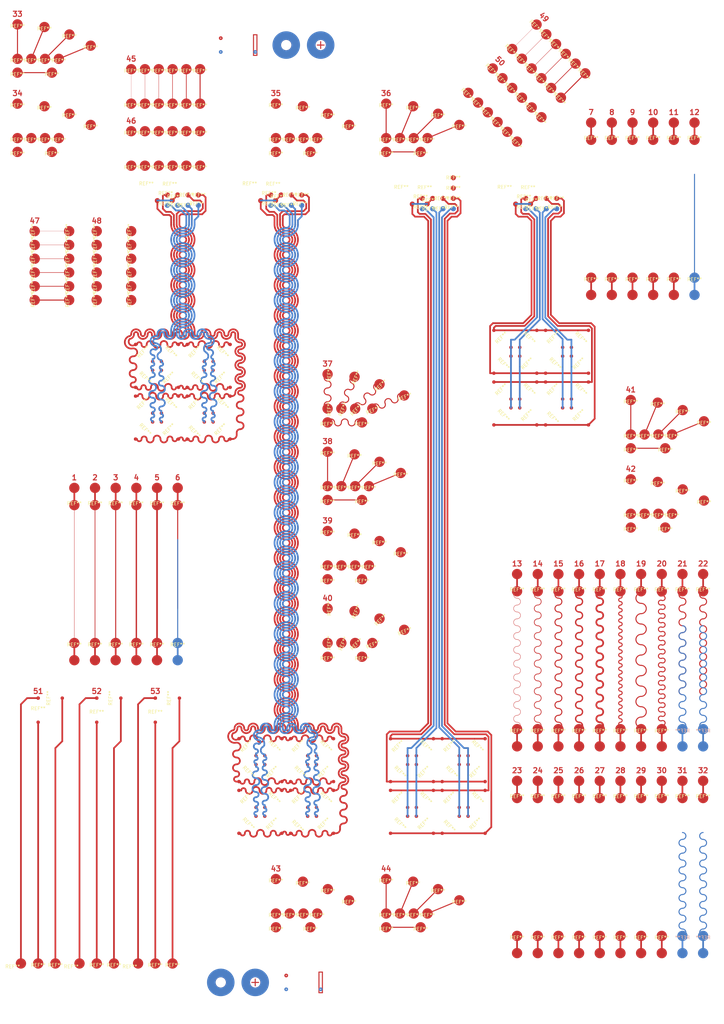
<source format=kicad_pcb>
(kicad_pcb (version 20171130) (host pcbnew "(5.1.6)-1")
  (layers (0 F.Cu signal) (31 B.Cu signal) (34 B.Paste user) (35 F.Paste user) (36 B.SilkS user hide) (37 F.SilkS user hide) (38 B.Mask user hide) (39 F.Mask user hide) (44 Edge.Cuts user hide))
  (net 0 "")
  (module Neuer_Sensor:Pad_red_1,5mm (layer F.Cu) (at 131.5 52 180)
    (fp_text reference REF** (at 0 0.5) (layer F.SilkS))
    (fp_text value Pad_red_1,5mm)
    (pad 1 smd circle (at 0 0.5 180) (size 1.5 1.5) (layers F.Cu))
  )
  (module Neuer_Sensor:Pad_red_1,5mm (layer F.Cu) (at 131.5 55 180)
    (fp_text reference REF** (at 0 0.5) (layer F.SilkS))
    (fp_text value Pad_red_1,5mm)
    (pad 1 smd circle (at 0 0.5 180) (size 1.5 1.5) (layers F.Cu))
  )
  (module Neue_Sensor_Test_1:Pad_red_3mm (layer F.Cu) (at 142.928932 19.786797 315)
    (fp_text reference REF** (at 0 0.5 135) (layer F.SilkS))
    (fp_text value Pad_red_3mm)
    (pad 1 smd circle (at 0 0 315) (size 3 3) (layers F.Cu))
  )
  (module Neue_Sensor_Test_1:Pad_red_3mm (layer F.Cu) (at 147.171572 38.171573 315)
    (fp_text reference REF** (at 0 0.5 135) (layer F.SilkS))
    (fp_text value Pad_red_3mm)
    (pad 1 smd circle (at 0 0 315) (size 3 3) (layers F.Cu))
  )
  (module Neue_Sensor_Test_1:Pad_red_3mm (layer F.Cu) (at 135.857864 26.857864 315)
    (fp_text reference REF** (at 0 0.5 135) (layer F.SilkS))
    (fp_text value Pad_red_3mm)
    (pad 1 smd circle (at 0 0 315) (size 3 3) (layers F.Cu))
  )
  (module Neue_Sensor_Test_1:Pad_red_3mm (layer F.Cu) (at 145.757359 22.615224 315)
    (fp_text reference REF** (at 0 0.5 135) (layer F.SilkS))
    (fp_text value Pad_red_3mm)
    (pad 1 smd circle (at 0 0 315) (size 3 3) (layers F.Cu))
  )
  (module Neue_Sensor_Test_1:Pad_red_3mm (layer F.Cu) (at 151.414213 28.272078 315)
    (fp_text reference REF** (at 0 0.5 135) (layer F.SilkS))
    (fp_text value Pad_red_3mm)
    (pad 1 smd circle (at 0 0 315) (size 3 3) (layers F.Cu))
  )
  (module Neue_Sensor_Test_1:Pad_red_3mm (layer F.Cu) (at 157.071067 33.928932 315)
    (fp_text reference REF** (at 0 0.5 135) (layer F.SilkS))
    (fp_text value Pad_red_3mm)
    (pad 1 smd circle (at 0 0 315) (size 3 3) (layers F.Cu))
  )
  (module Neue_Sensor_Test_1:Pad_red_3mm (layer F.Cu) (at 144.343145 35.343146 315)
    (fp_text reference REF** (at 0 0.5 135) (layer F.SilkS))
    (fp_text value Pad_red_3mm)
    (pad 1 smd circle (at 0 0 315) (size 3 3) (layers F.Cu))
  )
  (module Neue_Sensor_Test_1:Pad_red_3mm (layer F.Cu) (at 141.514718 32.514719 315)
    (fp_text reference REF** (at 0 0.5 135) (layer F.SilkS))
    (fp_text value Pad_red_3mm)
    (pad 1 smd circle (at 0 0 315) (size 3 3) (layers F.Cu))
  )
  (module Neue_Sensor_Test_1:Pad_red_3mm (layer F.Cu) (at 138.686291 29.686292 315)
    (fp_text reference REF** (at 0 0.5 135) (layer F.SilkS))
    (fp_text value Pad_red_3mm)
    (pad 1 smd circle (at 0 0 315) (size 3 3) (layers F.Cu))
  )
  (module Neue_Sensor_Test_1:Pad_red_3mm (layer F.Cu) (at 148.585786 25.443651 315)
    (fp_text reference REF** (at 0 0.5 135) (layer F.SilkS))
    (fp_text value Pad_red_3mm)
    (pad 1 smd circle (at 0 0 315) (size 3 3) (layers F.Cu))
  )
  (module Neue_Sensor_Test_1:Pad_red_3mm (layer F.Cu) (at 154.24264 31.100505 315)
    (fp_text reference REF** (at 0 0.5 135) (layer F.SilkS))
    (fp_text value Pad_red_3mm)
    (pad 1 smd circle (at 0 0 315) (size 3 3) (layers F.Cu))
  )
  (module Neue_Sensor_Test_1:Pad_red_3mm (layer F.Cu) (at 150 41 315)
    (fp_text reference REF** (at 0 0.5 135) (layer F.SilkS))
    (fp_text value Pad_red_3mm)
    (pad 1 smd circle (at 0 0 315) (size 3 3) (layers F.Cu))
  )
  (module Neue_Sensor_Test_1:Pad_red_3mm (layer F.Cu) (at 155.656854 7.058875 315)
    (fp_text reference REF** (at 0 0.5 135) (layer F.SilkS))
    (fp_text value Pad_red_3mm)
    (pad 1 smd circle (at 0 0 315) (size 3 3) (layers F.Cu))
  )
  (module Neue_Sensor_Test_1:Pad_red_3mm (layer F.Cu) (at 159.899495 25.443651 315)
    (fp_text reference REF** (at 0 0.5 135) (layer F.SilkS))
    (fp_text value Pad_red_3mm)
    (pad 1 smd circle (at 0 0 315) (size 3 3) (layers F.Cu))
  )
  (module Neue_Sensor_Test_1:Pad_red_3mm (layer F.Cu) (at 164.142135 15.544156 315)
    (fp_text reference REF** (at 0 0.5 135) (layer F.SilkS))
    (fp_text value Pad_red_3mm)
    (pad 1 smd circle (at 0 0 315) (size 3 3) (layers F.Cu))
  )
  (module Neue_Sensor_Test_1:Pad_red_3mm (layer F.Cu) (at 154.24264 19.786797 315)
    (fp_text reference REF** (at 0 0.5 135) (layer F.SilkS))
    (fp_text value Pad_red_3mm)
    (pad 1 smd circle (at 0 0 315) (size 3 3) (layers F.Cu))
  )
  (module Neue_Sensor_Test_1:Pad_red_3mm (layer F.Cu) (at 169.798989 21.20101 315)
    (fp_text reference REF** (at 0 0.5 135) (layer F.SilkS))
    (fp_text value Pad_red_3mm)
    (pad 1 smd circle (at 0 0 315) (size 3 3) (layers F.Cu))
  )
  (module Neue_Sensor_Test_1:Pad_red_3mm (layer F.Cu) (at 166.970562 18.372583 315)
    (fp_text reference REF** (at 0 0.5 135) (layer F.SilkS))
    (fp_text value Pad_red_3mm)
    (pad 1 smd circle (at 0 0 315) (size 3 3) (layers F.Cu))
  )
  (module Neue_Sensor_Test_1:Pad_red_3mm (layer F.Cu) (at 162.727922 28.272078 315)
    (fp_text reference REF** (at 0 0.5 135) (layer F.SilkS))
    (fp_text value Pad_red_3mm)
    (pad 1 smd circle (at 0 0 315) (size 3 3) (layers F.Cu))
  )
  (module Neue_Sensor_Test_1:Pad_red_3mm (layer F.Cu) (at 157.071067 22.615224 315)
    (fp_text reference REF** (at 0 0.5 135) (layer F.SilkS))
    (fp_text value Pad_red_3mm)
    (pad 1 smd circle (at 0 0 315) (size 3 3) (layers F.Cu))
  )
  (module Neue_Sensor_Test_1:Pad_red_3mm (layer F.Cu) (at 161.313708 12.715729 315)
    (fp_text reference REF** (at 0 0.5 135) (layer F.SilkS))
    (fp_text value Pad_red_3mm)
    (pad 1 smd circle (at 0 0 315) (size 3 3) (layers F.Cu))
  )
  (module Neue_Sensor_Test_1:Pad_red_3mm (layer F.Cu) (at 151.414213 16.958369 315)
    (fp_text reference REF** (at 0 0.5 135) (layer F.SilkS))
    (fp_text value Pad_red_3mm)
    (pad 1 smd circle (at 0 0 315) (size 3 3) (layers F.Cu))
  )
  (module Neue_Sensor_Test_1:Pad_red_3mm (layer F.Cu) (at 148.585786 14.129942 315)
    (fp_text reference REF** (at 0 0.5 135) (layer F.SilkS))
    (fp_text value Pad_red_3mm)
    (pad 1 smd circle (at 0 0 315) (size 3 3) (layers F.Cu))
  )
  (module Neue_Sensor_Test_1:Pad_red_3mm (layer F.Cu) (at 158.485281 9.887302 315)
    (fp_text reference REF** (at 0 0.5 135) (layer F.SilkS))
    (fp_text value Pad_red_3mm)
    (pad 1 smd circle (at 0 0 315) (size 3 3) (layers F.Cu))
  )
  (module Neue_Sensor_Test_1:Pad_red_3mm (layer F.Cu) (at 28 67 270)
    (fp_text reference REF** (at 0 0.5 90) (layer F.SilkS))
    (fp_text value Pad_red_3mm)
    (pad 1 smd circle (at 0 0 270) (size 3 3) (layers F.Cu))
  )
  (module Neue_Sensor_Test_1:Pad_red_3mm (layer F.Cu) (at 28 75 270)
    (fp_text reference REF** (at 0 0.5 90) (layer F.SilkS))
    (fp_text value Pad_red_3mm)
    (pad 1 smd circle (at 0 0 270) (size 3 3) (layers F.Cu))
  )
  (module Neue_Sensor_Test_1:Pad_red_3mm (layer F.Cu) (at 38 71 270)
    (fp_text reference REF** (at 0 0.5 90) (layer F.SilkS))
    (fp_text value Pad_red_3mm)
    (pad 1 smd circle (at 0 0 270) (size 3 3) (layers F.Cu))
  )
  (module Neue_Sensor_Test_1:Pad_red_3mm (layer F.Cu) (at 38 79 270)
    (fp_text reference REF** (at 0 0.5 90) (layer F.SilkS))
    (fp_text value Pad_red_3mm)
    (pad 1 smd circle (at 0 0 270) (size 3 3) (layers F.Cu))
  )
  (module Neue_Sensor_Test_1:Pad_red_3mm (layer F.Cu) (at 38 75 270)
    (fp_text reference REF** (at 0 0.5 90) (layer F.SilkS))
    (fp_text value Pad_red_3mm)
    (pad 1 smd circle (at 0 0 270) (size 3 3) (layers F.Cu))
  )
  (module Neue_Sensor_Test_1:Pad_red_3mm (layer F.Cu) (at 28 87 270)
    (fp_text reference REF** (at 0 0.5 90) (layer F.SilkS))
    (fp_text value Pad_red_3mm)
    (pad 1 smd circle (at 0 0 270) (size 3 3) (layers F.Cu))
  )
  (module Neue_Sensor_Test_1:Pad_red_3mm (layer F.Cu) (at 28 79 270)
    (fp_text reference REF** (at 0 0.5 90) (layer F.SilkS))
    (fp_text value Pad_red_3mm)
    (pad 1 smd circle (at 0 0 270) (size 3 3) (layers F.Cu))
  )
  (module Neue_Sensor_Test_1:Pad_red_3mm (layer F.Cu) (at 28 83 270)
    (fp_text reference REF** (at 0 0.5 90) (layer F.SilkS))
    (fp_text value Pad_red_3mm)
    (pad 1 smd circle (at 0 0 270) (size 3 3) (layers F.Cu))
  )
  (module Neue_Sensor_Test_1:Pad_red_3mm (layer F.Cu) (at 38 87 270)
    (fp_text reference REF** (at 0 0.5 90) (layer F.SilkS))
    (fp_text value Pad_red_3mm)
    (pad 1 smd circle (at 0 0 270) (size 3 3) (layers F.Cu))
  )
  (module Neue_Sensor_Test_1:Pad_red_3mm (layer F.Cu) (at 38 83 270)
    (fp_text reference REF** (at 0 0.5 90) (layer F.SilkS))
    (fp_text value Pad_red_3mm)
    (pad 1 smd circle (at 0 0 270) (size 3 3) (layers F.Cu))
  )
  (module Neue_Sensor_Test_1:Pad_red_3mm (layer F.Cu) (at 20 67 270)
    (fp_text reference REF** (at 0 0.5 90) (layer F.SilkS))
    (fp_text value Pad_red_3mm)
    (pad 1 smd circle (at 0 0 270) (size 3 3) (layers F.Cu))
  )
  (module Neue_Sensor_Test_1:Pad_red_3mm (layer F.Cu) (at 38 67 270)
    (fp_text reference REF** (at 0 0.5 90) (layer F.SilkS))
    (fp_text value Pad_red_3mm)
    (pad 1 smd circle (at 0 0 270) (size 3 3) (layers F.Cu))
  )
  (module Neue_Sensor_Test_1:Pad_red_3mm (layer F.Cu) (at 20 75 270)
    (fp_text reference REF** (at 0 0.5 90) (layer F.SilkS))
    (fp_text value Pad_red_3mm)
    (pad 1 smd circle (at 0 0 270) (size 3 3) (layers F.Cu))
  )
  (module Neue_Sensor_Test_1:Pad_red_3mm (layer F.Cu) (at 10 83 270)
    (fp_text reference REF** (at 0 0.5 90) (layer F.SilkS))
    (fp_text value Pad_red_3mm)
    (pad 1 smd circle (at 0 0 270) (size 3 3) (layers F.Cu))
  )
  (module Neue_Sensor_Test_1:Pad_red_3mm (layer F.Cu) (at 28 71 270)
    (fp_text reference REF** (at 0 0.5 90) (layer F.SilkS))
    (fp_text value Pad_red_3mm)
    (pad 1 smd circle (at 0 0 270) (size 3 3) (layers F.Cu))
  )
  (module Neue_Sensor_Test_1:Pad_red_3mm (layer F.Cu) (at 10 75 270)
    (fp_text reference REF** (at 0 0.5 90) (layer F.SilkS))
    (fp_text value Pad_red_3mm)
    (pad 1 smd circle (at 0 0 270) (size 3 3) (layers F.Cu))
  )
  (module Neue_Sensor_Test_1:Pad_red_3mm (layer F.Cu) (at 10 67 270)
    (fp_text reference REF** (at 0 0.5 90) (layer F.SilkS))
    (fp_text value Pad_red_3mm)
    (pad 1 smd circle (at 0 0 270) (size 3 3) (layers F.Cu))
  )
  (module Neue_Sensor_Test_1:Pad_red_3mm (layer F.Cu) (at 20 83 270)
    (fp_text reference REF** (at 0 0.5 90) (layer F.SilkS))
    (fp_text value Pad_red_3mm)
    (pad 1 smd circle (at 0 0 270) (size 3 3) (layers F.Cu))
  )
  (module Neue_Sensor_Test_1:Pad_red_3mm (layer F.Cu) (at 20 71 270)
    (fp_text reference REF** (at 0 0.5 90) (layer F.SilkS))
    (fp_text value Pad_red_3mm)
    (pad 1 smd circle (at 0 0 270) (size 3 3) (layers F.Cu))
  )
  (module Neue_Sensor_Test_1:Pad_red_3mm (layer F.Cu) (at 20 79 270)
    (fp_text reference REF** (at 0 0.5 90) (layer F.SilkS))
    (fp_text value Pad_red_3mm)
    (pad 1 smd circle (at 0 0 270) (size 3 3) (layers F.Cu))
  )
  (module Neue_Sensor_Test_1:Pad_red_3mm (layer F.Cu) (at 10 79 270)
    (fp_text reference REF** (at 0 0.5 90) (layer F.SilkS))
    (fp_text value Pad_red_3mm)
    (pad 1 smd circle (at 0 0 270) (size 3 3) (layers F.Cu))
  )
  (module Neue_Sensor_Test_1:Pad_red_3mm (layer F.Cu) (at 10 71 270)
    (fp_text reference REF** (at 0 0.5 90) (layer F.SilkS))
    (fp_text value Pad_red_3mm)
    (pad 1 smd circle (at 0 0 270) (size 3 3) (layers F.Cu))
  )
  (module Neue_Sensor_Test_1:Pad_red_3mm (layer F.Cu) (at 10 87 270)
    (fp_text reference REF** (at 0 0.5 90) (layer F.SilkS))
    (fp_text value Pad_red_3mm)
    (pad 1 smd circle (at 0 0 270) (size 3 3) (layers F.Cu))
  )
  (module Neue_Sensor_Test_1:Pad_red_3mm (layer F.Cu) (at 20 87 270)
    (fp_text reference REF** (at 0 0.5 90) (layer F.SilkS))
    (fp_text value Pad_red_3mm)
    (pad 1 smd circle (at 0 0 270) (size 3 3) (layers F.Cu))
  )
  (module Neue_Sensor_Test_1:Pad_red_3mm (layer F.Cu) (at 50 20)
    (fp_text reference REF** (at 0 0.5) (layer F.SilkS))
    (fp_text value Pad_red_3mm)
    (pad 1 smd circle (at 0 0) (size 3 3) (layers F.Cu))
  )
  (module Neue_Sensor_Test_1:Pad_red_3mm (layer F.Cu) (at 58 30)
    (fp_text reference REF** (at 0 0.5) (layer F.SilkS))
    (fp_text value Pad_red_3mm)
    (pad 1 smd circle (at 0 0) (size 3 3) (layers F.Cu))
  )
  (module Neue_Sensor_Test_1:Pad_red_3mm (layer F.Cu) (at 42 48)
    (fp_text reference REF** (at 0 0.5) (layer F.SilkS))
    (fp_text value Pad_red_3mm)
    (pad 1 smd circle (at 0 0) (size 3 3) (layers F.Cu))
  )
  (module Neue_Sensor_Test_1:Pad_red_3mm (layer F.Cu) (at 38 30)
    (fp_text reference REF** (at 0 0.5) (layer F.SilkS))
    (fp_text value Pad_red_3mm)
    (pad 1 smd circle (at 0 0) (size 3 3) (layers F.Cu))
  )
  (module Neue_Sensor_Test_1:Pad_red_3mm (layer F.Cu) (at 50 38)
    (fp_text reference REF** (at 0 0.5) (layer F.SilkS))
    (fp_text value Pad_red_3mm)
    (pad 1 smd circle (at 0 0) (size 3 3) (layers F.Cu))
  )
  (module Neue_Sensor_Test_1:Pad_red_3mm (layer F.Cu) (at 50 48)
    (fp_text reference REF** (at 0 0.5) (layer F.SilkS))
    (fp_text value Pad_red_3mm)
    (pad 1 smd circle (at 0 0) (size 3 3) (layers F.Cu))
  )
  (module Neue_Sensor_Test_1:Pad_red_3mm (layer F.Cu) (at 50 30)
    (fp_text reference REF** (at 0 0.5) (layer F.SilkS))
    (fp_text value Pad_red_3mm)
    (pad 1 smd circle (at 0 0) (size 3 3) (layers F.Cu))
  )
  (module Neue_Sensor_Test_1:Pad_red_3mm (layer F.Cu) (at 58 48)
    (fp_text reference REF** (at 0 0.5) (layer F.SilkS))
    (fp_text value Pad_red_3mm)
    (pad 1 smd circle (at 0 0) (size 3 3) (layers F.Cu))
  )
  (module Neue_Sensor_Test_1:Pad_red_3mm (layer F.Cu) (at 46 20)
    (fp_text reference REF** (at 0 0.5) (layer F.SilkS))
    (fp_text value Pad_red_3mm)
    (pad 1 smd circle (at 0 0) (size 3 3) (layers F.Cu))
  )
  (module Neue_Sensor_Test_1:Pad_red_3mm (layer F.Cu) (at 58 38)
    (fp_text reference REF** (at 0 0.5) (layer F.SilkS))
    (fp_text value Pad_red_3mm)
    (pad 1 smd circle (at 0 0) (size 3 3) (layers F.Cu))
  )
  (module Neue_Sensor_Test_1:Pad_red_3mm (layer F.Cu) (at 54 38)
    (fp_text reference REF** (at 0 0.5) (layer F.SilkS))
    (fp_text value Pad_red_3mm)
    (pad 1 smd circle (at 0 0) (size 3 3) (layers F.Cu))
  )
  (module Neue_Sensor_Test_1:Pad_red_3mm (layer F.Cu) (at 46 48)
    (fp_text reference REF** (at 0 0.5) (layer F.SilkS))
    (fp_text value Pad_red_3mm)
    (pad 1 smd circle (at 0 0) (size 3 3) (layers F.Cu))
  )
  (module Neue_Sensor_Test_1:Pad_red_3mm (layer F.Cu) (at 46 30)
    (fp_text reference REF** (at 0 0.5) (layer F.SilkS))
    (fp_text value Pad_red_3mm)
    (pad 1 smd circle (at 0 0) (size 3 3) (layers F.Cu))
  )
  (module Neue_Sensor_Test_1:Pad_red_3mm (layer F.Cu) (at 38 38)
    (fp_text reference REF** (at 0 0.5) (layer F.SilkS))
    (fp_text value Pad_red_3mm)
    (pad 1 smd circle (at 0 0) (size 3 3) (layers F.Cu))
  )
  (module Neue_Sensor_Test_1:Pad_red_3mm (layer F.Cu) (at 58 20)
    (fp_text reference REF** (at 0 0.5) (layer F.SilkS))
    (fp_text value Pad_red_3mm)
    (pad 1 smd circle (at 0 0) (size 3 3) (layers F.Cu))
  )
  (module Neue_Sensor_Test_1:Pad_red_3mm (layer F.Cu) (at 54 30)
    (fp_text reference REF** (at 0 0.5) (layer F.SilkS))
    (fp_text value Pad_red_3mm)
    (pad 1 smd circle (at 0 0) (size 3 3) (layers F.Cu))
  )
  (module Neue_Sensor_Test_1:Pad_red_3mm (layer F.Cu) (at 38 20)
    (fp_text reference REF** (at 0 0.5) (layer F.SilkS))
    (fp_text value Pad_red_3mm)
    (pad 1 smd circle (at 0 0) (size 3 3) (layers F.Cu))
  )
  (module Neue_Sensor_Test_1:Pad_red_3mm (layer F.Cu) (at 54 48)
    (fp_text reference REF** (at 0 0.5) (layer F.SilkS))
    (fp_text value Pad_red_3mm)
    (pad 1 smd circle (at 0 0) (size 3 3) (layers F.Cu))
  )
  (module Neue_Sensor_Test_1:Pad_red_3mm (layer F.Cu) (at 38 48)
    (fp_text reference REF** (at 0 0.5) (layer F.SilkS))
    (fp_text value Pad_red_3mm)
    (pad 1 smd circle (at 0 0) (size 3 3) (layers F.Cu))
  )
  (module Neue_Sensor_Test_1:Pad_red_3mm (layer F.Cu) (at 42 30)
    (fp_text reference REF** (at 0 0.5) (layer F.SilkS))
    (fp_text value Pad_red_3mm)
    (pad 1 smd circle (at 0 0) (size 3 3) (layers F.Cu))
  )
  (module Neue_Sensor_Test_1:Pad_red_3mm (layer F.Cu) (at 42 20)
    (fp_text reference REF** (at 0 0.5) (layer F.SilkS))
    (fp_text value Pad_red_3mm)
    (pad 1 smd circle (at 0 0) (size 3 3) (layers F.Cu))
  )
  (module Neue_Sensor_Test_1:Pad_red_3mm (layer F.Cu) (at 54 20)
    (fp_text reference REF** (at 0 0.5) (layer F.SilkS))
    (fp_text value Pad_red_3mm)
    (pad 1 smd circle (at 0 0) (size 3 3) (layers F.Cu))
  )
  (module Neue_Sensor_Test_1:Pad_red_3mm (layer F.Cu) (at 42 38)
    (fp_text reference REF** (at 0 0.5) (layer F.SilkS))
    (fp_text value Pad_red_3mm)
    (pad 1 smd circle (at 0 0) (size 3 3) (layers F.Cu))
  )
  (module Neue_Sensor_Test_1:Pad_red_3mm (layer F.Cu) (at 46 38)
    (fp_text reference REF** (at 0 0.5) (layer F.SilkS))
    (fp_text value Pad_red_3mm)
    (pad 1 smd circle (at 0 0) (size 3 3) (layers F.Cu))
  )
  (module Neue_Sensor_Test_1:7x0,8 (layer F.Cu) (at 48.5 202.5 90)
    (fp_text reference REF** (at 0 0.5 90) (layer F.SilkS))
    (fp_text value 7x0,8)
    (pad 2 smd circle (at 0 3.5 90) (size 1 1) (layers F.Cu F.Paste F.Mask))
    (pad 1 smd circle (at 0 -3.5 90) (size 1 1) (layers F.Cu F.Paste F.Mask))
  )
  (module Neue_Sensor_Test_1:Pad_red_3mm (layer F.Cu) (at 50 279.5)
    (fp_text reference REF** (at 0 0.5) (layer F.SilkS))
    (fp_text value Pad_red_3mm)
    (pad 1 smd circle (at 0 0) (size 3 3) (layers F.Cu))
  )
  (module Neue_Sensor_Test_1:Pad_red_3mm (layer F.Cu) (at 33 279.5)
    (fp_text reference REF** (at 0 0.5) (layer F.SilkS))
    (fp_text value Pad_red_3mm)
    (pad 1 smd circle (at 0 0) (size 3 3) (layers F.Cu))
  )
  (module Neuer_Sensor:7x0,4 (layer F.Cu) (at 31.5 202.5 90)
    (fp_text reference REF** (at 0 0.5 90) (layer F.SilkS))
    (fp_text value 7x0,4)
    (pad 1 smd circle (at 0 -3.5 90) (size 1 1) (layers F.Cu))
    (pad 2 smd circle (at 0 3.5 90) (size 1 1) (layers F.Cu))
  )
  (module Neue_Sensor_Test_1:Pad_red_3mm (layer F.Cu) (at 16 279.5)
    (fp_text reference REF** (at 0 0.5) (layer F.SilkS))
    (fp_text value Pad_red_3mm)
    (pad 1 smd circle (at 0 0) (size 3 3) (layers F.Cu))
  )
  (module Neuer_Sensor:7x0,2 (layer F.Cu) (at 14.5 202.5 270)
    (fp_text reference REF** (at 0 0.5 90) (layer F.SilkS))
    (fp_text value 7x0,2)
    (pad 2 smd circle (at 0 3.5 270) (size 1 1) (layers F.Cu))
    (pad 1 smd circle (at 0 -3.5 270) (size 1 1) (layers F.Cu))
  )
  (module Neue_Sensor_Test_1:Pad_red_3mm (layer F.Cu) (at 3.6 279.9)
    (fp_text reference REF** (at 0 0.5) (layer F.SilkS))
    (fp_text value Pad_red_3mm)
    (pad 1 smd circle (at 2.4 -0.4) (size 3 3) (layers F.Cu))
  )
  (module Neuer_Sensor:7x0,4 (layer F.Cu) (at 28 206)
    (fp_text reference REF** (at 0 0.5) (layer F.SilkS))
    (fp_text value 7x0,4)
    (pad 2 smd circle (at 0 3.5) (size 1 1) (layers F.Cu))
    (pad 1 smd circle (at 0 -3.5) (size 1 1) (layers F.Cu))
  )
  (module Neue_Sensor_Test_1:Pad_red_3mm (layer F.Cu) (at 45 279.5)
    (fp_text reference REF** (at 0 0.5) (layer F.SilkS))
    (fp_text value Pad_red_3mm)
    (pad 1 smd circle (at 0 0) (size 3 3) (layers F.Cu))
  )
  (module Neuer_Sensor:7x0,2 (layer F.Cu) (at 11 206 180)
    (fp_text reference REF** (at 0 0.5) (layer F.SilkS))
    (fp_text value 7x0,2)
    (pad 1 smd circle (at 0 -3.5 180) (size 1 1) (layers F.Cu))
    (pad 2 smd circle (at 0 3.5 180) (size 1 1) (layers F.Cu))
  )
  (module Neue_Sensor_Test_1:Pad_red_3mm (layer F.Cu) (at 37.6 279.9)
    (fp_text reference REF** (at 0 0.5) (layer F.SilkS))
    (fp_text value Pad_red_3mm)
    (pad 1 smd circle (at 2.4 -0.4) (size 3 3) (layers F.Cu))
  )
  (module Neue_Sensor_Test_1:Pad_red_3mm (layer F.Cu) (at 11 279.5)
    (fp_text reference REF** (at 0 0.5) (layer F.SilkS))
    (fp_text value Pad_red_3mm)
    (pad 1 smd circle (at 0 0) (size 3 3) (layers F.Cu))
  )
  (module Neue_Sensor_Test_1:7x0,8 (layer F.Cu) (at 45 206)
    (fp_text reference REF** (at 0 0.5) (layer F.SilkS))
    (fp_text value 7x0,8)
    (pad 1 smd circle (at 0 -3.5) (size 1 1) (layers F.Cu F.Paste F.Mask))
    (pad 2 smd circle (at 0 3.5) (size 1 1) (layers F.Cu F.Paste F.Mask))
  )
  (module Neue_Sensor_Test_1:Pad_red_3mm (layer F.Cu) (at 20.6 279.9)
    (fp_text reference REF** (at 0 0.5) (layer F.SilkS))
    (fp_text value Pad_red_3mm)
    (pad 1 smd circle (at 2.4 -0.4) (size 3 3) (layers F.Cu))
  )
  (module Neue_Sensor_Test_1:Pad_red_3mm (layer F.Cu) (at 28 279.5)
    (fp_text reference REF** (at 0 0.5) (layer F.SilkS))
    (fp_text value Pad_red_3mm)
    (pad 1 smd circle (at 0 0) (size 3 3) (layers F.Cu))
  )
  (module Neue_Sensor_Test_1:Pad_red_3mm (layer F.Cu) (at 102.826835 177.261204 67.5)
    (fp_text reference REF** (at 0 0.5 67.5) (layer F.SilkS))
    (fp_text value Pad_red_3mm)
    (pad 1 smd circle (at 0 0 67.5) (size 3 3) (layers F.Cu))
  )
  (module Neue_Sensor_Test_1:Pad_red_3mm (layer F.Cu) (at 108 186.5 22.5)
    (fp_text reference REF** (at 0 0.5 22.5) (layer F.SilkS))
    (fp_text value Pad_red_3mm)
    (pad 1 smd circle (at 0 0 22.5) (size 3 3) (layers F.Cu))
  )
  (module Neue_Sensor_Test_1:Pad_red_3mm (layer F.Cu) (at 95 186.5 90)
    (fp_text reference REF** (at 0 0.5 90) (layer F.SilkS))
    (fp_text value Pad_red_3mm)
    (pad 1 smd circle (at 0 0 90) (size 3 3) (layers F.Cu))
  )
  (module Neue_Sensor_Test_1:Pad_red_3mm (layer F.Cu) (at 95 176.5 90)
    (fp_text reference REF** (at 0 0.5 90) (layer F.SilkS))
    (fp_text value Pad_red_3mm)
    (pad 1 smd circle (at 0 0 90) (size 3 3) (layers F.Cu))
  )
  (module Neue_Sensor_Test_1:Pad_red_3mm (layer F.Cu) (at 99 186.5 67.5)
    (fp_text reference REF** (at 0 0.5 67.5) (layer F.SilkS))
    (fp_text value Pad_red_3mm)
    (pad 1 smd circle (at 0 0 67.5) (size 3 3) (layers F.Cu))
  )
  (module Neue_Sensor_Test_1:Pad_red_3mm (layer F.Cu) (at 110.071068 179.428932 45)
    (fp_text reference REF** (at 0 0.5 45) (layer F.SilkS))
    (fp_text value Pad_red_3mm)
    (pad 1 smd circle (at 0 0 45) (size 3 3) (layers F.Cu))
  )
  (module Neue_Sensor_Test_1:Pad_red_3mm (layer F.Cu) (at 103 186.5 45)
    (fp_text reference REF** (at 0 0.5 45) (layer F.SilkS))
    (fp_text value Pad_red_3mm)
    (pad 1 smd circle (at 0 0 45) (size 3 3) (layers F.Cu))
  )
  (module Neue_Sensor_Test_1:Pad_red_3mm (layer F.Cu) (at 117.238796 182.673165 22.5)
    (fp_text reference REF** (at 0 0.5 22.5) (layer F.SilkS))
    (fp_text value Pad_red_3mm)
    (pad 1 smd circle (at 0 0 22.5) (size 3 3) (layers F.Cu))
  )
  (module Neue_Sensor_Test_1:Pad_red_3mm (layer F.Cu) (at 105 190.5)
    (fp_text reference REF** (at 0 0.5) (layer F.SilkS))
    (fp_text value Pad_red_3mm)
    (pad 1 smd circle (at 0 0) (size 3 3) (layers F.Cu))
  )
  (module Neue_Sensor_Test_1:Pad_red_3mm (layer F.Cu) (at 95 190.5)
    (fp_text reference REF** (at 0 0.5) (layer F.SilkS))
    (fp_text value Pad_red_3mm)
    (pad 1 smd circle (at 0 0) (size 3 3) (layers F.Cu))
  )
  (module Neue_Sensor_Test_1:Pad_red_3mm (layer F.Cu) (at 95 108.5 90)
    (fp_text reference REF** (at 0 0.5 90) (layer F.SilkS))
    (fp_text value Pad_red_3mm)
    (pad 1 smd circle (at 0 0 90) (size 3 3) (layers F.Cu))
  )
  (module Neue_Sensor_Test_1:Pad_red_3mm (layer F.Cu) (at 95 118.5 90)
    (fp_text reference REF** (at 0 0.5 90) (layer F.SilkS))
    (fp_text value Pad_red_3mm)
    (pad 1 smd circle (at 0 0 90) (size 3 3) (layers F.Cu))
  )
  (module Neue_Sensor_Test_1:Pad_red_3mm (layer F.Cu) (at 102.826835 109.261204 67.5)
    (fp_text reference REF** (at 0 0.5 67.5) (layer F.SilkS))
    (fp_text value Pad_red_3mm)
    (pad 1 smd circle (at 0 0 67.5) (size 3 3) (layers F.Cu))
  )
  (module Neue_Sensor_Test_1:Pad_red_3mm (layer F.Cu) (at 99 118.5 67.5)
    (fp_text reference REF** (at 0 0.5 67.5) (layer F.SilkS))
    (fp_text value Pad_red_3mm)
    (pad 1 smd circle (at 0 0 67.5) (size 3 3) (layers F.Cu))
  )
  (module Neue_Sensor_Test_1:Pad_red_3mm (layer F.Cu) (at 110.071068 111.428932 45)
    (fp_text reference REF** (at 0 0.5 45) (layer F.SilkS))
    (fp_text value Pad_red_3mm)
    (pad 1 smd circle (at 0 0 45) (size 3 3) (layers F.Cu))
  )
  (module Neue_Sensor_Test_1:Pad_red_3mm (layer F.Cu) (at 103 118.5 45)
    (fp_text reference REF** (at 0 0.5 45) (layer F.SilkS))
    (fp_text value Pad_red_3mm)
    (pad 1 smd circle (at 0 0 45) (size 3 3) (layers F.Cu))
  )
  (module Neue_Sensor_Test_1:Pad_red_3mm (layer F.Cu) (at 117.238796 114.673165 22.5)
    (fp_text reference REF** (at 0 0.5 22.5) (layer F.SilkS))
    (fp_text value Pad_red_3mm)
    (pad 1 smd circle (at 0 0 22.5) (size 3 3) (layers F.Cu))
  )
  (module Neue_Sensor_Test_1:Pad_red_3mm (layer F.Cu) (at 108 118.5 22.5)
    (fp_text reference REF** (at 0 0.5 22.5) (layer F.SilkS))
    (fp_text value Pad_red_3mm)
    (pad 1 smd circle (at 0 0 22.5) (size 3 3) (layers F.Cu))
  )
  (module Neue_Sensor_Test_1:Pad_red_3mm (layer F.Cu) (at 95 122.5)
    (fp_text reference REF** (at 0 0.5) (layer F.SilkS))
    (fp_text value Pad_red_3mm)
    (pad 1 smd circle (at 0 0) (size 3 3) (layers F.Cu))
  )
  (module Neue_Sensor_Test_1:Pad_red_3mm (layer F.Cu) (at 105 122.5)
    (fp_text reference REF** (at 0 0.5) (layer F.SilkS))
    (fp_text value Pad_red_3mm)
    (pad 1 smd circle (at 0 0) (size 3 3) (layers F.Cu))
  )
  (module Neuer_Sensor:Pad_red_1,5mm (layer F.Cu) (at 158 58 180)
    (fp_text reference REF** (at 0 0.5) (layer F.SilkS))
    (fp_text value Pad_red_1,5mm)
    (pad 2 smd circle (at -0.5 0.5 180) (size 1.5 1.5) (layers F.Cu))
  )
  (module Neuer_Sensor:Pad_red_1,5mm (layer F.Cu) (at 146.4 54.7 180)
    (fp_text reference REF** (at 0 0.5) (layer F.SilkS))
    (fp_text value Pad_red_1,5mm)
    (pad 0 smd circle (at -3.2 -4.45 180) (size 1.5 1.5) (layers F.Cu))
  )
  (module Neuer_Sensor:Pad_red_1,5mm (layer F.Cu) (at 154.5 58.5 180)
    (fp_text reference REF** (at 0 0.5) (layer F.SilkS))
    (fp_text value Pad_red_1,5mm)
    (pad 3 smd circle (at -1 1 180) (size 1.5 1.5) (layers F.Cu))
  )
  (module Neuer_Sensor:Pad_green_1,5mm (layer F.Cu) (at 152 60.5 180)
    (fp_text reference REF** (at 0 0.5) (layer F.SilkS))
    (fp_text value Pad_green_1,5mm)
    (pad 4 smd circle (at -0.5 0 180) (size 1.5 1.5) (layers B.Cu))
  )
  (module Neuer_Sensor:Pad_red_1,5mm (layer F.Cu) (at 153.2 54.8 180)
    (fp_text reference REF** (at 0 0.5) (layer F.SilkS))
    (fp_text value Pad_red_1,5mm)
    (pad 0 smd circle (at -0.7 -4.3 180) (size 1.5 1.5) (layers F.Cu))
  )
  (module Neuer_Sensor:Pad_green_1,5mm (layer F.Cu) (at 157.5 61 180)
    (fp_text reference REF** (at 0 0.5) (layer F.SilkS))
    (fp_text value Pad_green_1,5mm)
    (pad 2 smd circle (at -1 0.5 180) (size 1.5 1.5) (layers B.Cu))
  )
  (module Neuer_Sensor:Pad_green_1,5mm (layer F.Cu) (at 154.5 61 180)
    (fp_text reference REF** (at 0 0.5) (layer F.SilkS))
    (fp_text value Pad_green_1,5mm)
    (pad 3 smd circle (at -1 0.5 180) (size 1.5 1.5) (layers B.Cu))
  )
  (module Neuer_Sensor:Pad_red_1,5mm (layer F.Cu) (at 152 57.5 180)
    (fp_text reference REF** (at 0 0.5) (layer F.SilkS))
    (fp_text value Pad_red_1,5mm)
    (pad 4 smd circle (at -0.5 0 180) (size 1.5 1.5) (layers F.Cu))
  )
  (module Neuer_Sensor:Pad_green_1,5mm (layer F.Cu) (at 161 60.5 180)
    (fp_text reference REF** (at 0 0.5) (layer F.SilkS))
    (fp_text value Pad_green_1,5mm)
    (pad 1 smd circle (at -0.5 0 180) (size 1.5 1.5) (layers B.Cu))
  )
  (module Neuer_Sensor:Pad_green_1,5mm (layer F.Cu) (at 48 59.5 180)
    (fp_text reference REF** (at 0 0.5) (layer F.SilkS))
    (fp_text value Pad_green_1,5mm)
    (pad 4 smd circle (at -0.5 0 180) (size 1.5 1.5) (layers B.Cu))
  )
  (module Neuer_Sensor:Pad_green_1,5mm (layer F.Cu) (at 57 59.5 180)
    (fp_text reference REF** (at 0 0.5) (layer F.SilkS))
    (fp_text value Pad_green_1,5mm)
    (pad 1 smd circle (at -0.5 0 180) (size 1.5 1.5) (layers B.Cu))
  )
  (module Neuer_Sensor:Pad_red_1,5mm (layer F.Cu) (at 161.5 58 180)
    (fp_text reference REF** (at 0 0.5) (layer F.SilkS))
    (fp_text value Pad_red_1,5mm)
    (pad 1 smd circle (at 0 0.5 180) (size 1.5 1.5) (layers F.Cu))
  )
  (module Neuer_Sensor:Pad_red_1,5mm (layer F.Cu) (at 50.5 57.5 180)
    (fp_text reference REF** (at 0 0.5) (layer F.SilkS))
    (fp_text value Pad_red_1,5mm)
    (pad 3 smd circle (at -1 1 180) (size 1.5 1.5) (layers F.Cu))
  )
  (module Neuer_Sensor:Pad_red_1,5mm (layer F.Cu) (at 57.5 57 180)
    (fp_text reference REF** (at 0 0.5) (layer F.SilkS))
    (fp_text value Pad_red_1,5mm)
    (pad 1 smd circle (at 0 0.5 180) (size 1.5 1.5) (layers F.Cu))
  )
  (module Neuer_Sensor:7x0,4 (layer F.Cu) (at 153.25 113.25 135)
    (fp_text reference REF** (at 0 0.5 135) (layer F.SilkS))
    (fp_text value 7x0,4)
    (pad 1 smd circle (at 0 -3.5 135) (size 1 1) (layers F.Cu))
    (pad 2 smd circle (at 0 3.5 135) (size 1 1) (layers F.Cu))
  )
  (module Neuer_Sensor:7x0,4 (layer F.Cu) (at 160.75 98.25 225)
    (fp_text reference REF** (at 0 0.5 45) (layer F.SilkS))
    (fp_text value 7x0,4)
    (pad 2 smd circle (at 0 3.5 225) (size 1 1) (layers F.Cu))
    (pad 1 smd circle (at 0 -3.5 225) (size 1 1) (layers F.Cu))
  )
  (module Neuer_Sensor:7x0,4 (layer F.Cu) (at 153.25 98.25 135)
    (fp_text reference REF** (at 0 0.5 135) (layer F.SilkS))
    (fp_text value 7x0,4)
    (pad 2 smd circle (at 0 3.5 135) (size 1 1) (layers F.Cu))
    (pad 1 smd circle (at 0 -3.5 135) (size 1 1) (layers F.Cu))
  )
  (module Neuer_Sensor:7x0,4 (layer F.Cu) (at 160.75 105.75 135)
    (fp_text reference REF** (at 0 0.5 135) (layer F.SilkS))
    (fp_text value 7x0,4)
    (pad 2 smd circle (at 0 3.5 135) (size 1 1) (layers F.Cu))
    (pad 1 smd circle (at 0 -3.5 135) (size 1 1) (layers F.Cu))
  )
  (module Neuer_Sensor:7x0,4 (layer F.Cu) (at 49.25 124.85 225)
    (fp_text reference REF** (at 0 0.5 45) (layer F.SilkS))
    (fp_text value 7x0,4)
    (pad 2 smd circle (at 0 3.5 225) (size 1 1) (layers F.Cu))
    (pad 1 smd circle (at 0 -3.5 225) (size 1 1) (layers F.Cu))
  )
  (module Neuer_Sensor:7x0,4 (layer F.Cu) (at 64.25 124.85 225)
    (fp_text reference REF** (at 0 0.5 45) (layer F.SilkS))
    (fp_text value 7x0,4)
    (pad 1 smd circle (at 0 -3.5 225) (size 1 1) (layers F.Cu))
    (pad 2 smd circle (at 0 3.5 225) (size 1 1) (layers F.Cu))
  )
  (module Neuer_Sensor:7x0,4 (layer F.Cu) (at 145.75 120.75 135)
    (fp_text reference REF** (at 0 0.5 135) (layer F.SilkS))
    (fp_text value 7x0,4)
    (pad 2 smd circle (at 0 3.5 135) (size 1 1) (layers F.Cu))
    (pad 1 smd circle (at 0 -3.5 135) (size 1 1) (layers F.Cu))
  )
  (module Neuer_Sensor:7x0,4 (layer F.Cu) (at 168.25 98.25 135)
    (fp_text reference REF** (at 0 0.5 135) (layer F.SilkS))
    (fp_text value 7x0,4)
    (pad 2 smd circle (at 0 3.5 135) (size 1 1) (layers F.Cu))
    (pad 1 smd circle (at 0 -3.5 135) (size 1 1) (layers F.Cu))
  )
  (module Neuer_Sensor:7x0,4 (layer F.Cu) (at 160.75 113.25 225)
    (fp_text reference REF** (at 0 0.5 45) (layer F.SilkS))
    (fp_text value 7x0,4)
    (pad 1 smd circle (at 0 -3.5 225) (size 1 1) (layers F.Cu))
    (pad 2 smd circle (at 0 3.5 225) (size 1 1) (layers F.Cu))
  )
  (module Neuer_Sensor:7x0,4 (layer F.Cu) (at 168.25 105.75 225)
    (fp_text reference REF** (at 0 0.5 45) (layer F.SilkS))
    (fp_text value 7x0,4)
    (pad 2 smd circle (at 0 3.5 225) (size 1 1) (layers F.Cu))
    (pad 1 smd circle (at 0 -3.5 225) (size 1 1) (layers F.Cu))
  )
  (module Neuer_Sensor:7x0,4 (layer F.Cu) (at 145.75 105.75 135)
    (fp_text reference REF** (at 0 0.5 135) (layer F.SilkS))
    (fp_text value 7x0,4)
    (pad 2 smd circle (at 0 3.5 135) (size 1 1) (layers F.Cu))
    (pad 1 smd circle (at 0 -3.5 135) (size 1 1) (layers F.Cu))
  )
  (module Neuer_Sensor:7x0,4 (layer F.Cu) (at 168.25 120.75 225)
    (fp_text reference REF** (at 0 0.5 45) (layer F.SilkS))
    (fp_text value 7x0,4)
    (pad 1 smd circle (at 0 -3.5 225) (size 1 1) (layers F.Cu))
    (pad 2 smd circle (at 0 3.5 225) (size 1 1) (layers F.Cu))
  )
  (module Neuer_Sensor:7x0,4 (layer F.Cu) (at 145.75 98.25 225)
    (fp_text reference REF** (at 0 0.5 45) (layer F.SilkS))
    (fp_text value 7x0,4)
    (pad 2 smd circle (at 0 3.5 225) (size 1 1) (layers F.Cu))
    (pad 1 smd circle (at 0 -3.5 225) (size 1 1) (layers F.Cu))
  )
  (module Neuer_Sensor:7x0,4 (layer F.Cu) (at 41.75 109.85 135)
    (fp_text reference REF** (at 0 0.5 135) (layer F.SilkS))
    (fp_text value 7x0,4)
    (pad 2 smd circle (at 0 3.5 135) (size 1 1) (layers F.Cu))
    (pad 1 smd circle (at 0 -3.5 135) (size 1 1) (layers F.Cu))
  )
  (module Neuer_Sensor:7x0,4 (layer F.Cu) (at 56.75 117.35 225)
    (fp_text reference REF** (at 0 0.5 45) (layer F.SilkS))
    (fp_text value 7x0,4)
    (pad 1 smd circle (at 0 -3.5 225) (size 1 1) (layers F.Cu))
    (pad 2 smd circle (at 0 3.5 225) (size 1 1) (layers F.Cu))
  )
  (module Neuer_Sensor:7x0,4 (layer F.Cu) (at 153.25 120.75 225)
    (fp_text reference REF** (at 0 0.5 45) (layer F.SilkS))
    (fp_text value 7x0,4)
    (pad 2 smd circle (at 0 3.5 225) (size 1 1) (layers F.Cu))
    (pad 1 smd circle (at 0 -3.5 225) (size 1 1) (layers F.Cu))
  )
  (module Neuer_Sensor:7x0,4 (layer F.Cu) (at 168.25 113.25 135)
    (fp_text reference REF** (at 0 0.5 135) (layer F.SilkS))
    (fp_text value 7x0,4)
    (pad 1 smd circle (at 0 -3.5 135) (size 1 1) (layers F.Cu))
    (pad 2 smd circle (at 0 3.5 135) (size 1 1) (layers F.Cu))
  )
  (module Neuer_Sensor:7x0,4 (layer F.Cu) (at 64.25 102.35 135)
    (fp_text reference REF** (at 0 0.5 135) (layer F.SilkS))
    (fp_text value 7x0,4)
    (pad 2 smd circle (at 0 3.5 135) (size 1 1) (layers F.Cu))
    (pad 1 smd circle (at 0 -3.5 135) (size 1 1) (layers F.Cu))
  )
  (module Neuer_Sensor:7x0,4 (layer F.Cu) (at 49.25 109.85 225)
    (fp_text reference REF** (at 0 0.5 45) (layer F.SilkS))
    (fp_text value 7x0,4)
    (pad 2 smd circle (at 0 3.5 225) (size 1 1) (layers F.Cu))
    (pad 1 smd circle (at 0 -3.5 225) (size 1 1) (layers F.Cu))
  )
  (module Neuer_Sensor:Pad_red_1,5mm (layer F.Cu) (at 48 56.5 180)
    (fp_text reference REF** (at 0 0.5) (layer F.SilkS))
    (fp_text value Pad_red_1,5mm)
    (pad 4 smd circle (at -0.5 0 180) (size 1.5 1.5) (layers F.Cu))
  )
  (module Neuer_Sensor:7x0,4 (layer F.Cu) (at 49.25 102.35 135)
    (fp_text reference REF** (at 0 0.5 135) (layer F.SilkS))
    (fp_text value 7x0,4)
    (pad 2 smd circle (at 0 3.5 135) (size 1 1) (layers F.Cu))
    (pad 1 smd circle (at 0 -3.5 135) (size 1 1) (layers F.Cu))
  )
  (module Neuer_Sensor:Pad_green_1,5mm (layer F.Cu) (at 50.5 60 180)
    (fp_text reference REF** (at 0 0.5) (layer F.SilkS))
    (fp_text value Pad_green_1,5mm)
    (pad 3 smd circle (at -1 0.5 180) (size 1.5 1.5) (layers B.Cu))
  )
  (module Neuer_Sensor:7x0,4 (layer F.Cu) (at 41.75 117.35 225)
    (fp_text reference REF** (at 0 0.5 45) (layer F.SilkS))
    (fp_text value 7x0,4)
    (pad 1 smd circle (at 0 -3.5 225) (size 1 1) (layers F.Cu))
    (pad 2 smd circle (at 0 3.5 225) (size 1 1) (layers F.Cu))
  )
  (module Neuer_Sensor:7x0,4 (layer F.Cu) (at 153.25 105.75 225)
    (fp_text reference REF** (at 0 0.5 45) (layer F.SilkS))
    (fp_text value 7x0,4)
    (pad 2 smd circle (at 0 3.5 225) (size 1 1) (layers F.Cu))
    (pad 1 smd circle (at 0 -3.5 225) (size 1 1) (layers F.Cu))
  )
  (module Neuer_Sensor:7x0,4 (layer F.Cu) (at 160.75 120.75 315)
    (fp_text reference REF** (at 0 0.5 135) (layer F.SilkS))
    (fp_text value 7x0,4)
    (pad 2 smd circle (at 0 3.5 315) (size 1 1) (layers F.Cu))
    (pad 1 smd circle (at 0 -3.5 315) (size 1 1) (layers F.Cu))
  )
  (module Neuer_Sensor:7x0,4 (layer F.Cu) (at 145.75 113.25 225)
    (fp_text reference REF** (at 0 0.5 45) (layer F.SilkS))
    (fp_text value 7x0,4)
    (pad 1 smd circle (at 0 -3.5 225) (size 1 1) (layers F.Cu))
    (pad 2 smd circle (at 0 3.5 225) (size 1 1) (layers F.Cu))
  )
  (module Neuer_Sensor:7x0,4 (layer F.Cu) (at 41.75 124.85 135)
    (fp_text reference REF** (at 0 0.5 135) (layer F.SilkS))
    (fp_text value 7x0,4)
    (pad 2 smd circle (at 0 3.5 135) (size 1 1) (layers F.Cu))
    (pad 1 smd circle (at 0 -3.5 135) (size 1 1) (layers F.Cu))
  )
  (module Neuer_Sensor:7x0,4 (layer F.Cu) (at 56.75 124.85 315)
    (fp_text reference REF** (at 0 0.5 135) (layer F.SilkS))
    (fp_text value 7x0,4)
    (pad 2 smd circle (at 0 3.5 315) (size 1 1) (layers F.Cu))
    (pad 1 smd circle (at 0 -3.5 315) (size 1 1) (layers F.Cu))
  )
  (module Neuer_Sensor:7x0,4 (layer F.Cu) (at 64.25 109.85 225)
    (fp_text reference REF** (at 0 0.5 45) (layer F.SilkS))
    (fp_text value 7x0,4)
    (pad 2 smd circle (at 0 3.5 225) (size 1 1) (layers F.Cu))
    (pad 1 smd circle (at 0 -3.5 225) (size 1 1) (layers F.Cu))
  )
  (module Neuer_Sensor:7x0,4 (layer F.Cu) (at 56.75 109.85 135)
    (fp_text reference REF** (at 0 0.5 135) (layer F.SilkS))
    (fp_text value 7x0,4)
    (pad 2 smd circle (at 0 3.5 135) (size 1 1) (layers F.Cu))
    (pad 1 smd circle (at 0 -3.5 135) (size 1 1) (layers F.Cu))
  )
  (module Neuer_Sensor:7x0,4 (layer F.Cu) (at 64.25 117.35 135)
    (fp_text reference REF** (at 0 0.5 135) (layer F.SilkS))
    (fp_text value 7x0,4)
    (pad 1 smd circle (at 0 -3.5 135) (size 1 1) (layers F.Cu))
    (pad 2 smd circle (at 0 3.5 135) (size 1 1) (layers F.Cu))
  )
  (module Neuer_Sensor:7x0,4 (layer F.Cu) (at 41.75 102.35 225)
    (fp_text reference REF** (at 0 0.5 45) (layer F.SilkS))
    (fp_text value 7x0,4)
    (pad 2 smd circle (at 0 3.5 225) (size 1 1) (layers F.Cu))
    (pad 1 smd circle (at 0 -3.5 225) (size 1 1) (layers F.Cu))
  )
  (module Neuer_Sensor:Pad_red_1,5mm (layer F.Cu) (at 42.4 53.7 180)
    (fp_text reference REF** (at 0 0.5) (layer F.SilkS))
    (fp_text value Pad_red_1,5mm)
    (pad 0 smd circle (at -3.2 -4.45 180) (size 1.5 1.5) (layers F.Cu))
  )
  (module Neuer_Sensor:7x0,4 (layer F.Cu) (at 56.75 102.35 225)
    (fp_text reference REF** (at 0 0.5 45) (layer F.SilkS))
    (fp_text value 7x0,4)
    (pad 2 smd circle (at 0 3.5 225) (size 1 1) (layers F.Cu))
    (pad 1 smd circle (at 0 -3.5 225) (size 1 1) (layers F.Cu))
  )
  (module Neuer_Sensor:7x0,4 (layer F.Cu) (at 49.25 117.35 135)
    (fp_text reference REF** (at 0 0.5 135) (layer F.SilkS))
    (fp_text value 7x0,4)
    (pad 1 smd circle (at 0 -3.5 135) (size 1 1) (layers F.Cu))
    (pad 2 smd circle (at 0 3.5 135) (size 1 1) (layers F.Cu))
  )
  (module Neuer_Sensor:Pad_red_1,5mm (layer F.Cu) (at 49.2 53.8 180)
    (fp_text reference REF** (at 0 0.5) (layer F.SilkS))
    (fp_text value Pad_red_1,5mm)
    (pad 0 smd circle (at -0.7 -4.3 180) (size 1.5 1.5) (layers F.Cu))
  )
  (module Neuer_Sensor:Pad_red_1,5mm (layer F.Cu) (at 54 57 180)
    (fp_text reference REF** (at 0 0.5) (layer F.SilkS))
    (fp_text value Pad_red_1,5mm)
    (pad 2 smd circle (at -0.5 0.5 180) (size 1.5 1.5) (layers F.Cu))
  )
  (module Neuer_Sensor:Pad_green_1,5mm (layer F.Cu) (at 53.5 60 180)
    (fp_text reference REF** (at 0 0.5) (layer F.SilkS))
    (fp_text value Pad_green_1,5mm)
    (pad 2 smd circle (at -1 0.5 180) (size 1.5 1.5) (layers B.Cu))
  )
  (module Neuer_Sensor:7x0,4 (layer F.Cu) (at 130.75 224.25 135)
    (fp_text reference REF** (at 0 0.5 135) (layer F.SilkS))
    (fp_text value 7x0,4)
    (pad 2 smd circle (at 0 3.5 135) (size 1 1) (layers F.Cu))
    (pad 1 smd circle (at 0 -3.5 135) (size 1 1) (layers F.Cu))
  )
  (module Neuer_Sensor:Pad_red_1,5mm (layer F.Cu) (at 80.5 57.5 180)
    (fp_text reference REF** (at 0 0.5) (layer F.SilkS))
    (fp_text value Pad_red_1,5mm)
    (pad 3 smd circle (at -1 1 180) (size 1.5 1.5) (layers F.Cu))
  )
  (module Neuer_Sensor:7x0,4 (layer F.Cu) (at 123.25 239.25 225)
    (fp_text reference REF** (at 0 0.5 45) (layer F.SilkS))
    (fp_text value 7x0,4)
    (pad 2 smd circle (at 0 3.5 225) (size 1 1) (layers F.Cu))
    (pad 1 smd circle (at 0 -3.5 225) (size 1 1) (layers F.Cu))
  )
  (module Neuer_Sensor:Pad_green_1,5mm (layer F.Cu) (at 78 59.5 180)
    (fp_text reference REF** (at 0 0.5) (layer F.SilkS))
    (fp_text value Pad_green_1,5mm)
    (pad 4 smd circle (at -0.5 0 180) (size 1.5 1.5) (layers B.Cu))
  )
  (module Neuer_Sensor:7x0,4 (layer F.Cu) (at 138.25 224.25 225)
    (fp_text reference REF** (at 0 0.5 45) (layer F.SilkS))
    (fp_text value 7x0,4)
    (pad 2 smd circle (at 0 3.5 225) (size 1 1) (layers F.Cu))
    (pad 1 smd circle (at 0 -3.5 225) (size 1 1) (layers F.Cu))
  )
  (module Neuer_Sensor:Pad_red_1,5mm (layer F.Cu) (at 84 57 180)
    (fp_text reference REF** (at 0 0.5) (layer F.SilkS))
    (fp_text value Pad_red_1,5mm)
    (pad 2 smd circle (at -0.5 0.5 180) (size 1.5 1.5) (layers F.Cu))
  )
  (module Neuer_Sensor:7x0,4 (layer F.Cu) (at 115.75 239.25 135)
    (fp_text reference REF** (at 0 0.5 135) (layer F.SilkS))
    (fp_text value 7x0,4)
    (pad 2 smd circle (at 0 3.5 135) (size 1 1) (layers F.Cu))
    (pad 1 smd circle (at 0 -3.5 135) (size 1 1) (layers F.Cu))
  )
  (module Neuer_Sensor:7x0,4 (layer F.Cu) (at 130.75 216.75 225)
    (fp_text reference REF** (at 0 0.5 45) (layer F.SilkS))
    (fp_text value 7x0,4)
    (pad 2 smd circle (at 0 3.5 225) (size 1 1) (layers F.Cu))
    (pad 1 smd circle (at 0 -3.5 225) (size 1 1) (layers F.Cu))
  )
  (module Neuer_Sensor:Pad_red_1,5mm (layer F.Cu) (at 72.4 53.7 180)
    (fp_text reference REF** (at 0 0.5) (layer F.SilkS))
    (fp_text value Pad_red_1,5mm)
    (pad 0 smd circle (at -3.2 -4.45 180) (size 1.5 1.5) (layers F.Cu))
  )
  (module Neuer_Sensor:Pad_red_1,5mm (layer F.Cu) (at 78 56.5 180)
    (fp_text reference REF** (at 0 0.5) (layer F.SilkS))
    (fp_text value Pad_red_1,5mm)
    (pad 4 smd circle (at -0.5 0 180) (size 1.5 1.5) (layers F.Cu))
  )
  (module Neuer_Sensor:7x0,4 (layer F.Cu) (at 115.75 224.25 135)
    (fp_text reference REF** (at 0 0.5 135) (layer F.SilkS))
    (fp_text value 7x0,4)
    (pad 2 smd circle (at 0 3.5 135) (size 1 1) (layers F.Cu))
    (pad 1 smd circle (at 0 -3.5 135) (size 1 1) (layers F.Cu))
  )
  (module Neuer_Sensor:7x0,4 (layer F.Cu) (at 130.75 239.25 315)
    (fp_text reference REF** (at 0 0.5 135) (layer F.SilkS))
    (fp_text value 7x0,4)
    (pad 2 smd circle (at 0 3.5 315) (size 1 1) (layers F.Cu))
    (pad 1 smd circle (at 0 -3.5 315) (size 1 1) (layers F.Cu))
  )
  (module Neuer_Sensor:7x0,4 (layer F.Cu) (at 138.25 239.25 225)
    (fp_text reference REF** (at 0 0.5 45) (layer F.SilkS))
    (fp_text value 7x0,4)
    (pad 1 smd circle (at 0 -3.5 225) (size 1 1) (layers F.Cu))
    (pad 2 smd circle (at 0 3.5 225) (size 1 1) (layers F.Cu))
  )
  (module Neuer_Sensor:Pad_green_1,5mm (layer F.Cu) (at 87 59.5 180)
    (fp_text reference REF** (at 0 0.5) (layer F.SilkS))
    (fp_text value Pad_green_1,5mm)
    (pad 1 smd circle (at -0.5 0 180) (size 1.5 1.5) (layers B.Cu))
  )
  (module Neuer_Sensor:7x0,4 (layer F.Cu) (at 123.25 224.25 225)
    (fp_text reference REF** (at 0 0.5 45) (layer F.SilkS))
    (fp_text value 7x0,4)
    (pad 2 smd circle (at 0 3.5 225) (size 1 1) (layers F.Cu))
    (pad 1 smd circle (at 0 -3.5 225) (size 1 1) (layers F.Cu))
  )
  (module Neuer_Sensor:Pad_red_1,5mm (layer F.Cu) (at 116.4 54.7 180)
    (fp_text reference REF** (at 0 0.5) (layer F.SilkS))
    (fp_text value Pad_red_1,5mm)
    (pad 0 smd circle (at -3.2 -4.45 180) (size 1.5 1.5) (layers F.Cu))
  )
  (module Neuer_Sensor:Pad_green_1,5mm (layer F.Cu) (at 122 60.5 180)
    (fp_text reference REF** (at 0 0.5) (layer F.SilkS))
    (fp_text value Pad_green_1,5mm)
    (pad 4 smd circle (at -0.5 0 180) (size 1.5 1.5) (layers B.Cu))
  )
  (module Neuer_Sensor:Pad_green_1,5mm (layer F.Cu) (at 83.5 60 180)
    (fp_text reference REF** (at 0 0.5) (layer F.SilkS))
    (fp_text value Pad_green_1,5mm)
    (pad 2 smd circle (at -1 0.5 180) (size 1.5 1.5) (layers B.Cu))
  )
  (module Neuer_Sensor:Pad_red_1,5mm (layer F.Cu) (at 87.5 57 180)
    (fp_text reference REF** (at 0 0.5) (layer F.SilkS))
    (fp_text value Pad_red_1,5mm)
    (pad 1 smd circle (at 0 0.5 180) (size 1.5 1.5) (layers F.Cu))
  )
  (module Neuer_Sensor:Pad_green_1,5mm (layer F.Cu) (at 80.5 60 180)
    (fp_text reference REF** (at 0 0.5) (layer F.SilkS))
    (fp_text value Pad_green_1,5mm)
    (pad 3 smd circle (at -1 0.5 180) (size 1.5 1.5) (layers B.Cu))
  )
  (module Neuer_Sensor:7x0,4 (layer F.Cu) (at 138.25 216.75 135)
    (fp_text reference REF** (at 0 0.5 135) (layer F.SilkS))
    (fp_text value 7x0,4)
    (pad 2 smd circle (at 0 3.5 135) (size 1 1) (layers F.Cu))
    (pad 1 smd circle (at 0 -3.5 135) (size 1 1) (layers F.Cu))
  )
  (module Neuer_Sensor:Pad_red_1,5mm (layer F.Cu) (at 79.2 53.8 180)
    (fp_text reference REF** (at 0 0.5) (layer F.SilkS))
    (fp_text value Pad_red_1,5mm)
    (pad 0 smd circle (at -0.7 -4.3 180) (size 1.5 1.5) (layers F.Cu))
  )
  (module Neuer_Sensor:Pad_green_1,5mm (layer F.Cu) (at 127.5 61 180)
    (fp_text reference REF** (at 0 0.5) (layer F.SilkS))
    (fp_text value Pad_green_1,5mm)
    (pad 2 smd circle (at -1 0.5 180) (size 1.5 1.5) (layers B.Cu))
  )
  (module Neuer_Sensor:Pad_red_1,5mm (layer F.Cu) (at 131.5 58 180)
    (fp_text reference REF** (at 0 0.5) (layer F.SilkS))
    (fp_text value Pad_red_1,5mm)
    (pad 1 smd circle (at 0 0.5 180) (size 1.5 1.5) (layers F.Cu))
  )
  (module Neuer_Sensor:Pad_green_1,5mm (layer F.Cu) (at 124.5 61 180)
    (fp_text reference REF** (at 0 0.5) (layer F.SilkS))
    (fp_text value Pad_green_1,5mm)
    (pad 3 smd circle (at -1 0.5 180) (size 1.5 1.5) (layers B.Cu))
  )
  (module Neuer_Sensor:7x0,4 (layer F.Cu) (at 115.75 216.75 225)
    (fp_text reference REF** (at 0 0.5 45) (layer F.SilkS))
    (fp_text value 7x0,4)
    (pad 2 smd circle (at 0 3.5 225) (size 1 1) (layers F.Cu))
    (pad 1 smd circle (at 0 -3.5 225) (size 1 1) (layers F.Cu))
  )
  (module Neuer_Sensor:7x0,4 (layer F.Cu) (at 123.25 216.75 135)
    (fp_text reference REF** (at 0 0.5 135) (layer F.SilkS))
    (fp_text value 7x0,4)
    (pad 2 smd circle (at 0 3.5 135) (size 1 1) (layers F.Cu))
    (pad 1 smd circle (at 0 -3.5 135) (size 1 1) (layers F.Cu))
  )
  (module Neuer_Sensor:7x0,4 (layer F.Cu) (at 71.75 216.75 225)
    (fp_text reference REF** (at 0 0.5 45) (layer F.SilkS))
    (fp_text value 7x0,4)
    (pad 1 smd circle (at 0 -3.5 225) (size 1 1) (layers F.Cu))
    (pad 2 smd circle (at 0 3.5 225) (size 1 1) (layers F.Cu))
  )
  (module Neuer_Sensor:7x0,4 (layer F.Cu) (at 86.75 231.75 225)
    (fp_text reference REF** (at 0 0.5 45) (layer F.SilkS))
    (fp_text value 7x0,4)
    (pad 2 smd circle (at 0 3.5 225) (size 1 1) (layers F.Cu))
    (pad 1 smd circle (at 0 -3.5 225) (size 1 1) (layers F.Cu))
  )
  (module Neuer_Sensor:Pad_red_1,5mm (layer F.Cu) (at 123.2 54.8 180)
    (fp_text reference REF** (at 0 0.5) (layer F.SilkS))
    (fp_text value Pad_red_1,5mm)
    (pad 0 smd circle (at -0.7 -4.3 180) (size 1.5 1.5) (layers F.Cu))
  )
  (module Neuer_Sensor:Pad_green_1,5mm (layer F.Cu) (at 131 60.5 180)
    (fp_text reference REF** (at 0 0.5) (layer F.SilkS))
    (fp_text value Pad_green_1,5mm)
    (pad 1 smd circle (at -0.5 0 180) (size 1.5 1.5) (layers B.Cu))
  )
  (module Neuer_Sensor:Pad_red_1,5mm (layer F.Cu) (at 122 57.5 180)
    (fp_text reference REF** (at 0 0.5) (layer F.SilkS))
    (fp_text value Pad_red_1,5mm)
    (pad 4 smd circle (at -0.5 0 180) (size 1.5 1.5) (layers F.Cu))
  )
  (module Neuer_Sensor:Pad_red_1,5mm (layer F.Cu) (at 128 58 180)
    (fp_text reference REF** (at 0 0.5) (layer F.SilkS))
    (fp_text value Pad_red_1,5mm)
    (pad 2 smd circle (at -0.5 0.5 180) (size 1.5 1.5) (layers F.Cu))
  )
  (module Neuer_Sensor:7x0,4 (layer F.Cu) (at 86.75 224.25 135)
    (fp_text reference REF** (at 0 0.5 135) (layer F.SilkS))
    (fp_text value 7x0,4)
    (pad 1 smd circle (at 0 -3.5 135) (size 1 1) (layers F.Cu))
    (pad 2 smd circle (at 0 3.5 135) (size 1 1) (layers F.Cu))
  )
  (module Neuer_Sensor:7x0,4 (layer F.Cu) (at 79.25 231.75 135)
    (fp_text reference REF** (at 0 0.5 135) (layer F.SilkS))
    (fp_text value 7x0,4)
    (pad 2 smd circle (at 0 3.5 135) (size 1 1) (layers F.Cu))
    (pad 1 smd circle (at 0 -3.5 135) (size 1 1) (layers F.Cu))
  )
  (module Neuer_Sensor:7x0,4 (layer F.Cu) (at 71.75 239.25 135)
    (fp_text reference REF** (at 0 0.5 135) (layer F.SilkS))
    (fp_text value 7x0,4)
    (pad 1 smd circle (at 0 -3.5 135) (size 1 1) (layers F.Cu))
    (pad 2 smd circle (at 0 3.5 135) (size 1 1) (layers F.Cu))
  )
  (module Neuer_Sensor:7x0,4 (layer F.Cu) (at 94.25 231.75 135)
    (fp_text reference REF** (at 0 0.5 135) (layer F.SilkS))
    (fp_text value 7x0,4)
    (pad 2 smd circle (at 0 3.5 135) (size 1 1) (layers F.Cu))
    (pad 1 smd circle (at 0 -3.5 135) (size 1 1) (layers F.Cu))
  )
  (module Neuer_Sensor:7x0,4 (layer F.Cu) (at 79.25 216.75 135)
    (fp_text reference REF** (at 0 0.5 135) (layer F.SilkS))
    (fp_text value 7x0,4)
    (pad 1 smd circle (at 0 -3.5 135) (size 1 1) (layers F.Cu))
    (pad 2 smd circle (at 0 3.5 135) (size 1 1) (layers F.Cu))
  )
  (module Neuer_Sensor:7x0,4 (layer F.Cu) (at 79.25 239.25 225)
    (fp_text reference REF** (at 0 0.5 45) (layer F.SilkS))
    (fp_text value 7x0,4)
    (pad 1 smd circle (at 0 -3.5 225) (size 1 1) (layers F.Cu))
    (pad 2 smd circle (at 0 3.5 225) (size 1 1) (layers F.Cu))
  )
  (module Neuer_Sensor:7x0,4 (layer F.Cu) (at 130.75 231.75 225)
    (fp_text reference REF** (at 0 0.5 45) (layer F.SilkS))
    (fp_text value 7x0,4)
    (pad 1 smd circle (at 0 -3.5 225) (size 1 1) (layers F.Cu))
    (pad 2 smd circle (at 0 3.5 225) (size 1 1) (layers F.Cu))
  )
  (module Neuer_Sensor:7x0,4 (layer F.Cu) (at 94.25 239.25 225)
    (fp_text reference REF** (at 0 0.5 45) (layer F.SilkS))
    (fp_text value 7x0,4)
    (pad 2 smd circle (at 0 3.5 225) (size 1 1) (layers F.Cu))
    (pad 1 smd circle (at 0 -3.5 225) (size 1 1) (layers F.Cu))
  )
  (module Neuer_Sensor:7x0,4 (layer F.Cu) (at 115.75 231.75 225)
    (fp_text reference REF** (at 0 0.5 45) (layer F.SilkS))
    (fp_text value 7x0,4)
    (pad 1 smd circle (at 0 -3.5 225) (size 1 1) (layers F.Cu))
    (pad 2 smd circle (at 0 3.5 225) (size 1 1) (layers F.Cu))
  )
  (module Neuer_Sensor:7x0,4 (layer F.Cu) (at 71.75 231.75 225)
    (fp_text reference REF** (at 0 0.5 45) (layer F.SilkS))
    (fp_text value 7x0,4)
    (pad 2 smd circle (at 0 3.5 225) (size 1 1) (layers F.Cu))
    (pad 1 smd circle (at 0 -3.5 225) (size 1 1) (layers F.Cu))
  )
  (module Neuer_Sensor:7x0,4 (layer F.Cu) (at 79.25 224.25 225)
    (fp_text reference REF** (at 0 0.5 45) (layer F.SilkS))
    (fp_text value 7x0,4)
    (pad 1 smd circle (at 0 -3.5 225) (size 1 1) (layers F.Cu))
    (pad 2 smd circle (at 0 3.5 225) (size 1 1) (layers F.Cu))
  )
  (module Neuer_Sensor:7x0,4 (layer F.Cu) (at 86.75 216.75 225)
    (fp_text reference REF** (at 0 0.5 45) (layer F.SilkS))
    (fp_text value 7x0,4)
    (pad 1 smd circle (at 0 -3.5 225) (size 1 1) (layers F.Cu))
    (pad 2 smd circle (at 0 3.5 225) (size 1 1) (layers F.Cu))
  )
  (module Neuer_Sensor:7x0,4 (layer F.Cu) (at 138.25 231.75 135)
    (fp_text reference REF** (at 0 0.5 135) (layer F.SilkS))
    (fp_text value 7x0,4)
    (pad 1 smd circle (at 0 -3.5 135) (size 1 1) (layers F.Cu))
    (pad 2 smd circle (at 0 3.5 135) (size 1 1) (layers F.Cu))
  )
  (module Neuer_Sensor:Pad_red_1,5mm (layer F.Cu) (at 124.5 58.5 180)
    (fp_text reference REF** (at 0 0.5) (layer F.SilkS))
    (fp_text value Pad_red_1,5mm)
    (pad 3 smd circle (at -1 1 180) (size 1.5 1.5) (layers F.Cu))
  )
  (module Neuer_Sensor:7x0,4 (layer F.Cu) (at 123.25 231.75 135)
    (fp_text reference REF** (at 0 0.5 135) (layer F.SilkS))
    (fp_text value 7x0,4)
    (pad 1 smd circle (at 0 -3.5 135) (size 1 1) (layers F.Cu))
    (pad 2 smd circle (at 0 3.5 135) (size 1 1) (layers F.Cu))
  )
  (module Neuer_Sensor:7x0,4 (layer F.Cu) (at 94.25 224.25 225)
    (fp_text reference REF** (at 0 0.5 45) (layer F.SilkS))
    (fp_text value 7x0,4)
    (pad 1 smd circle (at 0 -3.5 225) (size 1 1) (layers F.Cu))
    (pad 2 smd circle (at 0 3.5 225) (size 1 1) (layers F.Cu))
  )
  (module Neuer_Sensor:7x0,4 (layer F.Cu) (at 86.75 239.25 315)
    (fp_text reference REF** (at 0 0.5 135) (layer F.SilkS))
    (fp_text value 7x0,4)
    (pad 1 smd circle (at 0 -3.5 315) (size 1 1) (layers F.Cu))
    (pad 2 smd circle (at 0 3.5 315) (size 1 1) (layers F.Cu))
  )
  (module Neuer_Sensor:7x0,4 (layer F.Cu) (at 94.25 216.75 135)
    (fp_text reference REF** (at 0 0.5 135) (layer F.SilkS))
    (fp_text value 7x0,4)
    (pad 1 smd circle (at 0 -3.5 135) (size 1 1) (layers F.Cu))
    (pad 2 smd circle (at 0 3.5 135) (size 1 1) (layers F.Cu))
  )
  (module Neuer_Sensor:7x0,4 (layer F.Cu) (at 71.75 224.25 135)
    (fp_text reference REF** (at 0 0.5 135) (layer F.SilkS))
    (fp_text value 7x0,4)
    (pad 1 smd circle (at 0 -3.5 135) (size 1 1) (layers F.Cu))
    (pad 2 smd circle (at 0 3.5 135) (size 1 1) (layers F.Cu))
  )
  (module Neue_Sensor_Test_1:Pad_red_Combo_3mm (layer F.Cu) (at 21.5 146.5 180)
    (fp_text reference REF** (at 0 0.5) (layer F.SilkS))
    (fp_text value Pad_red_Combo_3mm)
    (fp_line (start 0 0) (end 0 5) (layer F.Cu) (width 0.5))
    (pad 2 smd circle (at 0 5 180) (size 3 3) (layers F.Cu))
    (pad 1 smd circle (at 0 0 180) (size 3 3) (layers F.Cu))
  )
  (module Neue_Sensor_Test_1:Pad_green_Combo_3mm (layer F.Cu) (at 51.5 186.5)
    (fp_text reference REF** (at 0 0.5) (layer F.SilkS))
    (fp_text value Pad_green_Combo_3mm)
    (fp_line (start 0 0) (end 0 5) (layer B.Cu) (width 0.5))
    (pad 1 smd circle (at 0 0) (size 3 3) (layers B.Cu))
    (pad 2 smd circle (at 0 5) (size 3 3) (layers B.Cu))
  )
  (module Neue_Sensor_Test_1:Pad_red_Combo_3mm (layer F.Cu) (at 150 211.5)
    (fp_text reference REF** (at 0 0.5) (layer F.SilkS))
    (fp_text value Pad_red_Combo_3mm)
    (fp_line (start 0 0) (end 0 5) (layer F.Cu) (width 0.5))
    (pad 1 smd circle (at 0 0) (size 3 3) (layers F.Cu))
    (pad 2 smd circle (at 0 5) (size 3 3) (layers F.Cu))
  )
  (module Neue_Sensor_Test_1:Pad_red_Combo_3mm (layer F.Cu) (at 33.5 146.5 180)
    (fp_text reference REF** (at 0 0.5) (layer F.SilkS))
    (fp_text value Pad_red_Combo_3mm)
    (fp_line (start 0 0) (end 0 5) (layer F.Cu) (width 0.5))
    (pad 1 smd circle (at 0 0 180) (size 3 3) (layers F.Cu))
    (pad 2 smd circle (at 0 5 180) (size 3 3) (layers F.Cu))
  )
  (module Neue_Sensor_Test_1:Pad_red_Combo_3mm (layer F.Cu) (at 39.5 146.5 180)
    (fp_text reference REF** (at 0 0.5) (layer F.SilkS))
    (fp_text value Pad_red_Combo_3mm)
    (fp_line (start 0 0) (end 0 5) (layer F.Cu) (width 0.5))
    (pad 1 smd circle (at 0 0 180) (size 3 3) (layers F.Cu))
    (pad 2 smd circle (at 0 5 180) (size 3 3) (layers F.Cu))
  )
  (module Neue_Sensor_Test_1:Pad_red_Combo_3mm (layer F.Cu) (at 45.5 146.5 180)
    (fp_text reference REF** (at 0 0.5) (layer F.SilkS))
    (fp_text value Pad_red_Combo_3mm)
    (fp_line (start 0 0) (end 0 5) (layer F.Cu) (width 0.5))
    (pad 1 smd circle (at 0 0 180) (size 3 3) (layers F.Cu))
    (pad 2 smd circle (at 0 5 180) (size 3 3) (layers F.Cu))
  )
  (module Neue_Sensor_Test_1:Pad_red_Combo_3mm (layer F.Cu) (at 33.5 186.5)
    (fp_text reference REF** (at 0 0.5) (layer F.SilkS))
    (fp_text value Pad_red_Combo_3mm)
    (fp_line (start 0 0) (end 0 5) (layer F.Cu) (width 0.5))
    (pad 1 smd circle (at 0 0) (size 3 3) (layers F.Cu))
    (pad 2 smd circle (at 0 5) (size 3 3) (layers F.Cu))
  )
  (module Neue_Sensor_Test_1:Pad_red_Combo_3mm (layer F.Cu) (at 51.5 146.5 180)
    (fp_text reference REF** (at 0 0.5) (layer F.SilkS))
    (fp_text value Pad_red_Combo_3mm)
    (fp_line (start 0 0) (end 0 5) (layer F.Cu) (width 0.5))
    (pad 2 smd circle (at 0 5 180) (size 3 3) (layers F.Cu))
    (pad 1 smd circle (at 0 0 180) (size 3 3) (layers F.Cu))
  )
  (module Neue_Sensor_Test_1:Pad_red_Combo_3mm (layer F.Cu) (at 27.5 146.5 180)
    (fp_text reference REF** (at 0 0.5) (layer F.SilkS))
    (fp_text value Pad_red_Combo_3mm)
    (fp_line (start 0 0) (end 0 5) (layer F.Cu) (width 0.5))
    (pad 1 smd circle (at 0 0 180) (size 3 3) (layers F.Cu))
    (pad 2 smd circle (at 0 5 180) (size 3 3) (layers F.Cu))
  )
  (module Neue_Sensor_Test_1:Pad_red_Combo_3mm (layer F.Cu) (at 168 171.5 180)
    (fp_text reference REF** (at 0 0.5) (layer F.SilkS))
    (fp_text value Pad_red_Combo_3mm)
    (fp_line (start 0 0) (end 0 5) (layer F.Cu) (width 0.5))
    (pad 2 smd circle (at 0 5 180) (size 3 3) (layers F.Cu))
    (pad 1 smd circle (at 0 0 180) (size 3 3) (layers F.Cu))
  )
  (module Neue_Sensor_Test_1:Pad_red_Combo_3mm (layer F.Cu) (at 156 171.5 180)
    (fp_text reference REF** (at 0 0.5) (layer F.SilkS))
    (fp_text value Pad_red_Combo_3mm)
    (fp_line (start 0 0) (end 0 5) (layer F.Cu) (width 0.5))
    (pad 2 smd circle (at 0 5 180) (size 3 3) (layers F.Cu))
    (pad 1 smd circle (at 0 0 180) (size 3 3) (layers F.Cu))
  )
  (module Neue_Sensor_Test_1:Pad_red_Combo_3mm (layer F.Cu) (at 27.5 186.5)
    (fp_text reference REF** (at 0 0.5) (layer F.SilkS))
    (fp_text value Pad_red_Combo_3mm)
    (fp_line (start 0 0) (end 0 5) (layer F.Cu) (width 0.5))
    (pad 2 smd circle (at 0 5) (size 3 3) (layers F.Cu))
    (pad 1 smd circle (at 0 0) (size 3 3) (layers F.Cu))
  )
  (module Neue_Sensor_Test_1:Pad_red_Combo_3mm (layer F.Cu) (at 21.5 186.5)
    (fp_text reference REF** (at 0 0.5) (layer F.SilkS))
    (fp_text value Pad_red_Combo_3mm)
    (fp_line (start 0 0) (end 0 5) (layer F.Cu) (width 0.5))
    (pad 2 smd circle (at 0 5) (size 3 3) (layers F.Cu))
    (pad 1 smd circle (at 0 0) (size 3 3) (layers F.Cu))
  )
  (module Neue_Sensor_Test_1:Pad_red_Combo_3mm (layer F.Cu) (at 39.5 186.5)
    (fp_text reference REF** (at 0 0.5) (layer F.SilkS))
    (fp_text value Pad_red_Combo_3mm)
    (fp_line (start 0 0) (end 0 5) (layer F.Cu) (width 0.5))
    (pad 2 smd circle (at 0 5) (size 3 3) (layers F.Cu))
    (pad 1 smd circle (at 0 0) (size 3 3) (layers F.Cu))
  )
  (module Neue_Sensor_Test_1:Pad_red_Combo_3mm (layer F.Cu) (at 45.5 186.5)
    (fp_text reference REF** (at 0 0.5) (layer F.SilkS))
    (fp_text value Pad_red_Combo_3mm)
    (fp_line (start 0 0) (end 0 5) (layer F.Cu) (width 0.5))
    (pad 2 smd circle (at 0 5) (size 3 3) (layers F.Cu))
    (pad 1 smd circle (at 0 0) (size 3 3) (layers F.Cu))
  )
  (module Neue_Sensor_Test_1:Pad_red_Combo_3mm (layer F.Cu) (at 150 171.5 180)
    (fp_text reference REF** (at 0 0.5) (layer F.SilkS))
    (fp_text value Pad_red_Combo_3mm)
    (fp_line (start 0 0) (end 0 5) (layer F.Cu) (width 0.5))
    (pad 1 smd circle (at 0 0 180) (size 3 3) (layers F.Cu))
    (pad 2 smd circle (at 0 5 180) (size 3 3) (layers F.Cu))
  )
  (module Neue_Sensor_Test_1:Pad_red_Combo_3mm (layer F.Cu) (at 156 211.5)
    (fp_text reference REF** (at 0 0.5) (layer F.SilkS))
    (fp_text value Pad_red_Combo_3mm)
    (fp_line (start 0 0) (end 0 5) (layer F.Cu) (width 0.5))
    (pad 1 smd circle (at 0 0) (size 3 3) (layers F.Cu))
    (pad 2 smd circle (at 0 5) (size 3 3) (layers F.Cu))
  )
  (module Neue_Sensor_Test_1:Pad_red_Combo_3mm (layer F.Cu) (at 162 171.5 180)
    (fp_text reference REF** (at 0 0.5) (layer F.SilkS))
    (fp_text value Pad_red_Combo_3mm)
    (fp_line (start 0 0) (end 0 5) (layer F.Cu) (width 0.5))
    (pad 2 smd circle (at 0 5 180) (size 3 3) (layers F.Cu))
    (pad 1 smd circle (at 0 0 180) (size 3 3) (layers F.Cu))
  )
  (module Neue_Sensor_Test_1:Pad_red_Combo_3mm (layer F.Cu) (at 174 171.5 180)
    (fp_text reference REF** (at 0 0.5) (layer F.SilkS))
    (fp_text value Pad_red_Combo_3mm)
    (fp_line (start 0 0) (end 0 5) (layer F.Cu) (width 0.5))
    (pad 2 smd circle (at 0 5 180) (size 3 3) (layers F.Cu))
    (pad 1 smd circle (at 0 0 180) (size 3 3) (layers F.Cu))
  )
  (module Neue_Sensor_Test_1:Pad_red_Combo_3mm (layer F.Cu) (at 168 211.5)
    (fp_text reference REF** (at 0 0.5) (layer F.SilkS))
    (fp_text value Pad_red_Combo_3mm)
    (fp_line (start 0 0) (end 0 5) (layer F.Cu) (width 0.5))
    (pad 1 smd circle (at 0 0) (size 3 3) (layers F.Cu))
    (pad 2 smd circle (at 0 5) (size 3 3) (layers F.Cu))
  )
  (module Neue_Sensor_Test_1:Pad_red_Combo_3mm (layer F.Cu) (at 162 211.5)
    (fp_text reference REF** (at 0 0.5) (layer F.SilkS))
    (fp_text value Pad_red_Combo_3mm)
    (fp_line (start 0 0) (end 0 5) (layer F.Cu) (width 0.5))
    (pad 2 smd circle (at 0 5) (size 3 3) (layers F.Cu))
    (pad 1 smd circle (at 0 0) (size 3 3) (layers F.Cu))
  )
  (module Neue_Sensor_Test_1:Pad_red_Combo_3mm (layer F.Cu) (at 180 171.5 180)
    (fp_text reference REF** (at 0 0.5) (layer F.SilkS))
    (fp_text value Pad_red_Combo_3mm)
    (fp_line (start 0 0) (end 0 5) (layer F.Cu) (width 0.5))
    (pad 1 smd circle (at 0 0 180) (size 3 3) (layers F.Cu))
    (pad 2 smd circle (at 0 5 180) (size 3 3) (layers F.Cu))
  )
  (module Neue_Sensor_Test_1:Pad_red_Combo_3mm (layer F.Cu) (at 186 211.5)
    (fp_text reference REF** (at 0 0.5) (layer F.SilkS))
    (fp_text value Pad_red_Combo_3mm)
    (fp_line (start 0 0) (end 0 5) (layer F.Cu) (width 0.5))
    (pad 1 smd circle (at 0 0) (size 3 3) (layers F.Cu))
    (pad 2 smd circle (at 0 5) (size 3 3) (layers F.Cu))
  )
  (module Neue_Sensor_Test_1:Pad_red_Combo_3mm (layer F.Cu) (at 192 211.5)
    (fp_text reference REF** (at 0 0.5) (layer F.SilkS))
    (fp_text value Pad_red_Combo_3mm)
    (fp_line (start 0 0) (end 0 5) (layer F.Cu) (width 0.5))
    (pad 1 smd circle (at 0 0) (size 3 3) (layers F.Cu))
    (pad 2 smd circle (at 0 5) (size 3 3) (layers F.Cu))
  )
  (module Neue_Sensor_Test_1:Pad_red_Combo_3mm (layer F.Cu) (at 186 171.5 180)
    (fp_text reference REF** (at 0 0.5) (layer F.SilkS))
    (fp_text value Pad_red_Combo_3mm)
    (fp_line (start 0 0) (end 0 5) (layer F.Cu) (width 0.5))
    (pad 2 smd circle (at 0 5 180) (size 3 3) (layers F.Cu))
    (pad 1 smd circle (at 0 0 180) (size 3 3) (layers F.Cu))
  )
  (module Neue_Sensor_Test_1:Pad_red_Combo_3mm (layer F.Cu) (at 192 171.5 180)
    (fp_text reference REF** (at 0 0.5) (layer F.SilkS))
    (fp_text value Pad_red_Combo_3mm)
    (fp_line (start 0 0) (end 0 5) (layer F.Cu) (width 0.5))
    (pad 1 smd circle (at 0 0 180) (size 3 3) (layers F.Cu))
    (pad 2 smd circle (at 0 5 180) (size 3 3) (layers F.Cu))
  )
  (module Neue_Sensor_Test_1:Pad_red_Combo_3mm (layer F.Cu) (at 189.5 40.5 180)
    (fp_text reference REF** (at 0 0.5) (layer F.SilkS))
    (fp_text value Pad_red_Combo_3mm)
    (fp_line (start 0 0) (end 0 5) (layer F.Cu) (width 0.5))
    (pad 2 smd circle (at 0 5 180) (size 3 3) (layers F.Cu))
    (pad 1 smd circle (at 0 0 180) (size 3 3) (layers F.Cu))
  )
  (module Neue_Sensor_Test_1:Pad_red_Combo_3mm (layer F.Cu) (at 171.5 80.5)
    (fp_text reference REF** (at 0 0.5) (layer F.SilkS))
    (fp_text value Pad_red_Combo_3mm)
    (fp_line (start 0 0) (end 0 5) (layer F.Cu) (width 0.5))
    (pad 1 smd circle (at 0 0) (size 3 3) (layers F.Cu))
    (pad 2 smd circle (at 0 5) (size 3 3) (layers F.Cu))
  )
  (module Neue_Sensor_Test_1:Pad_red_Combo_3mm (layer B.Cu) (at 204 211.5 180)
    (fp_text reference REF** (at 0 -0.5) (layer B.SilkS) (effects (justify mirror)))
    (fp_text value Pad_red_Combo_3mm)
    (fp_line (start 0 0) (end 0 -5) (layer B.Cu) (width 0.5))
    (pad 1 smd circle (at 0 0 180) (size 3 3) (layers B.Cu))
    (pad 2 smd circle (at 0 -5 180) (size 3 3) (layers B.Cu))
  )
  (module Neue_Sensor_Test_1:Pad_red_Combo_3mm (layer F.Cu) (at 168 231.5 180)
    (fp_text reference REF** (at 0 0.5) (layer F.SilkS))
    (fp_text value Pad_red_Combo_3mm)
    (fp_line (start 0 0) (end 0 5) (layer F.Cu) (width 0.5))
    (pad 1 smd circle (at 0 0 180) (size 3 3) (layers F.Cu))
    (pad 2 smd circle (at 0 5 180) (size 3 3) (layers F.Cu))
  )
  (module Neue_Sensor_Test_1:Pad_red_Combo_3mm (layer B.Cu) (at 198 211.5 180)
    (fp_text reference REF** (at 0 -0.5) (layer B.SilkS) (effects (justify mirror)))
    (fp_text value Pad_red_Combo_3mm)
    (fp_line (start 0 0) (end 0 -5) (layer B.Cu) (width 0.5))
    (pad 2 smd circle (at 0 -5 180) (size 3 3) (layers B.Cu))
    (pad 1 smd circle (at 0 0 180) (size 3 3) (layers B.Cu))
  )
  (module Neue_Sensor_Test_1:Pad_red_Combo_3mm (layer F.Cu) (at 198 171.5 180)
    (fp_text reference REF** (at 0 0.5) (layer F.SilkS))
    (fp_text value Pad_red_Combo_3mm)
    (fp_line (start 0 0) (end 0 5) (layer F.Cu) (width 0.5))
    (pad 2 smd circle (at 0 5 180) (size 3 3) (layers F.Cu))
    (pad 1 smd circle (at 0 0 180) (size 3 3) (layers F.Cu))
  )
  (module Neue_Sensor_Test_1:Pad_green_Combo_3mm (layer F.Cu) (at 201.5 80.5)
    (fp_text reference REF** (at 0 0.5) (layer F.SilkS))
    (fp_text value Pad_green_Combo_3mm)
    (fp_line (start 0 0) (end 0 5) (layer B.Cu) (width 0.5))
    (pad 2 smd circle (at 0 5) (size 3 3) (layers B.Cu))
    (pad 1 smd circle (at 0 0) (size 3 3) (layers B.Cu))
  )
  (module Neue_Sensor_Test_1:Pad_red_Combo_3mm (layer F.Cu) (at 192 231.5 180)
    (fp_text reference REF** (at 0 0.5) (layer F.SilkS))
    (fp_text value Pad_red_Combo_3mm)
    (fp_line (start 0 0) (end 0 5) (layer F.Cu) (width 0.5))
    (pad 2 smd circle (at 0 5 180) (size 3 3) (layers F.Cu))
    (pad 1 smd circle (at 0 0 180) (size 3 3) (layers F.Cu))
  )
  (module Neue_Sensor_Test_1:Pad_red_Combo_3mm (layer F.Cu) (at 171.5 40.5 180)
    (fp_text reference REF** (at 0 0.5) (layer F.SilkS))
    (fp_text value Pad_red_Combo_3mm)
    (fp_line (start 0 0) (end 0 5) (layer F.Cu) (width 0.5))
    (pad 1 smd circle (at 0 0 180) (size 3 3) (layers F.Cu))
    (pad 2 smd circle (at 0 5 180) (size 3 3) (layers F.Cu))
  )
  (module Neue_Sensor_Test_1:Pad_red_Combo_3mm (layer F.Cu) (at 183.5 80.5)
    (fp_text reference REF** (at 0 0.5) (layer F.SilkS))
    (fp_text value Pad_red_Combo_3mm)
    (fp_line (start 0 0) (end 0 5) (layer F.Cu) (width 0.5))
    (pad 2 smd circle (at 0 5) (size 3 3) (layers F.Cu))
    (pad 1 smd circle (at 0 0) (size 3 3) (layers F.Cu))
  )
  (module Neue_Sensor_Test_1:Pad_red_Combo_3mm (layer F.Cu) (at 183.5 40.5 180)
    (fp_text reference REF** (at 0 0.5) (layer F.SilkS))
    (fp_text value Pad_red_Combo_3mm)
    (fp_line (start 0 0) (end 0 5) (layer F.Cu) (width 0.5))
    (pad 2 smd circle (at 0 5 180) (size 3 3) (layers F.Cu))
    (pad 1 smd circle (at 0 0 180) (size 3 3) (layers F.Cu))
  )
  (module Neue_Sensor_Test_1:Pad_red_Combo_3mm (layer F.Cu) (at 156 231.5 180)
    (fp_text reference REF** (at 0 0.5) (layer F.SilkS))
    (fp_text value Pad_red_Combo_3mm)
    (fp_line (start 0 0) (end 0 5) (layer F.Cu) (width 0.5))
    (pad 1 smd circle (at 0 0 180) (size 3 3) (layers F.Cu))
    (pad 2 smd circle (at 0 5 180) (size 3 3) (layers F.Cu))
  )
  (module Neue_Sensor_Test_1:Pad_red_Combo_3mm (layer F.Cu) (at 186 231.5 180)
    (fp_text reference REF** (at 0 0.5) (layer F.SilkS))
    (fp_text value Pad_red_Combo_3mm)
    (fp_line (start 0 0) (end 0 5) (layer F.Cu) (width 0.5))
    (pad 1 smd circle (at 0 0 180) (size 3 3) (layers F.Cu))
    (pad 2 smd circle (at 0 5 180) (size 3 3) (layers F.Cu))
  )
  (module Neue_Sensor_Test_1:Pad_red_Combo_3mm (layer F.Cu) (at 198 231.5 180)
    (fp_text reference REF** (at 0 0.5) (layer F.SilkS))
    (fp_text value Pad_red_Combo_3mm)
    (fp_line (start 0 0) (end 0 5) (layer F.Cu) (width 0.5))
    (pad 1 smd circle (at 0 0 180) (size 3 3) (layers F.Cu))
    (pad 2 smd circle (at 0 5 180) (size 3 3) (layers F.Cu))
  )
  (module Neue_Sensor_Test_1:Pad_red_Combo_3mm (layer F.Cu) (at 177.5 40.5 180)
    (fp_text reference REF** (at 0 0.5) (layer F.SilkS))
    (fp_text value Pad_red_Combo_3mm)
    (fp_line (start 0 0) (end 0 5) (layer F.Cu) (width 0.5))
    (pad 2 smd circle (at 0 5 180) (size 3 3) (layers F.Cu))
    (pad 1 smd circle (at 0 0 180) (size 3 3) (layers F.Cu))
  )
  (module Neue_Sensor_Test_1:Pad_red_Combo_3mm (layer F.Cu) (at 150 231.5 180)
    (fp_text reference REF** (at 0 0.5) (layer F.SilkS))
    (fp_text value Pad_red_Combo_3mm)
    (fp_line (start 0 0) (end 0 5) (layer F.Cu) (width 0.5))
    (pad 2 smd circle (at 0 5 180) (size 3 3) (layers F.Cu))
    (pad 1 smd circle (at 0 0 180) (size 3 3) (layers F.Cu))
  )
  (module Neue_Sensor_Test_1:Pad_red_Combo_3mm (layer F.Cu) (at 156 271.5)
    (fp_text reference REF** (at 0 0.5) (layer F.SilkS))
    (fp_text value Pad_red_Combo_3mm)
    (fp_line (start 0 0) (end 0 5) (layer F.Cu) (width 0.5))
    (pad 2 smd circle (at 0 5) (size 3 3) (layers F.Cu))
    (pad 1 smd circle (at 0 0) (size 3 3) (layers F.Cu))
  )
  (module Neue_Sensor_Test_1:Pad_red_Combo_3mm (layer B.Cu) (at 204 271.5 180)
    (fp_text reference REF** (at 0 -0.5) (layer B.SilkS) (effects (justify mirror)))
    (fp_text value Pad_red_Combo_3mm)
    (fp_line (start 0 0) (end 0 -5) (layer B.Cu) (width 0.5))
    (pad 2 smd circle (at 0 -5 180) (size 3 3) (layers B.Cu))
    (pad 1 smd circle (at 0 0 180) (size 3 3) (layers B.Cu))
  )
  (module Neue_Sensor_Test_1:Pad_red_Combo_3mm (layer F.Cu) (at 180 231.5 180)
    (fp_text reference REF** (at 0 0.5) (layer F.SilkS))
    (fp_text value Pad_red_Combo_3mm)
    (fp_line (start 0 0) (end 0 5) (layer F.Cu) (width 0.5))
    (pad 2 smd circle (at 0 5 180) (size 3 3) (layers F.Cu))
    (pad 1 smd circle (at 0 0 180) (size 3 3) (layers F.Cu))
  )
  (module Neue_Sensor_Test_1:Pad_red_Combo_3mm (layer F.Cu) (at 180 271.5)
    (fp_text reference REF** (at 0 0.5) (layer F.SilkS))
    (fp_text value Pad_red_Combo_3mm)
    (fp_line (start 0 0) (end 0 5) (layer F.Cu) (width 0.5))
    (pad 1 smd circle (at 0 0) (size 3 3) (layers F.Cu))
    (pad 2 smd circle (at 0 5) (size 3 3) (layers F.Cu))
  )
  (module Neue_Sensor_Test_1:Pad_red_Combo_3mm (layer F.Cu) (at 150 271.5)
    (fp_text reference REF** (at 0 0.5) (layer F.SilkS))
    (fp_text value Pad_red_Combo_3mm)
    (fp_line (start 0 0) (end 0 5) (layer F.Cu) (width 0.5))
    (pad 2 smd circle (at 0 5) (size 3 3) (layers F.Cu))
    (pad 1 smd circle (at 0 0) (size 3 3) (layers F.Cu))
  )
  (module Neue_Sensor_Test_1:Pad_red_Combo_3mm (layer F.Cu) (at 192 271.5)
    (fp_text reference REF** (at 0 0.5) (layer F.SilkS))
    (fp_text value Pad_red_Combo_3mm)
    (fp_line (start 0 0) (end 0 5) (layer F.Cu) (width 0.5))
    (pad 2 smd circle (at 0 5) (size 3 3) (layers F.Cu))
    (pad 1 smd circle (at 0 0) (size 3 3) (layers F.Cu))
  )
  (module Neue_Sensor_Test_1:Pad_red_Combo_3mm (layer F.Cu) (at 201.5 40.5 180)
    (fp_text reference REF** (at 0 0.5) (layer F.SilkS))
    (fp_text value Pad_red_Combo_3mm)
    (fp_line (start 0 0) (end 0 5) (layer F.Cu) (width 0.5))
    (pad 1 smd circle (at 0 0 180) (size 3 3) (layers F.Cu))
    (pad 2 smd circle (at 0 5 180) (size 3 3) (layers F.Cu))
  )
  (module Neue_Sensor_Test_1:Pad_red_Combo_3mm (layer F.Cu) (at 186 271.5)
    (fp_text reference REF** (at 0 0.5) (layer F.SilkS))
    (fp_text value Pad_red_Combo_3mm)
    (fp_line (start 0 0) (end 0 5) (layer F.Cu) (width 0.5))
    (pad 1 smd circle (at 0 0) (size 3 3) (layers F.Cu))
    (pad 2 smd circle (at 0 5) (size 3 3) (layers F.Cu))
  )
  (module Neue_Sensor_Test_1:Pad_red_Combo_3mm (layer B.Cu) (at 198 271.5 180)
    (fp_text reference REF** (at 0 -0.5) (layer B.SilkS) (effects (justify mirror)))
    (fp_text value Pad_red_Combo_3mm)
    (fp_line (start 0 0) (end 0 -5) (layer B.Cu) (width 0.5))
    (pad 1 smd circle (at 0 0 180) (size 3 3) (layers B.Cu))
    (pad 2 smd circle (at 0 -5 180) (size 3 3) (layers B.Cu))
  )
  (module Neue_Sensor_Test_1:Pad_red_Combo_3mm (layer F.Cu) (at 195.5 80.5)
    (fp_text reference REF** (at 0 0.5) (layer F.SilkS))
    (fp_text value Pad_red_Combo_3mm)
    (fp_line (start 0 0) (end 0 5) (layer F.Cu) (width 0.5))
    (pad 1 smd circle (at 0 0) (size 3 3) (layers F.Cu))
    (pad 2 smd circle (at 0 5) (size 3 3) (layers F.Cu))
  )
  (module Neue_Sensor_Test_1:Pad_red_Combo_3mm (layer F.Cu) (at 204 231.5 180)
    (fp_text reference REF** (at 0 0.5) (layer F.SilkS))
    (fp_text value Pad_red_Combo_3mm)
    (fp_line (start 0 0) (end 0 5) (layer F.Cu) (width 0.5))
    (pad 2 smd circle (at 0 5 180) (size 3 3) (layers F.Cu))
    (pad 1 smd circle (at 0 0 180) (size 3 3) (layers F.Cu))
  )
  (module Neue_Sensor_Test_1:Pad_red_Combo_3mm (layer F.Cu) (at 195.5 40.5 180)
    (fp_text reference REF** (at 0 0.5) (layer F.SilkS))
    (fp_text value Pad_red_Combo_3mm)
    (fp_line (start 0 0) (end 0 5) (layer F.Cu) (width 0.5))
    (pad 2 smd circle (at 0 5 180) (size 3 3) (layers F.Cu))
    (pad 1 smd circle (at 0 0 180) (size 3 3) (layers F.Cu))
  )
  (module Neue_Sensor_Test_1:Pad_red_Combo_3mm (layer F.Cu) (at 162 231.5 180)
    (fp_text reference REF** (at 0 0.5) (layer F.SilkS))
    (fp_text value Pad_red_Combo_3mm)
    (fp_line (start 0 0) (end 0 5) (layer F.Cu) (width 0.5))
    (pad 1 smd circle (at 0 0 180) (size 3 3) (layers F.Cu))
    (pad 2 smd circle (at 0 5 180) (size 3 3) (layers F.Cu))
  )
  (module Neue_Sensor_Test_1:Pad_red_Combo_3mm (layer F.Cu) (at 174 211.5)
    (fp_text reference REF** (at 0 0.5) (layer F.SilkS))
    (fp_text value Pad_red_Combo_3mm)
    (fp_line (start 0 0) (end 0 5) (layer F.Cu) (width 0.5))
    (pad 1 smd circle (at 0 0) (size 3 3) (layers F.Cu))
    (pad 2 smd circle (at 0 5) (size 3 3) (layers F.Cu))
  )
  (module Neue_Sensor_Test_1:Pad_red_Combo_3mm (layer F.Cu) (at 180 211.5)
    (fp_text reference REF** (at 0 0.5) (layer F.SilkS))
    (fp_text value Pad_red_Combo_3mm)
    (fp_line (start 0 0) (end 0 5) (layer F.Cu) (width 0.5))
    (pad 2 smd circle (at 0 5) (size 3 3) (layers F.Cu))
    (pad 1 smd circle (at 0 0) (size 3 3) (layers F.Cu))
  )
  (module Neue_Sensor_Test_1:Pad_red_Combo_3mm (layer F.Cu) (at 168 271.5)
    (fp_text reference REF** (at 0 0.5) (layer F.SilkS))
    (fp_text value Pad_red_Combo_3mm)
    (fp_line (start 0 0) (end 0 5) (layer F.Cu) (width 0.5))
    (pad 2 smd circle (at 0 5) (size 3 3) (layers F.Cu))
    (pad 1 smd circle (at 0 0) (size 3 3) (layers F.Cu))
  )
  (module Neue_Sensor_Test_1:Pad_red_Combo_3mm (layer F.Cu) (at 174 271.5)
    (fp_text reference REF** (at 0 0.5) (layer F.SilkS))
    (fp_text value Pad_red_Combo_3mm)
    (fp_line (start 0 0) (end 0 5) (layer F.Cu) (width 0.5))
    (pad 2 smd circle (at 0 5) (size 3 3) (layers F.Cu))
    (pad 1 smd circle (at 0 0) (size 3 3) (layers F.Cu))
  )
  (module Neue_Sensor_Test_1:Pad_red_Combo_3mm (layer F.Cu) (at 177.5 80.5)
    (fp_text reference REF** (at 0 0.5) (layer F.SilkS))
    (fp_text value Pad_red_Combo_3mm)
    (fp_line (start 0 0) (end 0 5) (layer F.Cu) (width 0.5))
    (pad 1 smd circle (at 0 0) (size 3 3) (layers F.Cu))
    (pad 2 smd circle (at 0 5) (size 3 3) (layers F.Cu))
  )
  (module Neue_Sensor_Test_1:Pad_red_Combo_3mm (layer F.Cu) (at 204 171.5 180)
    (fp_text reference REF** (at 0 0.5) (layer F.SilkS))
    (fp_text value Pad_red_Combo_3mm)
    (fp_line (start 0 0) (end 0 5) (layer F.Cu) (width 0.5))
    (pad 1 smd circle (at 0 0 180) (size 3 3) (layers F.Cu))
    (pad 2 smd circle (at 0 5 180) (size 3 3) (layers F.Cu))
  )
  (module Neue_Sensor_Test_1:Pad_red_Combo_3mm (layer F.Cu) (at 189.5 80.5)
    (fp_text reference REF** (at 0 0.5) (layer F.SilkS))
    (fp_text value Pad_red_Combo_3mm)
    (fp_line (start 0 0) (end 0 5) (layer F.Cu) (width 0.5))
    (pad 1 smd circle (at 0 0) (size 3 3) (layers F.Cu))
    (pad 2 smd circle (at 0 5) (size 3 3) (layers F.Cu))
  )
  (module Neue_Sensor_Test_1:Pad_red_3mm (layer F.Cu) (at 99 164)
    (fp_text reference REF** (at 0 0.5) (layer F.SilkS))
    (fp_text value Pad_red_3mm)
    (pad 1 smd circle (at 0 0) (size 3 3) (layers F.Cu))
  )
  (module Neue_Sensor_Test_1:Pad_red_3mm (layer F.Cu) (at 110.071068 156.928932)
    (fp_text reference REF** (at 0 0.5) (layer F.SilkS))
    (fp_text value Pad_red_3mm)
    (pad 1 smd circle (at 0 0) (size 3 3) (layers F.Cu))
  )
  (module Neue_Sensor_Test_1:Pad_red_3mm (layer F.Cu) (at 103 164)
    (fp_text reference REF** (at 0 0.5) (layer F.SilkS))
    (fp_text value Pad_red_3mm)
    (pad 1 smd circle (at 0 0) (size 3 3) (layers F.Cu))
  )
  (module Neue_Sensor_Test_1:Pad_red_3mm (layer F.Cu) (at 116.238795 160.173166)
    (fp_text reference REF** (at 0 0.5) (layer F.SilkS))
    (fp_text value Pad_red_3mm)
    (pad 1 smd circle (at 0 0) (size 3 3) (layers F.Cu))
  )
  (module Neue_Sensor_Test_1:Pad_red_3mm (layer F.Cu) (at 102.826834 154.761205)
    (fp_text reference REF** (at 0 0.5) (layer F.SilkS))
    (fp_text value Pad_red_3mm)
    (pad 1 smd circle (at 0 0) (size 3 3) (layers F.Cu))
  )
  (module Neue_Sensor_Test_1:Pad_red_3mm (layer F.Cu) (at 107 164)
    (fp_text reference REF** (at 0 0.5) (layer F.SilkS))
    (fp_text value Pad_red_3mm)
    (pad 1 smd circle (at 0 0) (size 3 3) (layers F.Cu))
  )
  (module Neue_Sensor_Test_1:Pad_red_3mm (layer F.Cu) (at 80 265)
    (fp_text reference REF** (at 0 0.5) (layer F.SilkS))
    (fp_text value Pad_red_3mm)
    (pad 1 smd circle (at 0 0) (size 3 3) (layers F.Cu))
  )
  (module Neue_Sensor_Test_1:Pad_red_3mm (layer F.Cu) (at 105 168)
    (fp_text reference REF** (at 0 0.5) (layer F.SilkS))
    (fp_text value Pad_red_3mm)
    (pad 1 smd circle (at 0 0) (size 3 3) (layers F.Cu))
  )
  (module Neue_Sensor_Test_1:Pad_red_3mm (layer F.Cu) (at 95 154)
    (fp_text reference REF** (at 0 0.5) (layer F.SilkS))
    (fp_text value Pad_red_3mm)
    (pad 1 smd circle (at 0 0) (size 3 3) (layers F.Cu))
  )
  (module Neue_Sensor_Test_1:Pad_red_3mm (layer F.Cu) (at 195 149)
    (fp_text reference REF** (at 0 0.5) (layer F.SilkS))
    (fp_text value Pad_red_3mm)
    (pad 1 smd circle (at 0 0) (size 3 3) (layers F.Cu))
  )
  (module Neue_Sensor_Test_1:Pad_red_3mm (layer F.Cu) (at 183 139)
    (fp_text reference REF** (at 0 0.5) (layer F.SilkS))
    (fp_text value Pad_red_3mm)
    (pad 1 smd circle (at 0 0) (size 3 3) (layers F.Cu))
  )
  (module Neue_Sensor_Test_1:Pad_red_3mm (layer F.Cu) (at 198.071068 141.928932)
    (fp_text reference REF** (at 0 0.5) (layer F.SilkS))
    (fp_text value Pad_red_3mm)
    (pad 1 smd circle (at 0 0) (size 3 3) (layers F.Cu))
  )
  (module Neue_Sensor_Test_1:Pad_red_3mm (layer F.Cu) (at 193 153)
    (fp_text reference REF** (at 0 0.5) (layer F.SilkS))
    (fp_text value Pad_red_3mm)
    (pad 1 smd circle (at 0 0) (size 3 3) (layers F.Cu))
  )
  (module Neue_Sensor_Test_1:Pad_red_3mm (layer F.Cu) (at 95 164)
    (fp_text reference REF** (at 0 0.5) (layer F.SilkS))
    (fp_text value Pad_red_3mm)
    (pad 1 smd circle (at 0 0) (size 3 3) (layers F.Cu))
  )
  (module Neue_Sensor_Test_1:Pad_red_3mm (layer F.Cu) (at 87.826834 255.761205)
    (fp_text reference REF** (at 0 0.5) (layer F.SilkS))
    (fp_text value Pad_red_3mm)
    (pad 1 smd circle (at 0 0) (size 3 3) (layers F.Cu))
  )
  (module Neue_Sensor_Test_1:Pad_red_3mm (layer F.Cu) (at 95 168)
    (fp_text reference REF** (at 0 0.5) (layer F.SilkS))
    (fp_text value Pad_red_3mm)
    (pad 1 smd circle (at 0 0) (size 3 3) (layers F.Cu))
  )
  (module Neue_Sensor_Test_1:Pad_red_3mm (layer F.Cu) (at 183 130)
    (fp_text reference REF** (at 0 0.5) (layer F.SilkS))
    (fp_text value Pad_red_3mm)
    (pad 1 smd circle (at 0 0) (size 3 3) (layers F.Cu))
  )
  (module Neue_Sensor_Test_1:Pad_red_3mm (layer F.Cu) (at 20.071068 9.928932)
    (fp_text reference REF** (at 0 0.5) (layer F.SilkS))
    (fp_text value Pad_red_3mm)
    (pad 1 smd circle (at 0 0) (size 3 3) (layers F.Cu))
  )
  (module Neue_Sensor_Test_1:Pad_red_3mm (layer F.Cu) (at 9 40)
    (fp_text reference REF** (at 0 0.5) (layer F.SilkS))
    (fp_text value Pad_red_3mm)
    (pad 1 smd circle (at 0 0) (size 3 3) (layers F.Cu))
  )
  (module Neue_Sensor_Test_1:Pad_red_3mm (layer F.Cu) (at 5 30)
    (fp_text reference REF** (at 0 0.5) (layer F.SilkS))
    (fp_text value Pad_red_3mm)
    (pad 1 smd circle (at 0 0) (size 3 3) (layers F.Cu))
  )
  (module Neue_Sensor_Test_1:Pad_red_3mm (layer F.Cu) (at 195 126)
    (fp_text reference REF** (at 0 0.5) (layer F.SilkS))
    (fp_text value Pad_red_3mm)
    (pad 1 smd circle (at 0 0) (size 3 3) (layers F.Cu))
  )
  (module Neue_Sensor_Test_1:Pad_red_3mm (layer F.Cu) (at 183 116)
    (fp_text reference REF** (at 0 0.5) (layer F.SilkS))
    (fp_text value Pad_red_3mm)
    (pad 1 smd circle (at 0 0) (size 3 3) (layers F.Cu))
  )
  (module Neue_Sensor_Test_1:Pad_red_Combo_3mm (layer F.Cu) (at 162 271.5)
    (fp_text reference REF** (at 0 0.5) (layer F.SilkS))
    (fp_text value Pad_red_Combo_3mm)
    (fp_line (start 0 0) (end 0 5) (layer F.Cu) (width 0.5))
    (pad 1 smd circle (at 0 0) (size 3 3) (layers F.Cu))
    (pad 2 smd circle (at 0 5) (size 3 3) (layers F.Cu))
  )
  (module Neue_Sensor_Test_1:Pad_red_3mm (layer F.Cu) (at 26.238795 13.173166)
    (fp_text reference REF** (at 0 0.5) (layer F.SilkS))
    (fp_text value Pad_red_3mm)
    (pad 1 smd circle (at 0 0) (size 3 3) (layers F.Cu))
  )
  (module Neue_Sensor_Test_1:Pad_red_3mm (layer F.Cu) (at 204.238795 122.173166)
    (fp_text reference REF** (at 0 0.5) (layer F.SilkS))
    (fp_text value Pad_red_3mm)
    (pad 1 smd circle (at 0 0) (size 3 3) (layers F.Cu))
  )
  (module Neue_Sensor_Test_1:Pad_red_3mm (layer F.Cu) (at 190.826834 116.761205)
    (fp_text reference REF** (at 0 0.5) (layer F.SilkS))
    (fp_text value Pad_red_3mm)
    (pad 1 smd circle (at 0 0) (size 3 3) (layers F.Cu))
  )
  (module Neue_Sensor_Test_1:Pad_red_Combo_3mm (layer F.Cu) (at 174 231.5 180)
    (fp_text reference REF** (at 0 0.5) (layer F.SilkS))
    (fp_text value Pad_red_Combo_3mm)
    (fp_line (start 0 0) (end 0 5) (layer F.Cu) (width 0.5))
    (pad 1 smd circle (at 0 0 180) (size 3 3) (layers F.Cu))
    (pad 2 smd circle (at 0 5 180) (size 3 3) (layers F.Cu))
  )
  (module Neue_Sensor_Test_1:Pad_red_3mm (layer F.Cu) (at 5 7)
    (fp_text reference REF** (at 0 0.5) (layer F.SilkS))
    (fp_text value Pad_red_3mm)
    (pad 1 smd circle (at 0 0) (size 3 3) (layers F.Cu))
  )
  (module Neue_Sensor_Test_1:Pad_red_3mm (layer F.Cu) (at 5 44)
    (fp_text reference REF** (at 0 0.5) (layer F.SilkS))
    (fp_text value Pad_red_3mm)
    (pad 1 smd circle (at 0 0) (size 3 3) (layers F.Cu))
  )
  (module Neue_Sensor_Test_1:Pad_red_3mm (layer F.Cu) (at 9 17)
    (fp_text reference REF** (at 0 0.5) (layer F.SilkS))
    (fp_text value Pad_red_3mm)
    (pad 1 smd circle (at 0 0) (size 3 3) (layers F.Cu))
  )
  (module Neue_Sensor_Test_1:Pad_red_3mm (layer F.Cu) (at 26.238795 36.173166)
    (fp_text reference REF** (at 0 0.5) (layer F.SilkS))
    (fp_text value Pad_red_3mm)
    (pad 1 smd circle (at 0 0) (size 3 3) (layers F.Cu))
  )
  (module Neue_Sensor_Test_1:Pad_red_3mm (layer F.Cu) (at 17 17)
    (fp_text reference REF** (at 0 0.5) (layer F.SilkS))
    (fp_text value Pad_red_3mm)
    (pad 1 smd circle (at 0 0) (size 3 3) (layers F.Cu))
  )
  (module Neue_Sensor_Test_1:Pad_red_3mm (layer F.Cu) (at 13 17)
    (fp_text reference REF** (at 0 0.5) (layer F.SilkS))
    (fp_text value Pad_red_3mm)
    (pad 1 smd circle (at 0 0) (size 3 3) (layers F.Cu))
  )
  (module Neue_Sensor_Test_1:Pad_red_3mm (layer F.Cu) (at 5 40)
    (fp_text reference REF** (at 0 0.5) (layer F.SilkS))
    (fp_text value Pad_red_3mm)
    (pad 1 smd circle (at 0 0) (size 3 3) (layers F.Cu))
  )
  (module Neue_Sensor_Test_1:Pad_red_3mm (layer F.Cu) (at 5 21)
    (fp_text reference REF** (at 0 0.5) (layer F.SilkS))
    (fp_text value Pad_red_3mm)
    (pad 1 smd circle (at 0 0) (size 3 3) (layers F.Cu))
  )
  (module Neue_Sensor_Test_1:Pad_red_3mm (layer F.Cu) (at 5 17)
    (fp_text reference REF** (at 0 0.5) (layer F.SilkS))
    (fp_text value Pad_red_3mm)
    (pad 1 smd circle (at 0 0) (size 3 3) (layers F.Cu))
  )
  (module Neue_Sensor_Test_1:Pad_red_3mm (layer F.Cu) (at 12.826834 7.761205)
    (fp_text reference REF** (at 0 0.5) (layer F.SilkS))
    (fp_text value Pad_red_3mm)
    (pad 1 smd circle (at 0 0) (size 3 3) (layers F.Cu))
  )
  (module Neue_Sensor_Test_1:Pad_red_3mm (layer F.Cu) (at 15 44)
    (fp_text reference REF** (at 0 0.5) (layer F.SilkS))
    (fp_text value Pad_red_3mm)
    (pad 1 smd circle (at 0 0) (size 3 3) (layers F.Cu))
  )
  (module Neue_Sensor_Test_1:Pad_red_3mm (layer F.Cu) (at 15 21)
    (fp_text reference REF** (at 0 0.5) (layer F.SilkS))
    (fp_text value Pad_red_3mm)
    (pad 1 smd circle (at 0 0) (size 3 3) (layers F.Cu))
  )
  (module Neue_Sensor_Test_1:Pad_red_3mm (layer F.Cu) (at 13 40)
    (fp_text reference REF** (at 0 0.5) (layer F.SilkS))
    (fp_text value Pad_red_3mm)
    (pad 1 smd circle (at 0 0) (size 3 3) (layers F.Cu))
  )
  (module Neue_Sensor_Test_1:Pad_red_3mm (layer F.Cu) (at 187 126)
    (fp_text reference REF** (at 0 0.5) (layer F.SilkS))
    (fp_text value Pad_red_3mm)
    (pad 1 smd circle (at 0 0) (size 3 3) (layers F.Cu))
  )
  (module Neue_Sensor_Test_1:Pad_red_3mm (layer F.Cu) (at 12.826834 30.761205)
    (fp_text reference REF** (at 0 0.5) (layer F.SilkS))
    (fp_text value Pad_red_3mm)
    (pad 1 smd circle (at 0 0) (size 3 3) (layers F.Cu))
  )
  (module Neue_Sensor_Test_1:Pad_red_3mm (layer F.Cu) (at 191 126)
    (fp_text reference REF** (at 0 0.5) (layer F.SilkS))
    (fp_text value Pad_red_3mm)
    (pad 1 smd circle (at 0 0) (size 3 3) (layers F.Cu))
  )
  (module Neue_Sensor_Test_1:Pad_red_3mm (layer F.Cu) (at 17 40)
    (fp_text reference REF** (at 0 0.5) (layer F.SilkS))
    (fp_text value Pad_red_3mm)
    (pad 1 smd circle (at 0 0) (size 3 3) (layers F.Cu))
  )
  (module Neue_Sensor_Test_1:Pad_red_3mm (layer F.Cu) (at 198.071068 118.928932)
    (fp_text reference REF** (at 0 0.5) (layer F.SilkS))
    (fp_text value Pad_red_3mm)
    (pad 1 smd circle (at 0 0) (size 3 3) (layers F.Cu))
  )
  (module Neue_Sensor_Test_1:Pad_red_3mm (layer F.Cu) (at 20.071068 32.928932)
    (fp_text reference REF** (at 0 0.5) (layer F.SilkS))
    (fp_text value Pad_red_3mm)
    (pad 1 smd circle (at 0 0) (size 3 3) (layers F.Cu))
  )
  (module Neue_Sensor_Test_1:Pad_red_3mm (layer F.Cu) (at 183 126)
    (fp_text reference REF** (at 0 0.5) (layer F.SilkS))
    (fp_text value Pad_red_3mm)
    (pad 1 smd circle (at 0 0) (size 3 3) (layers F.Cu))
  )
  (module Neue_Sensor_Test_1:Pad_red_3mm (layer F.Cu) (at 193 130)
    (fp_text reference REF** (at 0 0.5) (layer F.SilkS))
    (fp_text value Pad_red_3mm)
    (pad 1 smd circle (at 0 0) (size 3 3) (layers F.Cu))
  )
  (module Neue_Sensor_Test_1:Pad_red_3mm (layer F.Cu) (at 119.826834 255.761205)
    (fp_text reference REF** (at 0 0.5) (layer F.SilkS))
    (fp_text value Pad_red_3mm)
    (pad 1 smd circle (at 0 0) (size 3 3) (layers F.Cu))
  )
  (module Neue_Sensor_Test_1:Pad_red_3mm (layer F.Cu) (at 112 255)
    (fp_text reference REF** (at 0 0.5) (layer F.SilkS))
    (fp_text value Pad_red_3mm)
    (pad 1 smd circle (at 0 0) (size 3 3) (layers F.Cu))
  )
  (module Neue_Sensor_Test_1:Pad_red_3mm (layer F.Cu) (at 119.826834 30.761205)
    (fp_text reference REF** (at 0 0.5) (layer F.SilkS))
    (fp_text value Pad_red_3mm)
    (pad 1 smd circle (at 0 0) (size 3 3) (layers F.Cu))
  )
  (module Neue_Sensor_Test_1:Pad_red_3mm (layer F.Cu) (at 112 40)
    (fp_text reference REF** (at 0 0.5) (layer F.SilkS))
    (fp_text value Pad_red_3mm)
    (pad 1 smd circle (at 0 0) (size 3 3) (layers F.Cu))
  )
  (module Neue_Sensor_Test_1:Pad_red_3mm (layer F.Cu) (at 95 141)
    (fp_text reference REF** (at 0 0.5) (layer F.SilkS))
    (fp_text value Pad_red_3mm)
    (pad 1 smd circle (at 0 0) (size 3 3) (layers F.Cu))
  )
  (module Neue_Sensor_Test_1:Pad_red_3mm (layer F.Cu) (at 120 40)
    (fp_text reference REF** (at 0 0.5) (layer F.SilkS))
    (fp_text value Pad_red_3mm)
    (pad 1 smd circle (at 0 0) (size 3 3) (layers F.Cu))
  )
  (module Neue_Sensor_Test_1:Pad_red_3mm (layer F.Cu) (at 112 44)
    (fp_text reference REF** (at 0 0.5) (layer F.SilkS))
    (fp_text value Pad_red_3mm)
    (pad 1 smd circle (at 0 0) (size 3 3) (layers F.Cu))
  )
  (module Neue_Sensor_Test_1:Pad_red_3mm (layer F.Cu) (at 95 131)
    (fp_text reference REF** (at 0 0.5) (layer F.SilkS))
    (fp_text value Pad_red_3mm)
    (pad 1 smd circle (at 0 0) (size 3 3) (layers F.Cu))
  )
  (module Neue_Sensor_Test_1:Pad_red_3mm (layer F.Cu) (at 116 40)
    (fp_text reference REF** (at 0 0.5) (layer F.SilkS))
    (fp_text value Pad_red_3mm)
    (pad 1 smd circle (at 0 0) (size 3 3) (layers F.Cu))
  )
  (module Neue_Sensor_Test_1:Pad_red_3mm (layer F.Cu) (at 133.238795 36.173166)
    (fp_text reference REF** (at 0 0.5) (layer F.SilkS))
    (fp_text value Pad_red_3mm)
    (pad 1 smd circle (at 0 0) (size 3 3) (layers F.Cu))
  )
  (module Neue_Sensor_Test_1:Pad_red_3mm (layer F.Cu) (at 124 40)
    (fp_text reference REF** (at 0 0.5) (layer F.SilkS))
    (fp_text value Pad_red_3mm)
    (pad 1 smd circle (at 0 0) (size 3 3) (layers F.Cu))
  )
  (module Neue_Sensor_Test_1:Pad_red_3mm (layer F.Cu) (at 122 44)
    (fp_text reference REF** (at 0 0.5) (layer F.SilkS))
    (fp_text value Pad_red_3mm)
    (pad 1 smd circle (at 0 0) (size 3 3) (layers F.Cu))
  )
  (module Neue_Sensor_Test_1:Pad_red_3mm (layer F.Cu) (at 112 265)
    (fp_text reference REF** (at 0 0.5) (layer F.SilkS))
    (fp_text value Pad_red_3mm)
    (pad 1 smd circle (at 0 0) (size 3 3) (layers F.Cu))
  )
  (module Neue_Sensor_Test_1:Pad_red_3mm (layer F.Cu) (at 116 265)
    (fp_text reference REF** (at 0 0.5) (layer F.SilkS))
    (fp_text value Pad_red_3mm)
    (pad 1 smd circle (at 0 0) (size 3 3) (layers F.Cu))
  )
  (module Neue_Sensor_Test_1:Pad_red_3mm (layer F.Cu) (at 112 30)
    (fp_text reference REF** (at 0 0.5) (layer F.SilkS))
    (fp_text value Pad_red_3mm)
    (pad 1 smd circle (at 0 0) (size 3 3) (layers F.Cu))
  )
  (module Neue_Sensor_Test_1:Pad_red_3mm (layer F.Cu) (at 95 145)
    (fp_text reference REF** (at 0 0.5) (layer F.SilkS))
    (fp_text value Pad_red_3mm)
    (pad 1 smd circle (at 0 0) (size 3 3) (layers F.Cu))
  )
  (module Neue_Sensor_Test_1:Pad_red_3mm (layer F.Cu) (at 116.238795 137.173166)
    (fp_text reference REF** (at 0 0.5) (layer F.SilkS))
    (fp_text value Pad_red_3mm)
    (pad 1 smd circle (at 0 0) (size 3 3) (layers F.Cu))
  )
  (module Neue_Sensor_Test_1:Pad_red_3mm (layer F.Cu) (at 110.071068 133.928932)
    (fp_text reference REF** (at 0 0.5) (layer F.SilkS))
    (fp_text value Pad_red_3mm)
    (pad 1 smd circle (at 0 0) (size 3 3) (layers F.Cu))
  )
  (module Neue_Sensor_Test_1:Pad_red_3mm (layer F.Cu) (at 120 265)
    (fp_text reference REF** (at 0 0.5) (layer F.SilkS))
    (fp_text value Pad_red_3mm)
    (pad 1 smd circle (at 0 0) (size 3 3) (layers F.Cu))
  )
  (module Neue_Sensor_Test_1:Pad_red_3mm (layer F.Cu) (at 127.071068 32.928932)
    (fp_text reference REF** (at 0 0.5) (layer F.SilkS))
    (fp_text value Pad_red_3mm)
    (pad 1 smd circle (at 0 0) (size 3 3) (layers F.Cu))
  )
  (module Neue_Sensor_Test_1:Pad_red_3mm (layer F.Cu) (at 112 269)
    (fp_text reference REF** (at 0 0.5) (layer F.SilkS))
    (fp_text value Pad_red_3mm)
    (pad 1 smd circle (at 0 0) (size 3 3) (layers F.Cu))
  )
  (module Neue_Sensor_Test_1:Pad_red_3mm (layer F.Cu) (at 103 141)
    (fp_text reference REF** (at 0 0.5) (layer F.SilkS))
    (fp_text value Pad_red_3mm)
    (pad 1 smd circle (at 0 0) (size 3 3) (layers F.Cu))
  )
  (module Neue_Sensor_Test_1:Pad_red_3mm (layer F.Cu) (at 99 141)
    (fp_text reference REF** (at 0 0.5) (layer F.SilkS))
    (fp_text value Pad_red_3mm)
    (pad 1 smd circle (at 0 0) (size 3 3) (layers F.Cu))
  )
  (module Neue_Sensor_Test_1:Pad_red_3mm (layer F.Cu) (at 105 145)
    (fp_text reference REF** (at 0 0.5) (layer F.SilkS))
    (fp_text value Pad_red_3mm)
    (pad 1 smd circle (at 0 0) (size 3 3) (layers F.Cu))
  )
  (module Neue_Sensor_Test_1:Pad_red_3mm (layer F.Cu) (at 107 141)
    (fp_text reference REF** (at 0 0.5) (layer F.SilkS))
    (fp_text value Pad_red_3mm)
    (pad 1 smd circle (at 0 0) (size 3 3) (layers F.Cu))
  )
  (module Neue_Sensor_Test_1:Pad_red_3mm (layer F.Cu) (at 102.826834 131.761205)
    (fp_text reference REF** (at 0 0.5) (layer F.SilkS))
    (fp_text value Pad_red_3mm)
    (pad 1 smd circle (at 0 0) (size 3 3) (layers F.Cu))
  )
  (module Neue_Sensor_Test_1:Pad_red_3mm (layer F.Cu) (at 133.238795 261.173166)
    (fp_text reference REF** (at 0 0.5) (layer F.SilkS))
    (fp_text value Pad_red_3mm)
    (pad 1 smd circle (at 0 0) (size 3 3) (layers F.Cu))
  )
  (module Neue_Sensor_Test_1:Pad_red_3mm (layer F.Cu) (at 124 265)
    (fp_text reference REF** (at 0 0.5) (layer F.SilkS))
    (fp_text value Pad_red_3mm)
    (pad 1 smd circle (at 0 0) (size 3 3) (layers F.Cu))
  )
  (module Neue_Sensor_Test_1:Pad_red_3mm (layer F.Cu) (at 127.071068 257.928932)
    (fp_text reference REF** (at 0 0.5) (layer F.SilkS))
    (fp_text value Pad_red_3mm)
    (pad 1 smd circle (at 0 0) (size 3 3) (layers F.Cu))
  )
  (module Neue_Sensor_Test_1:Pad_red_3mm (layer F.Cu) (at 122 269)
    (fp_text reference REF** (at 0 0.5) (layer F.SilkS))
    (fp_text value Pad_red_3mm)
    (pad 1 smd circle (at 0 0) (size 3 3) (layers F.Cu))
  )
  (module Neue_Sensor_Test_1:Pad_red_3mm (layer F.Cu) (at 84 40)
    (fp_text reference REF** (at 0 0.5) (layer F.SilkS))
    (fp_text value Pad_red_3mm)
    (pad 1 smd circle (at 0 0) (size 3 3) (layers F.Cu))
  )
  (module Neue_Sensor_Test_1:Pad_red_3mm (layer F.Cu) (at 95.071068 32.928932)
    (fp_text reference REF** (at 0 0.5) (layer F.SilkS))
    (fp_text value Pad_red_3mm)
    (pad 1 smd circle (at 0 0) (size 3 3) (layers F.Cu))
  )
  (module Neue_Sensor_Test_1:Pad_red_3mm (layer F.Cu) (at 88 40)
    (fp_text reference REF** (at 0 0.5) (layer F.SilkS))
    (fp_text value Pad_red_3mm)
    (pad 1 smd circle (at 0 0) (size 3 3) (layers F.Cu))
  )
  (module Neue_Sensor_Test_1:Pad_red_3mm (layer F.Cu) (at 84 265)
    (fp_text reference REF** (at 0 0.5) (layer F.SilkS))
    (fp_text value Pad_red_3mm)
    (pad 1 smd circle (at 0 0) (size 3 3) (layers F.Cu))
  )
  (module Neue_Sensor_Test_1:Pad_red_3mm (layer F.Cu) (at 87.826834 30.761205)
    (fp_text reference REF** (at 0 0.5) (layer F.SilkS))
    (fp_text value Pad_red_3mm)
    (pad 1 smd circle (at 0 0) (size 3 3) (layers F.Cu))
  )
  (module Neue_Sensor_Test_1:Pad_red_3mm (layer F.Cu) (at 90 44)
    (fp_text reference REF** (at 0 0.5) (layer F.SilkS))
    (fp_text value Pad_red_3mm)
    (pad 1 smd circle (at 0 0) (size 3 3) (layers F.Cu))
  )
  (module Neue_Sensor_Test_1:Pad_red_3mm (layer F.Cu) (at 80 30)
    (fp_text reference REF** (at 0 0.5) (layer F.SilkS))
    (fp_text value Pad_red_3mm)
    (pad 1 smd circle (at 0 0) (size 3 3) (layers F.Cu))
  )
  (module Neue_Sensor_Test_1:Pad_red_3mm (layer F.Cu) (at 88 265)
    (fp_text reference REF** (at 0 0.5) (layer F.SilkS))
    (fp_text value Pad_red_3mm)
    (pad 1 smd circle (at 0 0) (size 3 3) (layers F.Cu))
  )
  (module Neue_Sensor_Test_1:Pad_red_3mm (layer F.Cu) (at 90 269)
    (fp_text reference REF** (at 0 0.5) (layer F.SilkS))
    (fp_text value Pad_red_3mm)
    (pad 1 smd circle (at 0 0) (size 3 3) (layers F.Cu))
  )
  (module Neue_Sensor_Test_1:Pad_red_3mm (layer F.Cu) (at 92 265)
    (fp_text reference REF** (at 0 0.5) (layer F.SilkS))
    (fp_text value Pad_red_3mm)
    (pad 1 smd circle (at 0 0) (size 3 3) (layers F.Cu))
  )
  (module Neue_Sensor_Test_1:Pad_red_3mm (layer F.Cu) (at 101.238795 261.173166)
    (fp_text reference REF** (at 0 0.5) (layer F.SilkS))
    (fp_text value Pad_red_3mm)
    (pad 1 smd circle (at 0 0) (size 3 3) (layers F.Cu))
  )
  (module Neue_Sensor_Test_1:Pad_red_3mm (layer F.Cu) (at 80 269)
    (fp_text reference REF** (at 0 0.5) (layer F.SilkS))
    (fp_text value Pad_red_3mm)
    (pad 1 smd circle (at 0 0) (size 3 3) (layers F.Cu))
  )
  (module Neue_Sensor_Test_1:Pad_red_3mm (layer F.Cu) (at 95.071068 257.928932)
    (fp_text reference REF** (at 0 0.5) (layer F.SilkS))
    (fp_text value Pad_red_3mm)
    (pad 1 smd circle (at 0 0) (size 3 3) (layers F.Cu))
  )
  (module Neue_Sensor_Test_1:Pad_red_3mm (layer F.Cu) (at 80 255)
    (fp_text reference REF** (at 0 0.5) (layer F.SilkS))
    (fp_text value Pad_red_3mm)
    (pad 1 smd circle (at 0 0) (size 3 3) (layers F.Cu))
  )
  (module Neue_Sensor_Test_1:Pad_red_3mm (layer F.Cu) (at 80 40)
    (fp_text reference REF** (at 0 0.5) (layer F.SilkS))
    (fp_text value Pad_red_3mm)
    (pad 1 smd circle (at 0 0) (size 3 3) (layers F.Cu))
  )
  (module Neue_Sensor_Test_1:Pad_red_3mm (layer F.Cu) (at 101.238795 36.173166)
    (fp_text reference REF** (at 0 0.5) (layer F.SilkS))
    (fp_text value Pad_red_3mm)
    (pad 1 smd circle (at 0 0) (size 3 3) (layers F.Cu))
  )
  (module Neue_Sensor_Test_1:Pad_red_3mm (layer F.Cu) (at 92 40)
    (fp_text reference REF** (at 0 0.5) (layer F.SilkS))
    (fp_text value Pad_red_3mm)
    (pad 1 smd circle (at 0 0) (size 3 3) (layers F.Cu))
  )
  (module Neue_Sensor_Test_1:Pad_red_3mm (layer F.Cu) (at 80 44)
    (fp_text reference REF** (at 0 0.5) (layer F.SilkS))
    (fp_text value Pad_red_3mm)
    (pad 1 smd circle (at 0 0) (size 3 3) (layers F.Cu))
  )
  (module Neue_Sensor_Test_1:Pad_red_3mm (layer F.Cu) (at 204.238795 145.173166)
    (fp_text reference REF** (at 0 0.5) (layer F.SilkS))
    (fp_text value Pad_red_3mm)
    (pad 1 smd circle (at 0 0) (size 3 3) (layers F.Cu))
  )
  (module Neue_Sensor_Test_1:Pad_red_3mm (layer F.Cu) (at 191 149)
    (fp_text reference REF** (at 0 0.5) (layer F.SilkS))
    (fp_text value Pad_red_3mm)
    (pad 1 smd circle (at 0 0) (size 3 3) (layers F.Cu))
  )
  (module Neue_Sensor_Test_1:Pad_red_3mm (layer F.Cu) (at 190.826834 139.761205)
    (fp_text reference REF** (at 0 0.5) (layer F.SilkS))
    (fp_text value Pad_red_3mm)
    (pad 1 smd circle (at 0 0) (size 3 3) (layers F.Cu))
  )
  (module Neue_Sensor_Test_1:Pad_red_3mm (layer F.Cu) (at 183 149)
    (fp_text reference REF** (at 0 0.5) (layer F.SilkS))
    (fp_text value Pad_red_3mm)
    (pad 1 smd circle (at 0 0) (size 3 3) (layers F.Cu))
  )
  (module Neue_Sensor_Test_1:Pad_red_3mm (layer F.Cu) (at 187 149)
    (fp_text reference REF** (at 0 0.5) (layer F.SilkS))
    (fp_text value Pad_red_3mm)
    (pad 1 smd circle (at 0 0) (size 3 3) (layers F.Cu))
  )
  (module Neue_Sensor_Test_1:Pad_red_3mm (layer F.Cu) (at 183 153)
    (fp_text reference REF** (at 0 0.5) (layer F.SilkS))
    (fp_text value Pad_red_3mm)
    (pad 1 smd circle (at 0 0) (size 3 3) (layers F.Cu))
  )
  (gr_circle (center 64 15) (end 64.15 15) (layer B.Cu) (width 0.4))
  (gr_line (start 74.5 10) (end 73.5 10) (layer F.Cu) (width 0.3))
  (gr_line (start 74.5 16) (end 74.5 10) (layer F.Cu) (width 0.3))
  (gr_circle (center 74 15) (end 74.15 15) (layer B.Cu) (width 0.4))
  (gr_circle (center 64 11) (end 64.15 11) (layer F.Cu) (width 0.4))
  (gr_line (start 73.5 16) (end 74.5 16) (layer F.Cu) (width 0.3))
  (gr_line (start 73.5 10) (end 73.5 16) (layer F.Cu) (width 0.3))
  (gr_line (start 66.12132 282.87868) (end 65.909188 283.090812) (layer F.Cu) (width 1))
  (gr_circle (center 64 285) (end 65.59099 286.59099) (layer F.Cu) (width 1.5))
  (gr_circle (center 64 285) (end 66.75 285) (layer B.Cu) (width 2.5))
  (gr_line (start 74 287.5) (end 74 287.2) (layer F.Cu) (width 1))
  (gr_circle (center 74 285) (end 76.75 285) (layer B.Cu) (width 2.5))
  (gr_line (start 61.87868 282.87868) (end 62.090812 283.090812) (layer F.Cu) (width 1))
  (gr_line (start 65.909188 286.909188) (end 66.12132 287.12132) (layer F.Cu) (width 1))
  (gr_line (start 74 284) (end 74 286) (layer F.Cu) (width 0.3))
  (gr_line (start 76.5 285) (end 76.2 285) (layer F.Cu) (width 1))
  (gr_circle (center 74 285) (end 76 285) (layer F.Cu) (width 1))
  (gr_line (start 62.090812 286.909188) (end 61.87868 287.12132) (layer F.Cu) (width 1))
  (gr_line (start 73 285) (end 75 285) (layer F.Cu) (width 0.3))
  (gr_line (start 71.8 285) (end 71.5 285) (layer F.Cu) (width 1))
  (gr_line (start 74 282.8) (end 74 282.5) (layer F.Cu) (width 1))
  (gr_line (start 93 10.8) (end 93 10.5) (layer F.Cu) (width 1))
  (gr_line (start 90.8 13) (end 90.5 13) (layer F.Cu) (width 1))
  (gr_line (start 95.5 13) (end 95.2 13) (layer F.Cu) (width 1))
  (gr_line (start 93 15.5) (end 93 15.2) (layer F.Cu) (width 1))
  (gr_circle (center 93 13) (end 95 13) (layer F.Cu) (width 1))
  (gr_line (start 93 12) (end 93 14) (layer F.Cu) (width 0.3))
  (gr_circle (center 93 13) (end 95.75 13) (layer B.Cu) (width 2.5))
  (gr_line (start 92 13) (end 94 13) (layer F.Cu) (width 0.3))
  (gr_line (start 84.909188 14.909188) (end 85.12132 15.12132) (layer F.Cu) (width 1))
  (gr_line (start 81.090812 14.909188) (end 80.87868 15.12132) (layer F.Cu) (width 1))
  (gr_line (start 80.87868 10.87868) (end 81.090812 11.090812) (layer F.Cu) (width 1))
  (gr_line (start 85.12132 10.87868) (end 84.909188 11.090812) (layer F.Cu) (width 1))
  (gr_circle (center 93 287) (end 93.15 287) (layer B.Cu) (width 0.4))
  (gr_line (start 92.5 288) (end 93.5 288) (layer F.Cu) (width 0.3))
  (gr_line (start 93.5 282) (end 92.5 282) (layer F.Cu) (width 0.3))
  (gr_line (start 93.5 288) (end 93.5 282) (layer F.Cu) (width 0.3))
  (gr_line (start 92.5 282) (end 92.5 288) (layer F.Cu) (width 0.3))
  (gr_circle (center 83 287) (end 83.15 287) (layer B.Cu) (width 0.4))
  (gr_circle (center 83 283) (end 83.15 283) (layer F.Cu) (width 0.4))
  (gr_circle (center 83 13) (end 85.75 13) (layer B.Cu) (width 2.5))
  (gr_circle (center 83 13) (end 84.59099 14.59099) (layer F.Cu) (width 1.5))
  (gr_text 50 (at 145.050252 17.665476 -45) (layer F.Cu) (effects (font (size 1.5 1.5) (thickness 0.3))))
  (gr_text 49 (at 157.778174 4.937554 -45) (layer F.Cu) (effects (font (size 1.5 1.5) (thickness 0.3))))
  (gr_line (start 148.585786 14.129942) (end 155.656854 7.058875) (layer F.Cu) (width 0.05))
  (gr_line (start 162.727922 28.272078) (end 169.798989 21.20101) (layer F.Cu) (width 0.3))
  (gr_line (start 154.24264 19.786797) (end 161.313708 12.715729) (layer F.Cu) (width 0.1))
  (gr_line (start 159.899495 25.443651) (end 166.970562 18.372583) (layer F.Cu) (width 0.2))
  (gr_line (start 151.414213 16.958369) (end 158.485281 9.887302) (layer F.Cu) (width 0.075))
  (gr_line (start 157.071067 22.615224) (end 164.142135 15.544156) (layer F.Cu) (width 0.15))
  (gr_line (start 10 75) (end 20 75) (layer F.Cu) (width 0.1))
  (gr_line (start 10 79) (end 20 79) (layer F.Cu) (width 0.15))
  (gr_line (start 10 67) (end 20 67) (layer F.Cu) (width 0.05))
  (gr_line (start 10 87) (end 20 87) (layer F.Cu) (width 0.3))
  (gr_line (start 10 83) (end 20 83) (layer F.Cu) (width 0.2))
  (gr_line (start 10 71) (end 20 71) (layer F.Cu) (width 0.075))
  (gr_text 48 (at 28 64) (layer F.Cu) (effects (font (size 1.5 1.5) (thickness 0.3))))
  (gr_text 47 (at 10 64) (layer F.Cu) (effects (font (size 1.5 1.5) (thickness 0.3))))
  (gr_text 45 (at 38 17) (layer F.Cu) (effects (font (size 1.5 1.5) (thickness 0.3))))
  (gr_text 46 (at 38 35) (layer F.Cu) (effects (font (size 1.5 1.5) (thickness 0.3))))
  (gr_line (start 58 30) (end 58 20) (layer F.Cu) (width 0.3))
  (gr_line (start 46 30) (end 46 20) (layer F.Cu) (width 0.1))
  (gr_line (start 38 30) (end 38 20) (layer F.Cu) (width 0.05))
  (gr_line (start 50 30) (end 50 20) (layer F.Cu) (width 0.15))
  (gr_line (start 42 30) (end 42 20) (layer F.Cu) (width 0.075))
  (gr_line (start 54 30) (end 54 20) (layer F.Cu) (width 0.2))
  (gr_text 52 (at 28 200.5) (layer F.Cu) (effects (font (size 1.5 1.5) (thickness 0.3))))
  (gr_text 51 (at 11 200.5) (layer F.Cu) (effects (font (size 1.5 1.5) (thickness 0.3))))
  (gr_text 53 (at 45 200.5) (layer F.Cu) (effects (font (size 1.5 1.5) (thickness 0.3))))
  (gr_text 40 (at 95 173.5) (layer F.Cu) (effects (font (size 1.5 1.5) (thickness 0.3))))
  (gr_arc (start 95 113.5) (end 95 112.5) (angle -180) (layer F.Cu) (width 0.3))
  (gr_arc (start 95 109.5) (end 95 108.5) (angle -180) (layer F.Cu) (width 0.3))
  (gr_arc (start 95 111.5) (end 95 112.5) (angle -180) (layer F.Cu) (width 0.3))
  (gr_arc (start 95 117.5) (end 95 116.5) (angle -180) (layer F.Cu) (width 0.3))
  (gr_arc (start 95 115.5) (end 95 116.5) (angle -180) (layer F.Cu) (width 0.3))
  (gr_arc (start 100.913418 113.880602) (end 101.296101 112.956722) (angle -180) (layer F.Cu) (width 0.3))
  (gr_arc (start 102.444151 110.185084) (end 102.826835 109.261204) (angle -180) (layer F.Cu) (width 0.3))
  (gr_arc (start 101.678784 112.032843) (end 101.296101 112.956722) (angle -180) (layer F.Cu) (width 0.3))
  (gr_arc (start 99.382684 117.57612) (end 99.765367 116.652241) (angle -180) (layer F.Cu) (width 0.3))
  (gr_arc (start 100.148051 115.728361) (end 99.765367 116.652241) (angle -180) (layer F.Cu) (width 0.3))
  (gr_arc (start 106.535534 114.964466) (end 107.242641 114.257359) (angle -180) (layer F.Cu) (width 0.3))
  (gr_arc (start 109.363961 112.136039) (end 110.071068 111.428932) (angle -180) (layer F.Cu) (width 0.3))
  (gr_arc (start 107.949748 113.550252) (end 107.242641 114.257359) (angle -180) (layer F.Cu) (width 0.3))
  (gr_arc (start 103.707107 117.792893) (end 104.414214 117.085786) (angle -180) (layer F.Cu) (width 0.3))
  (gr_arc (start 105.121321 116.378679) (end 104.414214 117.085786) (angle -180) (layer F.Cu) (width 0.3))
  (gr_arc (start 112.619398 116.586582) (end 113.543278 116.203899) (angle -180) (layer F.Cu) (width 0.3))
  (gr_arc (start 116.314916 115.055849) (end 117.238796 114.673165) (angle -180) (layer F.Cu) (width 0.3))
  (gr_arc (start 114.467157 115.821216) (end 113.543278 116.203899) (angle -180) (layer F.Cu) (width 0.3))
  (gr_arc (start 108.92388 118.117316) (end 109.847759 117.734633) (angle -180) (layer F.Cu) (width 0.3))
  (gr_arc (start 110.771639 117.351949) (end 109.847759 117.734633) (angle -180) (layer F.Cu) (width 0.3))
  (gr_arc (start 104 122.5) (end 105 122.5) (angle -180) (layer F.Cu) (width 0.3))
  (gr_arc (start 100 122.5) (end 101 122.5) (angle -180) (layer F.Cu) (width 0.3))
  (gr_arc (start 102 122.5) (end 101 122.5) (angle -180) (layer F.Cu) (width 0.3))
  (gr_arc (start 98 122.5) (end 97 122.5) (angle -180) (layer F.Cu) (width 0.3))
  (gr_arc (start 96 122.5) (end 97 122.5) (angle -180) (layer F.Cu) (width 0.3))
  (gr_line (start 49.9 58.1) (end 45.6 58.1) (layer B.Cu) (width 0.5))
  (gr_line (start 54.275126 112.324874) (end 54.65 112.324874) (layer F.Cu) (width 0.5))
  (gr_arc (start 53 91.475126) (end 53 92.475126) (angle -180) (layer B.Cu) (width 0.5))
  (gr_arc (start 56.75 99.875126) (end 56 99.875126) (angle -180) (layer F.Cu) (width 0.5))
  (gr_line (start 51.724874 99.875126) (end 51.3 99.875126) (layer F.Cu) (width 0.5))
  (gr_arc (start 63 114.875126) (end 63.75 114.875126) (angle -180) (layer F.Cu) (width 0.5))
  (gr_arc (start 55.35 99.875126) (end 56 99.875126) (angle -180) (layer F.Cu) (width 0.5))
  (gr_arc (start 50.65 99.875126) (end 51.3 99.875126) (angle -180) (layer F.Cu) (width 0.5))
  (gr_arc (start 53 95.875126) (end 53 94.875126) (angle -90) (layer B.Cu) (width 0.5))
  (gr_line (start 39.275126 127.324874) (end 39.7 127.324874) (layer F.Cu) (width 0.5))
  (gr_arc (start 40.35 127.324874) (end 39.7 127.324874) (angle -180) (layer F.Cu) (width 0.5))
  (gr_arc (start 53 87.075126) (end 53 84.475126) (angle -180) (layer B.Cu) (width 0.5))
  (gr_arc (start 65.7 114.875126) (end 66.35 114.875126) (angle -180) (layer F.Cu) (width 0.5))
  (gr_arc (start 53 91.475126) (end 53 94.875126) (angle -180) (layer B.Cu) (width 0.5))
  (gr_arc (start 53 69.475126) (end 53 66.075126) (angle -180) (layer B.Cu) (width 0.5))
  (gr_arc (start 41.4 96.875126) (end 40 96.875126) (angle -180) (layer F.Cu) (width 0.5))
  (gr_arc (start 53 87.075126) (end 53 89.675126) (angle -180) (layer F.Cu) (width 0.5))
  (gr_arc (start 64.25 99.875126) (end 63.5 99.875126) (angle -180) (layer F.Cu) (width 0.5))
  (gr_arc (start 65.4 112.324874) (end 64.75 112.324874) (angle -180) (layer F.Cu) (width 0.5))
  (gr_line (start 54.95 114.875126) (end 54.275126 114.875126) (layer F.Cu) (width 0.5))
  (gr_arc (start 53 65.075126) (end 53 67.675126) (angle -90) (layer B.Cu) (width 0.5))
  (gr_arc (start 65.65 127.324874) (end 65 127.324874) (angle -180) (layer F.Cu) (width 0.5))
  (gr_arc (start 51.4 96.875126) (end 52 96.875126) (angle -180) (layer F.Cu) (width 0.5))
  (gr_arc (start 64.25 127.324874) (end 65 127.324874) (angle -180) (layer F.Cu) (width 0.5))
  (gr_arc (start 47.5 99.875126) (end 48.5 99.875126) (angle -180) (layer F.Cu) (width 0.5))
  (gr_arc (start 56.75 127.324874) (end 57.5 127.324874) (angle -180) (layer F.Cu) (width 0.5))
  (gr_arc (start 41.75 127.324874) (end 42.5 127.324874) (angle -180) (layer F.Cu) (width 0.5))
  (gr_arc (start 53 91.475126) (end 53 90.475126) (angle -180) (layer F.Cu) (width 0.5))
  (gr_arc (start 53 91.475126) (end 53 88.875126) (angle -180) (layer F.Cu) (width 0.5))
  (gr_arc (start 53 87.075126) (end 53 86.075126) (angle -180) (layer B.Cu) (width 0.5))
  (gr_arc (start 53.4 96.875126) (end 52.8 96.875126) (angle -180) (layer F.Cu) (width 0.5))
  (gr_arc (start 58 112.324874) (end 57.25 112.324874) (angle -180) (layer F.Cu) (width 0.5))
  (gr_arc (start 55.35 127.324874) (end 54.7 127.324874) (angle -180) (layer F.Cu) (width 0.5))
  (gr_arc (start 61.75 112.324874) (end 60.75 112.324874) (angle -180) (layer F.Cu) (width 0.5))
  (gr_arc (start 55.6 114.875126) (end 56.25 114.875126) (angle -180) (layer F.Cu) (width 0.5))
  (gr_arc (start 53 87.075126) (end 53 88.875126) (angle -180) (layer F.Cu) (width 0.5))
  (gr_line (start 51.3 127.324874) (end 51.724874 127.324874) (layer F.Cu) (width 0.5))
  (gr_arc (start 60.5 99.875126) (end 59.5 99.875126) (angle -180) (layer F.Cu) (width 0.5))
  (gr_line (start 153.9 59.1) (end 149.6 59.1) (layer B.Cu) (width 0.5))
  (gr_arc (start 47.4 96.875126) (end 48 96.875126) (angle -180) (layer F.Cu) (width 0.5))
  (gr_arc (start 53 69.475126) (end 53 72.875126) (angle -180) (layer F.Cu) (width 0.5))
  (gr_arc (start 53 65.075126) (end 51.2 65.075126) (angle -90) (layer F.Cu) (width 0.5))
  (gr_arc (start 60.5 127.324874) (end 61.5 127.324874) (angle -180) (layer F.Cu) (width 0.5))
  (gr_arc (start 62.5 99.875126) (end 63.5 99.875126) (angle -180) (layer F.Cu) (width 0.5))
  (gr_arc (start 58.5 127.324874) (end 57.5 127.324874) (angle -180) (layer F.Cu) (width 0.5))
  (gr_line (start 54.275126 127.324874) (end 54.7 127.324874) (layer F.Cu) (width 0.5))
  (gr_arc (start 55.3 112.324874) (end 54.65 112.324874) (angle -180) (layer F.Cu) (width 0.5))
  (gr_line (start 66.05 112.324874) (end 66.724874 112.324874) (layer F.Cu) (width 0.5))
  (gr_arc (start 43.5 127.324874) (end 42.5 127.324874) (angle -180) (layer F.Cu) (width 0.5))
  (gr_arc (start 53 65.075126) (end 52 65.075126) (angle -90) (layer F.Cu) (width 0.5))
  (gr_arc (start 53 69.475126) (end 53 72.075126) (angle -180) (layer F.Cu) (width 0.5))
  (gr_line (start 49.6 65.075126) (end 49.6 64.5) (layer F.Cu) (width 0.5))
  (gr_arc (start 53 87.075126) (end 53 85.275126) (angle -180) (layer B.Cu) (width 0.5))
  (gr_arc (start 50.65 127.324874) (end 50 127.324874) (angle -180) (layer F.Cu) (width 0.5))
  (gr_arc (start 49.25 99.875126) (end 48.5 99.875126) (angle -180) (layer F.Cu) (width 0.5))
  (gr_arc (start 49.25 127.324874) (end 50 127.324874) (angle -180) (layer F.Cu) (width 0.5))
  (gr_arc (start 53 69.475126) (end 53 66.875126) (angle -180) (layer B.Cu) (width 0.5))
  (gr_arc (start 53 69.475126) (end 53 71.275126) (angle -180) (layer F.Cu) (width 0.5))
  (gr_arc (start 57.624874 96.875126) (end 57.624874 98.275126) (angle -90) (layer F.Cu) (width 0.5))
  (gr_line (start 50.4 65.075126) (end 50.4 63.9) (layer F.Cu) (width 0.5))
  (gr_line (start 51.2 65.075126) (end 51.2 63.6) (layer F.Cu) (width 0.5))
  (gr_line (start 54.8 65.075126) (end 54.8 62) (layer B.Cu) (width 0.5))
  (gr_arc (start 45.5 127.324874) (end 46.5 127.324874) (angle -180) (layer F.Cu) (width 0.5))
  (gr_arc (start 43.5 99.875126) (end 44.5 99.875126) (angle -180) (layer F.Cu) (width 0.5))
  (gr_arc (start 53 69.475126) (end 53 67.675126) (angle -180) (layer B.Cu) (width 0.5))
  (gr_line (start 56.4 65.075126) (end 56.4 63.8) (layer B.Cu) (width 0.5))
  (gr_arc (start 65.65 99.875126) (end 66.3 99.875126) (angle -180) (layer F.Cu) (width 0.5))
  (gr_arc (start 40.35 99.875126) (end 41 99.875126) (angle -180) (layer F.Cu) (width 0.5))
  (gr_arc (start 45.5 99.875126) (end 44.5 99.875126) (angle -180) (layer F.Cu) (width 0.5))
  (gr_arc (start 53 69.475126) (end 53 70.475126) (angle -180) (layer F.Cu) (width 0.5))
  (gr_line (start 66.724874 99.875126) (end 66.3 99.875126) (layer F.Cu) (width 0.5))
  (gr_arc (start 53 65.075126) (end 53 66.075126) (angle -90) (layer B.Cu) (width 0.5))
  (gr_arc (start 39.4 96.875126) (end 40 96.875126) (angle -180) (layer F.Cu) (width 0.5))
  (gr_line (start 55.6 65.075126) (end 55.6 63.7) (layer B.Cu) (width 0.5))
  (gr_line (start 54 65.075126) (end 54 62.5) (layer B.Cu) (width 0.5))
  (gr_line (start 52 65.075126) (end 52 63.3) (layer F.Cu) (width 0.5))
  (gr_arc (start 47.5 127.324874) (end 46.5 127.324874) (angle -180) (layer F.Cu) (width 0.5))
  (gr_arc (start 58.5 99.875126) (end 59.5 99.875126) (angle -180) (layer F.Cu) (width 0.5))
  (gr_arc (start 62.5 127.324874) (end 61.5 127.324874) (angle -180) (layer F.Cu) (width 0.5))
  (gr_arc (start 60.6 96.875126) (end 59.2 96.875126) (angle -90) (layer B.Cu) (width 0.5))
  (gr_arc (start 38 99.225126) (end 37.4 97.475126) (angle -170.2356107) (layer F.Cu) (width 0.5))
  (gr_arc (start 53 65.075126) (end 53 68.475126) (angle -90) (layer B.Cu) (width 0.5))
  (gr_arc (start 53 65.075126) (end 53 66.875126) (angle -90) (layer B.Cu) (width 0.5))
  (gr_line (start 39.275126 112.324874) (end 38.576375 112.324874) (layer F.Cu) (width 0.5))
  (gr_arc (start 57 96.875126) (end 56.4 96.875126) (angle -90) (layer F.Cu) (width 0.5))
  (gr_arc (start 41.75 99.875126) (end 41 99.875126) (angle -180) (layer F.Cu) (width 0.5))
  (gr_arc (start 53 65.075126) (end 49.6 65.075126) (angle -90) (layer F.Cu) (width 0.5))
  (gr_arc (start 47.4 96.875126) (end 48.8 96.875126) (angle -180) (layer F.Cu) (width 0.5))
  (gr_arc (start 53 87.075126) (end 53 90.475126) (angle -180) (layer F.Cu) (width 0.5))
  (gr_arc (start 61.624874 96.875126) (end 60.224874 96.875126) (angle -180) (layer F.Cu) (width 0.5))
  (gr_line (start 49.6 95.875126) (end 49.6 96.875126) (layer B.Cu) (width 0.5))
  (gr_line (start 54.7 99.875126) (end 54.275126 99.875126) (layer F.Cu) (width 0.5))
  (gr_line (start 66.3 127.324874) (end 66.724874 127.324874) (layer F.Cu) (width 0.5))
  (gr_arc (start 53 95.875126) (end 56.4 95.875126) (angle -90) (layer F.Cu) (width 0.5))
  (gr_arc (start 53 95.875126) (end 53 93.275126) (angle -90) (layer B.Cu) (width 0.5))
  (gr_arc (start 47 96.875126) (end 48.4 96.875126) (angle -180) (layer B.Cu) (width 0.5))
  (gr_arc (start 53 69.475126) (end 53 68.475126) (angle -180) (layer B.Cu) (width 0.5))
  (gr_arc (start 63.624874 96.875126) (end 64.224874 96.875126) (angle -180) (layer F.Cu) (width 0.5))
  (gr_arc (start 53 95.875126) (end 53 94.075126) (angle -90) (layer B.Cu) (width 0.5))
  (gr_arc (start 61.624874 96.875126) (end 61.024874 96.875126) (angle -180) (layer F.Cu) (width 0.5))
  (gr_arc (start 51.4 96.875126) (end 52.8 96.875126) (angle -180) (layer F.Cu) (width 0.5))
  (gr_arc (start 58.600328 96.875126) (end 60.000328 96.875126) (angle -180) (layer B.Cu) (width 0.5))
  (gr_arc (start 57.624874 96.875126) (end 57.624874 97.475126) (angle -90) (layer F.Cu) (width 0.5))
  (gr_arc (start 59.25 114.875126) (end 60.25 114.875126) (angle -180) (layer F.Cu) (width 0.5))
  (gr_line (start 66.724874 112.324874) (end 66.5 112.324874) (layer F.Cu) (width 0.5))
  (gr_arc (start 39.4 96.875126) (end 40.8 96.875126) (angle -180) (layer F.Cu) (width 0.5))
  (gr_arc (start 45.4 96.875126) (end 44.8 96.875126) (angle -180) (layer F.Cu) (width 0.5))
  (gr_line (start 39.7 99.875126) (end 39.275126 99.875126) (layer F.Cu) (width 0.5))
  (gr_arc (start 53 91.475126) (end 53 88.075126) (angle -180) (layer F.Cu) (width 0.5))
  (gr_arc (start 53 91.475126) (end 53 94.075126) (angle -180) (layer B.Cu) (width 0.5))
  (gr_arc (start 44.466403 102.109784) (end 44.993718 101.410225) (angle -200.5074643) (layer B.Cu) (width 0.5))
  (gr_arc (start 53 65.075126) (end 50.4 65.075126) (angle -90) (layer F.Cu) (width 0.5))
  (gr_arc (start 41.4 96.875126) (end 40.8 96.875126) (angle -180) (layer F.Cu) (width 0.5))
  (gr_line (start 54.275126 114.875126) (end 54.5 114.875126) (layer F.Cu) (width 0.5))
  (gr_arc (start 57 96.875126) (end 55.6 96.875126) (angle -90) (layer F.Cu) (width 0.5))
  (gr_arc (start 38.550003 108.324449) (end 38.550003 107.324449) (angle -180) (layer F.Cu) (width 0.5))
  (gr_line (start 52 95.875126) (end 52 96.875126) (layer B.Cu) (width 0.5))
  (gr_arc (start 53 95.875126) (end 54.8 95.875126) (angle -90) (layer F.Cu) (width 0.5))
  (gr_arc (start 53 95.875126) (end 53 92.475126) (angle -90) (layer B.Cu) (width 0.5))
  (gr_arc (start 38.600006 102.172418) (end 38.550003 103.324449) (angle -197.7766162) (layer F.Cu) (width 0.5))
  (gr_arc (start 60.594046 100.842658) (end 60.600328 100.275126) (angle -180.6341799) (layer B.Cu) (width 0.5))
  (gr_arc (start 59.224874 118.8) (end 59.224874 119.45) (angle -180) (layer B.Cu) (width 0.5))
  (gr_arc (start 43.4 96.875126) (end 44.8 96.875126) (angle -180) (layer F.Cu) (width 0.5))
  (gr_arc (start 49 96.875126) (end 48.4 96.875126) (angle -180) (layer B.Cu) (width 0.5))
  (gr_line (start 44.224874 104.125126) (end 44.224874 104.8) (layer B.Cu) (width 0.5))
  (gr_arc (start 56.600328 96.875126) (end 56.000328 96.875126) (angle -180) (layer B.Cu) (width 0.5))
  (gr_arc (start 53 87.075126) (end 53 83.675126) (angle -180) (layer B.Cu) (width 0.5))
  (gr_line (start 59.251119 101.752081) (end 59.808989 102.259652) (layer B.Cu) (width 0.5))
  (gr_arc (start 49.4 96.875126) (end 48 96.875126) (angle -180) (layer F.Cu) (width 0.5))
  (gr_arc (start 53 95.875126) (end 55.6 95.875126) (angle -90) (layer F.Cu) (width 0.5))
  (gr_arc (start 46.775126 103.263814) (end 46.294228 102.206751) (angle -155.5374137) (layer B.Cu) (width 0.5))
  (gr_arc (start 38.550003 104.324449) (end 38.550003 103.324449) (angle -180) (layer F.Cu) (width 0.5))
  (gr_arc (start 43.4 96.875126) (end 44 96.875126) (angle -180) (layer F.Cu) (width 0.5))
  (gr_arc (start 53 78.275126) (end 53 76.475126) (angle -180) (layer B.Cu) (width 0.5))
  (gr_arc (start 53 82.675126) (end 53 80.875126) (angle -180) (layer F.Cu) (width 0.5))
  (gr_arc (start 38.550003 110.124449) (end 38.550003 110.924449) (angle -180) (layer F.Cu) (width 0.5))
  (gr_line (start 61.419397 103.040374) (end 61.263012 103.257575) (layer B.Cu) (width 0.5))
  (gr_line (start 57 98.275126) (end 57.624874 98.275126) (layer F.Cu) (width 0.5))
  (gr_arc (start 45.4 96.875126) (end 44 96.875126) (angle -180) (layer F.Cu) (width 0.5))
  (gr_arc (start 53 78.275126) (end 53 80.075126) (angle -180) (layer F.Cu) (width 0.5))
  (gr_arc (start 59.624874 96.875126) (end 60.224874 96.875126) (angle -180) (layer F.Cu) (width 0.5))
  (gr_arc (start 53 73.875126) (end 53 70.475126) (angle -180) (layer F.Cu) (width 0.5))
  (gr_arc (start 38.4 99.075126) (end 37.6 98.275126) (angle -180) (layer F.Cu) (width 0.5))
  (gr_arc (start 53 82.675126) (end 53 79.275126) (angle -180) (layer F.Cu) (width 0.5))
  (gr_arc (start 63.624874 96.875126) (end 65.024874 96.875126) (angle -180) (layer F.Cu) (width 0.5))
  (gr_line (start 61.775126 104.125126) (end 61.775126 104.8) (layer B.Cu) (width 0.5))
  (gr_arc (start 48 114.875126) (end 48.75 114.875126) (angle -180) (layer F.Cu) (width 0.5))
  (gr_arc (start 60.725413 101.087441) (end 60.6 99.475126) (angle -109.819001) (layer B.Cu) (width 0.5))
  (gr_arc (start 48.75 112.324874) (end 49.75 112.324874) (angle -180) (layer F.Cu) (width 0.5))
  (gr_arc (start 60.600328 98.875126) (end 60.600328 100.275126) (angle -180) (layer B.Cu) (width 0.5))
  (gr_arc (start 45 96.875126) (end 45 97.475126) (angle -90) (layer B.Cu) (width 0.5))
  (gr_arc (start 49.4 96.875126) (end 48.8 96.875126) (angle -180) (layer F.Cu) (width 0.5))
  (gr_arc (start 49 96.875126) (end 47.6 96.875126) (angle -180) (layer B.Cu) (width 0.5))
  (gr_arc (start 61.775126 118.5) (end 61.775126 117.85) (angle -180) (layer B.Cu) (width 0.5))
  (gr_arc (start 45 96.875126) (end 45 98.275126) (angle -90) (layer B.Cu) (width 0.5))
  (gr_arc (start 37.4 96.875126) (end 37.4 97.475126) (angle -90) (layer F.Cu) (width 0.5))
  (gr_arc (start 52.6 96.875126) (end 51.2 96.875126) (angle -180) (layer B.Cu) (width 0.5))
  (gr_arc (start 53 95.875126) (end 54 95.875126) (angle -90) (layer F.Cu) (width 0.5))
  (gr_arc (start 44.25 114.875126) (end 45.25 114.875126) (angle -180) (layer F.Cu) (width 0.5))
  (gr_arc (start 53 91.475126) (end 53 93.275126) (angle -180) (layer B.Cu) (width 0.5))
  (gr_line (start 54 95.875126) (end 54 96.875126) (layer F.Cu) (width 0.5))
  (gr_arc (start 44.224874 103.525126) (end 44.224874 104.125126) (angle -182.3739327) (layer B.Cu) (width 0.5))
  (gr_line (start 59.224874 104.8) (end 59.224874 104.425126) (layer B.Cu) (width 0.5))
  (gr_line (start 55.6 95.875126) (end 55.6 96.875126) (layer F.Cu) (width 0.5))
  (gr_arc (start 53 73.875126) (end 53 74.875126) (angle -180) (layer B.Cu) (width 0.5))
  (gr_line (start 46.605357 101.837663) (end 46.294228 102.206751) (layer B.Cu) (width 0.5))
  (gr_line (start 39.2 99.875126) (end 39.275126 99.875126) (layer F.Cu) (width 0.5))
  (gr_arc (start 53.4 96.875126) (end 52 96.875126) (angle -180) (layer F.Cu) (width 0.5))
  (gr_arc (start 53 91.475126) (end 53 89.675126) (angle -180) (layer F.Cu) (width 0.5))
  (gr_arc (start 49.4 114.875126) (end 48.75 114.875126) (angle -180) (layer F.Cu) (width 0.5))
  (gr_arc (start 61.775126 109.7) (end 61.775126 110.35) (angle -180) (layer B.Cu) (width 0.5))
  (gr_arc (start 54.6 96.875126) (end 55.2 96.875126) (angle -180) (layer B.Cu) (width 0.5))
  (gr_arc (start 53 78.275126) (end 53 81.675126) (angle -180) (layer F.Cu) (width 0.5))
  (gr_arc (start 56.6 96.875126) (end 55.2 96.875126) (angle -180) (layer B.Cu) (width 0.5))
  (gr_arc (start 59.225632 103.263814) (end 59.224874 104.425126) (angle -149.8833976) (layer B.Cu) (width 0.5))
  (gr_arc (start 58.6 96.875126) (end 59.2 96.875126) (angle -180) (layer B.Cu) (width 0.5))
  (gr_arc (start 53 87.075126) (end 53 88.075126) (angle -180) (layer F.Cu) (width 0.5))
  (gr_arc (start 60.6 98.875126) (end 60.6 99.475126) (angle -180) (layer B.Cu) (width 0.5))
  (gr_arc (start 59.624874 96.875126) (end 61.024874 96.875126) (angle -180) (layer F.Cu) (width 0.5))
  (gr_arc (start 38.550003 111.62491) (end 38.550003 110.924449) (angle -182.157668) (layer F.Cu) (width 0.5))
  (gr_arc (start 45 98.875126) (end 45 98.275126) (angle -180) (layer B.Cu) (width 0.5))
  (gr_arc (start 38.550003 106.324449) (end 38.550003 107.324449) (angle -180) (layer F.Cu) (width 0.5))
  (gr_line (start 57 97.475126) (end 57.624874 97.475126) (layer F.Cu) (width 0.5))
  (gr_line (start 61.775126 107.375126) (end 61.775126 107.75) (layer B.Cu) (width 0.5))
  (gr_arc (start 59.224874 110.35) (end 59.224874 109.35) (angle -180) (layer B.Cu) (width 0.5))
  (gr_line (start 59.224874 107.375126) (end 59.224874 107.075126) (layer B.Cu) (width 0.5))
  (gr_arc (start 59.224874 117.5) (end 59.224874 116.85) (angle -180) (layer B.Cu) (width 0.5))
  (gr_arc (start 59.224874 121.575126) (end 59.224874 121.075126) (angle -180) (layer B.Cu) (width 0.5))
  (gr_arc (start 46.775126 118.5) (end 46.775126 117.85) (angle -180) (layer B.Cu) (width 0.5))
  (gr_arc (start 61.775126 112.85) (end 61.775126 113.85) (angle -180) (layer B.Cu) (width 0.5))
  (gr_line (start 46.775126 122.375126) (end 46.775126 122.075126) (layer B.Cu) (width 0.5))
  (gr_arc (start 44.224874 120.575126) (end 44.224874 121.075126) (angle -180) (layer B.Cu) (width 0.5))
  (gr_arc (start 45 100.842693) (end 44.993718 101.410225) (angle -180.6341799) (layer B.Cu) (width 0.5))
  (gr_line (start 56.4 95.875126) (end 56.4 96.875126) (layer F.Cu) (width 0.5))
  (gr_arc (start 44.726582 101.387608) (end 46.605357 101.837663) (angle -95.3) (layer B.Cu) (width 0.5))
  (gr_arc (start 60.600328 96.875126) (end 60.000328 96.875126) (angle -90) (layer B.Cu) (width 0.5))
  (gr_line (start 44.224874 122.375126) (end 44.224874 122.075126) (layer B.Cu) (width 0.5))
  (gr_arc (start 61.775126 121.575126) (end 61.775126 121.075126) (angle -180) (layer B.Cu) (width 0.5))
  (gr_arc (start 61.775126 108.4) (end 61.775126 107.75) (angle -180) (layer B.Cu) (width 0.5))
  (gr_arc (start 46.775126 120.575126) (end 46.775126 121.075126) (angle -180) (layer B.Cu) (width 0.5))
  (gr_line (start 59.224874 108.05) (end 59.224874 107.375126) (layer B.Cu) (width 0.5))
  (gr_arc (start 60.85864 102.300274) (end 61.419397 103.040374) (angle -159.4057901) (layer B.Cu) (width 0.5))
  (gr_line (start 46.775126 104.8) (end 46.775126 104.425126) (layer B.Cu) (width 0.5))
  (gr_arc (start 53 73.875126) (end 53 71.275126) (angle -180) (layer F.Cu) (width 0.5))
  (gr_arc (start 53 73.875126) (end 53 76.475126) (angle -180) (layer B.Cu) (width 0.5))
  (gr_line (start 46.775126 120.075126) (end 46.775126 119.8) (layer B.Cu) (width 0.5))
  (gr_arc (start 53.5 99.875126) (end 53 99.875126) (angle -180) (layer F.Cu) (width 0.5))
  (gr_arc (start 61.775126 105.575126) (end 61.775126 106.075126) (angle -180) (layer B.Cu) (width 0.5))
  (gr_arc (start 52.5 99.875126) (end 53 99.875126) (angle -180) (layer F.Cu) (width 0.5))
  (gr_line (start 61.775126 120.075126) (end 61.775126 119.8) (layer B.Cu) (width 0.5))
  (gr_arc (start 40.6 114.875126) (end 41.25 114.875126) (angle -180) (layer F.Cu) (width 0.5))
  (gr_arc (start 61.826828 103.509681) (end 61.263012 103.257575) (angle -109.2894393) (layer B.Cu) (width 0.5))
  (gr_arc (start 53 73.875126) (end 53 72.875126) (angle -180) (layer F.Cu) (width 0.5))
  (gr_arc (start 52.5 112.324874) (end 53 112.324874) (angle -180) (layer F.Cu) (width 0.5))
  (gr_arc (start 44.224874 118.8) (end 44.224874 119.45) (angle -180) (layer B.Cu) (width 0.5))
  (gr_arc (start 59.224874 108.7) (end 59.224874 109.35) (angle -180) (layer B.Cu) (width 0.5))
  (gr_arc (start 50.4 112.324874) (end 49.75 112.324874) (angle -180) (layer F.Cu) (width 0.5))
  (gr_arc (start 53 82.675126) (end 53 80.075126) (angle -180) (layer F.Cu) (width 0.5))
  (gr_line (start 61.775126 107.375126) (end 61.775126 107.075126) (layer B.Cu) (width 0.5))
  (gr_line (start 61.775126 122.375126) (end 61.775126 122.075126) (layer B.Cu) (width 0.5))
  (gr_line (start 51.724874 114.875126) (end 51.35 114.875126) (layer F.Cu) (width 0.5))
  (gr_line (start 39.275126 112.324874) (end 39.65 112.324874) (layer F.Cu) (width 0.5))
  (gr_arc (start 53.5 112.324874) (end 53 112.324874) (angle -180) (layer F.Cu) (width 0.5))
  (gr_arc (start 50.7 114.875126) (end 51.35 114.875126) (angle -180) (layer F.Cu) (width 0.5))
  (gr_arc (start 53 73.875126) (end 53 72.075126) (angle -180) (layer F.Cu) (width 0.5))
  (gr_arc (start 45 98.875126) (end 45 97.475126) (angle -180) (layer B.Cu) (width 0.5))
  (gr_arc (start 37.4 96.875126) (end 37.6 98.275126) (angle -81.86989765) (layer F.Cu) (width 0.5))
  (gr_line (start 44.224874 119.824874) (end 44.224874 119.45) (layer B.Cu) (width 0.5))
  (gr_arc (start 61.775126 111.1) (end 61.775126 110.35) (angle -180) (layer B.Cu) (width 0.5))
  (gr_line (start 59.224874 120.075126) (end 59.224874 119.8) (layer B.Cu) (width 0.5))
  (gr_line (start 59.224874 105.075126) (end 59.224874 104.8) (layer B.Cu) (width 0.5))
  (gr_arc (start 46.775126 105.575126) (end 46.775126 106.075126) (angle -180) (layer B.Cu) (width 0.5))
  (gr_arc (start 46.775126 108.4) (end 46.775126 107.75) (angle -180) (layer B.Cu) (width 0.5))
  (gr_arc (start 44.224874 116.1) (end 44.224874 116.85) (angle -180) (layer B.Cu) (width 0.5))
  (gr_line (start 46.775126 107.375126) (end 46.775126 107.075126) (layer B.Cu) (width 0.5))
  (gr_line (start 54.8 95.875126) (end 54.8 96.875126) (layer F.Cu) (width 0.5))
  (gr_arc (start 59.224874 112.35) (end 59.224874 113.35) (angle -180) (layer B.Cu) (width 0.5))
  (gr_arc (start 44.75 112.324874) (end 45.75 112.324874) (angle -180) (layer F.Cu) (width 0.5))
  (gr_arc (start 52.6 96.875126) (end 52 96.875126) (angle -180) (layer B.Cu) (width 0.5))
  (gr_arc (start 54.600328 96.875126) (end 56.000328 96.875126) (angle -180) (layer B.Cu) (width 0.5))
  (gr_arc (start 53 78.275126) (end 53 79.275126) (angle -180) (layer F.Cu) (width 0.5))
  (gr_arc (start 41.6 112.324874) (end 42.25 112.324874) (angle -180) (layer F.Cu) (width 0.5))
  (gr_line (start 50.4 95.875126) (end 50.4 96.875126) (layer B.Cu) (width 0.5))
  (gr_arc (start 53.5 114.875126) (end 53 114.875126) (angle -180) (layer F.Cu) (width 0.5))
  (gr_line (start 51.2 95.875126) (end 51.2 96.875126) (layer B.Cu) (width 0.5))
  (gr_arc (start 47 96.875126) (end 47.6 96.875126) (angle -180) (layer B.Cu) (width 0.5))
  (gr_arc (start 44.224874 114.35) (end 44.224874 113.35) (angle -180) (layer B.Cu) (width 0.5))
  (gr_line (start 46.775126 105.075126) (end 46.775126 104.8) (layer B.Cu) (width 0.5))
  (gr_arc (start 53 78.275126) (end 53 80.875126) (angle -180) (layer F.Cu) (width 0.5))
  (gr_arc (start 61.775126 120.575126) (end 61.775126 121.075126) (angle -180) (layer B.Cu) (width 0.5))
  (gr_arc (start 69.624874 107.875126) (end 69.624874 108.475126) (angle -180) (layer F.Cu) (width 0.5))
  (gr_arc (start 59.224874 105.575126) (end 59.224874 106.075126) (angle -180) (layer B.Cu) (width 0.5))
  (gr_line (start 51.7 112.324874) (end 52 112.324874) (layer F.Cu) (width 0.5))
  (gr_arc (start 52.5 114.875126) (end 53 114.875126) (angle -180) (layer F.Cu) (width 0.5))
  (gr_arc (start 69.624874 105.875126) (end 69.624874 105.275126) (angle -180) (layer F.Cu) (width 0.5))
  (gr_line (start 68.623625 125.476375) (end 68.623625 126.124874) (layer F.Cu) (width 0.5))
  (gr_arc (start 53 78.275126) (end 53 74.875126) (angle -180) (layer B.Cu) (width 0.5))
  (gr_arc (start 67.423625 126.124874) (end 67.423625 127.324874) (angle -90) (layer F.Cu) (width 0.5))
  (gr_line (start 59.224874 122.375126) (end 59.224874 122.075126) (layer B.Cu) (width 0.5))
  (gr_arc (start 42.25 114.875126) (end 41.25 114.875126) (angle -180) (layer F.Cu) (width 0.5))
  (gr_arc (start 53 82.675126) (end 53 81.675126) (angle -180) (layer F.Cu) (width 0.5))
  (gr_arc (start 53 73.875126) (end 53 75.675126) (angle -180) (layer B.Cu) (width 0.5))
  (gr_arc (start 53 82.675126) (end 53 86.075126) (angle -180) (layer B.Cu) (width 0.5))
  (gr_arc (start 69.624874 119.475126) (end 69.624874 120.475126) (angle -180) (layer F.Cu) (width 0.5))
  (gr_arc (start 44.224874 121.575126) (end 44.224874 121.075126) (angle -180) (layer B.Cu) (width 0.5))
  (gr_arc (start 69.624874 103.875126) (end 69.624874 105.275126) (angle -180) (layer F.Cu) (width 0.5))
  (gr_line (start 44.224874 107.375126) (end 44.224874 107.075126) (layer B.Cu) (width 0.5))
  (gr_arc (start 59.224874 114.35) (end 59.224874 113.35) (angle -180) (layer B.Cu) (width 0.5))
  (gr_arc (start 61.775126 116.85) (end 61.775126 117.85) (angle -180) (layer B.Cu) (width 0.5))
  (gr_line (start 51.7 127.324874) (end 52 127.324874) (layer F.Cu) (width 0.5))
  (gr_line (start 46.775126 107.375126) (end 46.775126 107.75) (layer B.Cu) (width 0.5))
  (gr_arc (start 69.624874 105.875126) (end 69.624874 104.475126) (angle -180) (layer F.Cu) (width 0.5))
  (gr_arc (start 69.624874 101.875126) (end 69.624874 100.475126) (angle -180) (layer F.Cu) (width 0.5))
  (gr_line (start 61.775126 119.15) (end 61.775126 119.824874) (layer B.Cu) (width 0.5))
  (gr_arc (start 69.624874 103.875126) (end 69.624874 104.475126) (angle -180) (layer F.Cu) (width 0.5))
  (gr_arc (start 59.224874 120.575126) (end 59.224874 121.075126) (angle -180) (layer B.Cu) (width 0.5))
  (gr_arc (start 61.775126 106.575126) (end 61.775126 106.075126) (angle -180) (layer B.Cu) (width 0.5))
  (gr_arc (start 46.25 114.875126) (end 45.25 114.875126) (angle -180) (layer F.Cu) (width 0.5))
  (gr_arc (start 53 82.675126) (end 53 83.675126) (angle -180) (layer B.Cu) (width 0.5))
  (gr_arc (start 67.224874 113.875126) (end 67.224874 114.875126) (angle -90) (layer F.Cu) (width 0.5))
  (gr_arc (start 53 78.275126) (end 53 75.675126) (angle -180) (layer B.Cu) (width 0.5))
  (gr_arc (start 69.624874 121.475126) (end 69.624874 120.475126) (angle -180) (layer F.Cu) (width 0.5))
  (gr_line (start 51.7 99.875126) (end 52 99.875126) (layer F.Cu) (width 0.5))
  (gr_arc (start 46.775126 109.7) (end 46.775126 110.35) (angle -180) (layer B.Cu) (width 0.5))
  (gr_arc (start 69.624874 115.475126) (end 69.624874 116.475126) (angle -180) (layer F.Cu) (width 0.5))
  (gr_line (start 69.024874 97.875126) (end 69.024874 96.875126) (layer F.Cu) (width 0.5))
  (gr_arc (start 69.624874 117.475126) (end 69.624874 116.475126) (angle -180) (layer F.Cu) (width 0.5))
  (gr_arc (start 53 78.275126) (end 53 77.275126) (angle -180) (layer B.Cu) (width 0.5))
  (gr_line (start 44.224874 105.075126) (end 44.224874 104.8) (layer B.Cu) (width 0.5))
  (gr_arc (start 65.624874 96.875126) (end 65.024874 96.875126) (angle -180) (layer F.Cu) (width 0.5))
  (gr_arc (start 67.624874 96.875126) (end 69.024874 96.875126) (angle -180) (layer F.Cu) (width 0.5))
  (gr_arc (start 44.224874 105.575126) (end 44.224874 106.075126) (angle -180) (layer B.Cu) (width 0.5))
  (gr_arc (start 46.775126 121.575126) (end 46.775126 121.075126) (angle -180) (layer B.Cu) (width 0.5))
  (gr_line (start 54 99.875126) (end 54.275126 99.875126) (layer F.Cu) (width 0.5))
  (gr_line (start 61.775126 105.075126) (end 61.775126 104.8) (layer B.Cu) (width 0.5))
  (gr_arc (start 46.775126 112.85) (end 46.775126 113.85) (angle -180) (layer B.Cu) (width 0.5))
  (gr_line (start 44.224874 120.075126) (end 44.224874 119.8) (layer B.Cu) (width 0.5))
  (gr_arc (start 69.624874 111.875126) (end 69.624874 113.275126) (angle -180) (layer F.Cu) (width 0.5))
  (gr_arc (start 44.224874 117.5) (end 44.224874 116.85) (angle -180) (layer B.Cu) (width 0.5))
  (gr_arc (start 61.775126 114.85) (end 61.775126 113.85) (angle -180) (layer B.Cu) (width 0.5))
  (gr_arc (start 44.224874 110.35) (end 44.224874 109.35) (angle -180) (layer B.Cu) (width 0.5))
  (gr_arc (start 53.5 127.324874) (end 53 127.324874) (angle -180) (layer F.Cu) (width 0.5))
  (gr_arc (start 69.624874 109.875126) (end 69.624874 109.275126) (angle -180) (layer F.Cu) (width 0.5))
  (gr_line (start 59.224874 119.824874) (end 59.224874 119.45) (layer B.Cu) (width 0.5))
  (gr_line (start 44.224874 108.05) (end 44.224874 107.375126) (layer B.Cu) (width 0.5))
  (gr_line (start 54 112.324874) (end 54.275126 112.324874) (layer F.Cu) (width 0.5))
  (gr_arc (start 59.224874 116.1) (end 59.224874 116.85) (angle -180) (layer B.Cu) (width 0.5))
  (gr_arc (start 53 82.675126) (end 53 85.275126) (angle -180) (layer B.Cu) (width 0.5))
  (gr_arc (start 59.224874 106.575126) (end 59.224874 106.075126) (angle -180) (layer B.Cu) (width 0.5))
  (gr_arc (start 69.624874 109.875126) (end 69.624874 108.475126) (angle -180) (layer F.Cu) (width 0.5))
  (gr_arc (start 44.224874 106.575126) (end 44.224874 106.075126) (angle -180) (layer B.Cu) (width 0.5))
  (gr_arc (start 46.775126 116.85) (end 46.775126 117.85) (angle -180) (layer B.Cu) (width 0.5))
  (gr_arc (start 59.75 112.324874) (end 60.75 112.324874) (angle -180) (layer F.Cu) (width 0.5))
  (gr_arc (start 69.624874 107.875126) (end 69.624874 109.275126) (angle -180) (layer F.Cu) (width 0.5))
  (gr_line (start 67.423625 127.324874) (end 66.724874 127.324874) (layer F.Cu) (width 0.5))
  (gr_arc (start 53 82.675126) (end 53 84.475126) (angle -180) (layer B.Cu) (width 0.5))
  (gr_arc (start 69.624874 97.875126) (end 69.024874 97.875126) (angle -90) (layer F.Cu) (width 0.5))
  (gr_arc (start 69.624874 125.476375) (end 69.624874 124.475126) (angle -90) (layer F.Cu) (width 0.5))
  (gr_line (start 51.7 114.875126) (end 52 114.875126) (layer F.Cu) (width 0.5))
  (gr_arc (start 69.624874 99.875126) (end 69.624874 101.275126) (angle -180) (layer F.Cu) (width 0.5))
  (gr_arc (start 44.224874 112.35) (end 44.224874 113.35) (angle -180) (layer B.Cu) (width 0.5))
  (gr_arc (start 64.4 114.875126) (end 63.75 114.875126) (angle -180) (layer F.Cu) (width 0.5))
  (gr_arc (start 69.624874 113.875126) (end 69.624874 112.475126) (angle -90) (layer F.Cu) (width 0.5))
  (gr_arc (start 65.624874 96.875126) (end 64.224874 96.875126) (angle -180) (layer F.Cu) (width 0.5))
  (gr_line (start 46.775126 119.15) (end 46.775126 119.824874) (layer B.Cu) (width 0.5))
  (gr_arc (start 52.5 127.324874) (end 53 127.324874) (angle -180) (layer F.Cu) (width 0.5))
  (gr_line (start 54 114.875126) (end 54.275126 114.875126) (layer F.Cu) (width 0.5))
  (gr_arc (start 69.624874 123.475126) (end 69.624874 124.475126) (angle -180) (layer F.Cu) (width 0.5))
  (gr_line (start 39.95 114.875126) (end 39.275126 114.875126) (layer F.Cu) (width 0.5))
  (gr_arc (start 44.224874 108.7) (end 44.224874 109.35) (angle -180) (layer B.Cu) (width 0.5))
  (gr_arc (start 53 73.875126) (end 53 77.275126) (angle -180) (layer B.Cu) (width 0.5))
  (gr_arc (start 40.3 112.324874) (end 39.65 112.324874) (angle -180) (layer F.Cu) (width 0.5))
  (gr_arc (start 57.25 114.875126) (end 56.25 114.875126) (angle -180) (layer F.Cu) (width 0.5))
  (gr_line (start 54 127.324874) (end 54.275126 127.324874) (layer F.Cu) (width 0.5))
  (gr_arc (start 69.624874 113.875126) (end 69.624874 113.275126) (angle -180) (layer F.Cu) (width 0.5))
  (gr_arc (start 69.624874 111.875126) (end 69.624874 112.475126) (angle -180) (layer F.Cu) (width 0.5))
  (gr_line (start 68.224874 97.875126) (end 68.224874 96.875126) (layer F.Cu) (width 0.5))
  (gr_arc (start 43 112.324874) (end 42.25 112.324874) (angle -180) (layer F.Cu) (width 0.5))
  (gr_arc (start 46.775126 114.85) (end 46.775126 113.85) (angle -180) (layer B.Cu) (width 0.5))
  (gr_arc (start 46.775126 106.575126) (end 46.775126 106.075126) (angle -180) (layer B.Cu) (width 0.5))
  (gr_arc (start 67.624874 96.875126) (end 68.224874 96.875126) (angle -180) (layer F.Cu) (width 0.5))
  (gr_arc (start 63.75 112.324874) (end 64.75 112.324874) (angle -180) (layer F.Cu) (width 0.5))
  (gr_line (start 67.224874 114.875126) (end 66.724874 114.875126) (layer F.Cu) (width 0.5))
  (gr_arc (start 69.624874 101.875126) (end 69.624874 101.275126) (angle -180) (layer F.Cu) (width 0.5))
  (gr_arc (start 46.775126 111.1) (end 46.775126 110.35) (angle -180) (layer B.Cu) (width 0.5))
  (gr_arc (start 69.624874 99.875126) (end 69.624874 100.475126) (angle -180) (layer F.Cu) (width 0.5))
  (gr_arc (start 69.624874 97.875126) (end 68.224874 97.875126) (angle -90) (layer F.Cu) (width 0.5))
  (gr_arc (start 56.6 112.324874) (end 57.25 112.324874) (angle -180) (layer F.Cu) (width 0.5))
  (gr_line (start 66.724874 114.875126) (end 66.35 114.875126) (layer F.Cu) (width 0.5))
  (gr_line (start 51.05 112.324874) (end 51.724874 112.324874) (layer F.Cu) (width 0.5))
  (gr_arc (start 46.75 112.324874) (end 45.75 112.324874) (angle -180) (layer F.Cu) (width 0.5))
  (gr_arc (start 61.25 114.875126) (end 60.25 114.875126) (angle -180) (layer F.Cu) (width 0.5))
  (gr_line (start 80.4 65.075126) (end 80.4 63.9) (layer F.Cu) (width 0.5))
  (gr_line (start 79.6 65.075126) (end 79.6 64.5) (layer F.Cu) (width 0.5))
  (gr_line (start 82 65.075126) (end 82 63.3) (layer F.Cu) (width 0.5))
  (gr_line (start 79.9 58.1) (end 75.6 58.1) (layer B.Cu) (width 0.5))
  (gr_line (start 81.2 65.075126) (end 81.2 63.6) (layer F.Cu) (width 0.5))
  (gr_line (start 84.8 65.075126) (end 84.8 62) (layer B.Cu) (width 0.5))
  (gr_line (start 86.4 65.075126) (end 86.4 63.8) (layer B.Cu) (width 0.5))
  (gr_line (start 84 65.075126) (end 84 62.5) (layer B.Cu) (width 0.5))
  (gr_line (start 85.6 65.075126) (end 85.6 63.7) (layer B.Cu) (width 0.5))
  (gr_line (start 123.9 59.1) (end 119.6 59.1) (layer B.Cu) (width 0.5))
  (gr_arc (start 83 109.075126) (end 83 107.275126) (angle -180) (layer F.Cu) (width 0.5))
  (gr_arc (start 83 122.275126) (end 83 118.875126) (angle -180) (layer B.Cu) (width 0.5))
  (gr_arc (start 83 95.875126) (end 83 93.275126) (angle -180) (layer B.Cu) (width 0.5))
  (gr_arc (start 83 95.875126) (end 83 92.475126) (angle -180) (layer B.Cu) (width 0.5))
  (gr_arc (start 83 104.675126) (end 83 107.275126) (angle -180) (layer F.Cu) (width 0.5))
  (gr_arc (start 83 100.275126) (end 83 96.875126) (angle -180) (layer F.Cu) (width 0.5))
  (gr_arc (start 83 100.275126) (end 83 102.075126) (angle -180) (layer B.Cu) (width 0.5))
  (gr_arc (start 83 104.675126) (end 83 101.275126) (angle -180) (layer B.Cu) (width 0.5))
  (gr_arc (start 83 104.675126) (end 83 106.475126) (angle -180) (layer F.Cu) (width 0.5))
  (gr_arc (start 83 104.675126) (end 83 103.675126) (angle -180) (layer B.Cu) (width 0.5))
  (gr_arc (start 83 100.275126) (end 83 98.475126) (angle -180) (layer F.Cu) (width 0.5))
  (gr_arc (start 83 104.675126) (end 83 105.675126) (angle -180) (layer F.Cu) (width 0.5))
  (gr_arc (start 83 109.075126) (end 83 112.475126) (angle -180) (layer B.Cu) (width 0.5))
  (gr_arc (start 83 113.475126) (end 83 110.075126) (angle -180) (layer B.Cu) (width 0.5))
  (gr_arc (start 83 113.475126) (end 83 110.875126) (angle -180) (layer B.Cu) (width 0.5))
  (gr_arc (start 83 113.475126) (end 83 116.875126) (angle -180) (layer F.Cu) (width 0.5))
  (gr_arc (start 83 109.075126) (end 83 111.675126) (angle -180) (layer B.Cu) (width 0.5))
  (gr_arc (start 83 95.875126) (end 83 97.675126) (angle -180) (layer F.Cu) (width 0.5))
  (gr_arc (start 83 113.475126) (end 83 115.275126) (angle -180) (layer F.Cu) (width 0.5))
  (gr_arc (start 83 100.275126) (end 83 103.675126) (angle -180) (layer B.Cu) (width 0.5))
  (gr_arc (start 83 95.875126) (end 83 99.275126) (angle -180) (layer F.Cu) (width 0.5))
  (gr_arc (start 83 122.275126) (end 83 124.075126) (angle -180) (layer F.Cu) (width 0.5))
  (gr_arc (start 83 117.875126) (end 83 119.675126) (angle -180) (layer B.Cu) (width 0.5))
  (gr_arc (start 83 117.875126) (end 83 118.875126) (angle -180) (layer B.Cu) (width 0.5))
  (gr_arc (start 83 117.875126) (end 83 116.875126) (angle -180) (layer F.Cu) (width 0.5))
  (gr_arc (start 83 126.675126) (end 83 123.275126) (angle -180) (layer F.Cu) (width 0.5))
  (gr_arc (start 83 65.075126) (end 83 66.075126) (angle -90) (layer B.Cu) (width 0.5))
  (gr_arc (start 83 69.475126) (end 83 72.075126) (angle -180) (layer F.Cu) (width 0.5))
  (gr_arc (start 83 95.875126) (end 83 94.075126) (angle -180) (layer B.Cu) (width 0.5))
  (gr_arc (start 83 117.875126) (end 83 120.475126) (angle -180) (layer B.Cu) (width 0.5))
  (gr_arc (start 83 109.075126) (end 83 108.075126) (angle -180) (layer F.Cu) (width 0.5))
  (gr_arc (start 83 95.875126) (end 83 94.875126) (angle -180) (layer B.Cu) (width 0.5))
  (gr_arc (start 83 113.475126) (end 83 111.675126) (angle -180) (layer B.Cu) (width 0.5))
  (gr_arc (start 83 69.475126) (end 83 66.875126) (angle -180) (layer B.Cu) (width 0.5))
  (gr_arc (start 83 122.275126) (end 83 119.675126) (angle -180) (layer B.Cu) (width 0.5))
  (gr_arc (start 83 73.875126) (end 83 74.875126) (angle -180) (layer B.Cu) (width 0.5))
  (gr_arc (start 83 109.075126) (end 83 106.475126) (angle -180) (layer F.Cu) (width 0.5))
  (gr_arc (start 83 73.875126) (end 83 72.075126) (angle -180) (layer F.Cu) (width 0.5))
  (gr_arc (start 83 100.275126) (end 83 99.275126) (angle -180) (layer F.Cu) (width 0.5))
  (gr_arc (start 83 109.075126) (end 83 110.875126) (angle -180) (layer B.Cu) (width 0.5))
  (gr_arc (start 83 91.475126) (end 83 90.475126) (angle -180) (layer F.Cu) (width 0.5))
  (gr_arc (start 83 122.275126) (end 83 123.275126) (angle -180) (layer F.Cu) (width 0.5))
  (gr_arc (start 83 69.475126) (end 83 68.475126) (angle -180) (layer B.Cu) (width 0.5))
  (gr_arc (start 83 122.275126) (end 83 121.275126) (angle -180) (layer B.Cu) (width 0.5))
  (gr_arc (start 83 117.875126) (end 83 121.275126) (angle -180) (layer B.Cu) (width 0.5))
  (gr_arc (start 83 126.675126) (end 83 127.675126) (angle -180) (layer B.Cu) (width 0.5))
  (gr_arc (start 83 117.875126) (end 83 116.075126) (angle -180) (layer F.Cu) (width 0.5))
  (gr_arc (start 83 100.275126) (end 83 97.675126) (angle -180) (layer F.Cu) (width 0.5))
  (gr_arc (start 83 78.275126) (end 83 80.875126) (angle -180) (layer F.Cu) (width 0.5))
  (gr_arc (start 83 91.475126) (end 83 94.875126) (angle -180) (layer B.Cu) (width 0.5))
  (gr_arc (start 83 100.275126) (end 83 101.275126) (angle -180) (layer B.Cu) (width 0.5))
  (gr_arc (start 83 65.075126) (end 81.2 65.075126) (angle -90) (layer F.Cu) (width 0.5))
  (gr_arc (start 83 122.275126) (end 83 120.475126) (angle -180) (layer B.Cu) (width 0.5))
  (gr_arc (start 83 117.875126) (end 83 115.275126) (angle -180) (layer F.Cu) (width 0.5))
  (gr_arc (start 83 73.875126) (end 83 72.875126) (angle -180) (layer F.Cu) (width 0.5))
  (gr_arc (start 83 65.075126) (end 83 67.675126) (angle -90) (layer B.Cu) (width 0.5))
  (gr_arc (start 83 78.275126) (end 83 81.675126) (angle -180) (layer F.Cu) (width 0.5))
  (gr_arc (start 83 65.075126) (end 83 68.475126) (angle -90) (layer B.Cu) (width 0.5))
  (gr_arc (start 83 104.675126) (end 83 108.075126) (angle -180) (layer F.Cu) (width 0.5))
  (gr_arc (start 83 100.275126) (end 83 102.875126) (angle -180) (layer B.Cu) (width 0.5))
  (gr_arc (start 83 73.875126) (end 83 77.275126) (angle -180) (layer B.Cu) (width 0.5))
  (gr_arc (start 83 95.875126) (end 83 96.875126) (angle -180) (layer F.Cu) (width 0.5))
  (gr_arc (start 83 104.675126) (end 83 102.875126) (angle -180) (layer B.Cu) (width 0.5))
  (gr_arc (start 83 73.875126) (end 83 75.675126) (angle -180) (layer B.Cu) (width 0.5))
  (gr_arc (start 83 73.875126) (end 83 76.475126) (angle -180) (layer B.Cu) (width 0.5))
  (gr_arc (start 83 126.675126) (end 83 125.675126) (angle -180) (layer F.Cu) (width 0.5))
  (gr_arc (start 83 126.675126) (end 83 124.075126) (angle -180) (layer F.Cu) (width 0.5))
  (gr_arc (start 83 87.075126) (end 83 88.875126) (angle -180) (layer F.Cu) (width 0.5))
  (gr_arc (start 83 87.075126) (end 83 84.475126) (angle -180) (layer B.Cu) (width 0.5))
  (gr_arc (start 83 113.475126) (end 83 116.075126) (angle -180) (layer F.Cu) (width 0.5))
  (gr_arc (start 83 95.875126) (end 83 98.475126) (angle -180) (layer F.Cu) (width 0.5))
  (gr_arc (start 83 69.475126) (end 83 72.875126) (angle -180) (layer F.Cu) (width 0.5))
  (gr_arc (start 83 113.475126) (end 83 114.475126) (angle -180) (layer F.Cu) (width 0.5))
  (gr_arc (start 83 210.275126) (end 84 210.275126) (angle -90) (layer F.Cu) (width 0.5))
  (gr_arc (start 83 126.675126) (end 83 130.075126) (angle -180) (layer B.Cu) (width 0.5))
  (gr_arc (start 83 126.675126) (end 83 128.475126) (angle -180) (layer B.Cu) (width 0.5))
  (gr_arc (start 68.550003 218.724449) (end 68.550003 217.724449) (angle -180) (layer F.Cu) (width 0.5))
  (gr_arc (start 83 210.275126) (end 83 206.875126) (angle -90) (layer B.Cu) (width 0.5))
  (gr_arc (start 87.624874 211.275126) (end 87.624874 212.675126) (angle -90) (layer F.Cu) (width 0.5))
  (gr_arc (start 83 201.475126) (end 83 199.675126) (angle -180) (layer B.Cu) (width 0.5))
  (gr_arc (start 83 210.275126) (end 86.4 210.275126) (angle -90) (layer F.Cu) (width 0.5))
  (gr_arc (start 83 210.275126) (end 85.6 210.275126) (angle -90) (layer F.Cu) (width 0.5))
  (gr_arc (start 83 126.675126) (end 83 129.275126) (angle -180) (layer B.Cu) (width 0.5))
  (gr_arc (start 83 126.675126) (end 83 124.875126) (angle -180) (layer F.Cu) (width 0.5))
  (gr_arc (start 87 211.275126) (end 85.6 211.275126) (angle -90) (layer F.Cu) (width 0.5))
  (gr_line (start 69.2 214.275126) (end 69.275126 214.275126) (layer F.Cu) (width 0.5))
  (gr_arc (start 83 210.275126) (end 83 209.275126) (angle -90) (layer B.Cu) (width 0.5))
  (gr_arc (start 83 210.275126) (end 84.8 210.275126) (angle -90) (layer F.Cu) (width 0.5))
  (gr_arc (start 71.4 211.275126) (end 70.8 211.275126) (angle -180) (layer F.Cu) (width 0.5))
  (gr_line (start 74.224874 218.525126) (end 74.224874 219.2) (layer B.Cu) (width 0.5))
  (gr_arc (start 87 211.275126) (end 86.4 211.275126) (angle -90) (layer F.Cu) (width 0.5))
  (gr_arc (start 83 109.075126) (end 83 105.675126) (angle -180) (layer F.Cu) (width 0.5))
  (gr_arc (start 83 87.075126) (end 83 85.275126) (angle -180) (layer B.Cu) (width 0.5))
  (gr_arc (start 83 78.275126) (end 83 77.275126) (angle -180) (layer B.Cu) (width 0.5))
  (gr_arc (start 83 122.275126) (end 83 124.875126) (angle -180) (layer F.Cu) (width 0.5))
  (gr_arc (start 83 69.475126) (end 83 67.675126) (angle -180) (layer B.Cu) (width 0.5))
  (gr_arc (start 83 87.075126) (end 83 89.675126) (angle -180) (layer F.Cu) (width 0.5))
  (gr_arc (start 83 210.275126) (end 83 207.675126) (angle -90) (layer B.Cu) (width 0.5))
  (gr_arc (start 83 104.675126) (end 83 102.075126) (angle -180) (layer B.Cu) (width 0.5))
  (gr_arc (start 83 65.075126) (end 79.6 65.075126) (angle -90) (layer F.Cu) (width 0.5))
  (gr_arc (start 83 122.275126) (end 83 125.675126) (angle -180) (layer F.Cu) (width 0.5))
  (gr_arc (start 83 91.475126) (end 83 93.275126) (angle -180) (layer B.Cu) (width 0.5))
  (gr_arc (start 83 113.475126) (end 83 112.475126) (angle -180) (layer B.Cu) (width 0.5))
  (gr_arc (start 68.550003 226.02491) (end 68.550003 225.324449) (angle -182.157668) (layer F.Cu) (width 0.5))
  (gr_arc (start 88.6 211.275126) (end 89.2 211.275126) (angle -180) (layer B.Cu) (width 0.5))
  (gr_arc (start 83 210.275126) (end 83 208.475126) (angle -90) (layer B.Cu) (width 0.5))
  (gr_arc (start 69.4 211.275126) (end 70.8 211.275126) (angle -180) (layer F.Cu) (width 0.5))
  (gr_arc (start 82.6 211.275126) (end 81.2 211.275126) (angle -180) (layer B.Cu) (width 0.5))
  (gr_arc (start 89.624874 211.275126) (end 91.024874 211.275126) (angle -180) (layer F.Cu) (width 0.5))
  (gr_arc (start 93.624874 211.275126) (end 95.024874 211.275126) (angle -180) (layer F.Cu) (width 0.5))
  (gr_arc (start 82.6 211.275126) (end 82 211.275126) (angle -180) (layer B.Cu) (width 0.5))
  (gr_arc (start 83 65.075126) (end 83 66.875126) (angle -90) (layer B.Cu) (width 0.5))
  (gr_arc (start 83 117.875126) (end 83 114.475126) (angle -180) (layer F.Cu) (width 0.5))
  (gr_arc (start 93.624874 211.275126) (end 94.224874 211.275126) (angle -180) (layer F.Cu) (width 0.5))
  (gr_arc (start 81.4 211.275126) (end 82.8 211.275126) (angle -180) (layer F.Cu) (width 0.5))
  (gr_arc (start 83 82.675126) (end 83 85.275126) (angle -180) (layer B.Cu) (width 0.5))
  (gr_arc (start 83 65.075126) (end 80.4 65.075126) (angle -90) (layer F.Cu) (width 0.5))
  (gr_arc (start 83 65.075126) (end 82 65.075126) (angle -90) (layer F.Cu) (width 0.5))
  (gr_arc (start 68.4 213.475126) (end 67.6 212.675126) (angle -180) (layer F.Cu) (width 0.5))
  (gr_arc (start 83.4 211.275126) (end 82.8 211.275126) (angle -180) (layer F.Cu) (width 0.5))
  (gr_arc (start 73.4 211.275126) (end 74.8 211.275126) (angle -180) (layer F.Cu) (width 0.5))
  (gr_arc (start 83 201.475126) (end 83 204.875126) (angle -180) (layer F.Cu) (width 0.5))
  (gr_arc (start 83 109.075126) (end 83 110.075126) (angle -180) (layer B.Cu) (width 0.5))
  (gr_arc (start 75.4 211.275126) (end 74.8 211.275126) (angle -180) (layer F.Cu) (width 0.5))
  (gr_arc (start 91.624874 211.275126) (end 91.024874 211.275126) (angle -180) (layer F.Cu) (width 0.5))
  (gr_arc (start 68.600006 216.572418) (end 68.550003 217.724449) (angle -197.7766162) (layer F.Cu) (width 0.5))
  (gr_arc (start 83 82.675126) (end 83 86.075126) (angle -180) (layer B.Cu) (width 0.5))
  (gr_line (start 87 212.675126) (end 87.624874 212.675126) (layer F.Cu) (width 0.5))
  (gr_arc (start 77.4 211.275126) (end 78 211.275126) (angle -180) (layer F.Cu) (width 0.5))
  (gr_arc (start 83 205.875126) (end 83 202.475126) (angle -180) (layer F.Cu) (width 0.5))
  (gr_arc (start 86.600328 211.275126) (end 86.000328 211.275126) (angle -180) (layer B.Cu) (width 0.5))
  (gr_line (start 87 211.875126) (end 87.624874 211.875126) (layer F.Cu) (width 0.5))
  (gr_arc (start 79 211.275126) (end 78.4 211.275126) (angle -180) (layer B.Cu) (width 0.5))
  (gr_arc (start 83 135.475126) (end 83 132.875126) (angle -180) (layer F.Cu) (width 0.5))
  (gr_arc (start 83 157.475126) (end 83 155.675126) (angle -180) (layer B.Cu) (width 0.5))
  (gr_arc (start 67.4 211.275126) (end 67.4 211.875126) (angle -90) (layer F.Cu) (width 0.5))
  (gr_arc (start 86.6 211.275126) (end 85.2 211.275126) (angle -180) (layer B.Cu) (width 0.5))
  (gr_line (start 89.224874 219.2) (end 89.224874 218.825126) (layer B.Cu) (width 0.5))
  (gr_arc (start 83 78.275126) (end 83 79.275126) (angle -180) (layer F.Cu) (width 0.5))
  (gr_arc (start 83 135.475126) (end 83 136.475126) (angle -180) (layer B.Cu) (width 0.5))
  (gr_arc (start 83 131.075126) (end 83 129.275126) (angle -180) (layer B.Cu) (width 0.5))
  (gr_arc (start 75.4 211.275126) (end 74 211.275126) (angle -180) (layer F.Cu) (width 0.5))
  (gr_arc (start 83 161.875126) (end 83 164.475126) (angle -180) (layer B.Cu) (width 0.5))
  (gr_arc (start 77.4 211.275126) (end 78.8 211.275126) (angle -180) (layer F.Cu) (width 0.5))
  (gr_arc (start 83 157.475126) (end 83 156.475126) (angle -180) (layer B.Cu) (width 0.5))
  (gr_arc (start 83 139.875126) (end 83 136.475126) (angle -180) (layer B.Cu) (width 0.5))
  (gr_arc (start 83 144.275126) (end 83 141.675126) (angle -180) (layer F.Cu) (width 0.5))
  (gr_arc (start 83 144.275126) (end 83 140.875126) (angle -180) (layer F.Cu) (width 0.5))
  (gr_arc (start 68.550003 222.724449) (end 68.550003 221.724449) (angle -180) (layer F.Cu) (width 0.5))
  (gr_arc (start 88.600328 211.275126) (end 90.000328 211.275126) (angle -180) (layer B.Cu) (width 0.5))
  (gr_arc (start 83 131.075126) (end 83 132.875126) (angle -180) (layer F.Cu) (width 0.5))
  (gr_arc (start 83 139.875126) (end 83 138.875126) (angle -180) (layer B.Cu) (width 0.5))
  (gr_arc (start 83 139.875126) (end 83 140.875126) (angle -180) (layer F.Cu) (width 0.5))
  (gr_arc (start 83 69.475126) (end 83 66.075126) (angle -180) (layer B.Cu) (width 0.5))
  (gr_arc (start 83 82.675126) (end 83 79.275126) (angle -180) (layer F.Cu) (width 0.5))
  (gr_arc (start 83 82.675126) (end 83 81.675126) (angle -180) (layer F.Cu) (width 0.5))
  (gr_line (start 91.775126 218.525126) (end 91.775126 219.2) (layer B.Cu) (width 0.5))
  (gr_arc (start 89.624874 211.275126) (end 90.224874 211.275126) (angle -180) (layer F.Cu) (width 0.5))
  (gr_arc (start 83 78.275126) (end 83 76.475126) (angle -180) (layer B.Cu) (width 0.5))
  (gr_arc (start 83 157.475126) (end 83 160.075126) (angle -180) (layer F.Cu) (width 0.5))
  (gr_arc (start 83 131.075126) (end 83 134.475126) (angle -180) (layer F.Cu) (width 0.5))
  (gr_arc (start 83 131.075126) (end 83 127.675126) (angle -180) (layer B.Cu) (width 0.5))
  (gr_arc (start 83 87.075126) (end 83 83.675126) (angle -180) (layer B.Cu) (width 0.5))
  (gr_arc (start 83 87.075126) (end 83 90.475126) (angle -180) (layer F.Cu) (width 0.5))
  (gr_arc (start 81.4 211.275126) (end 82 211.275126) (angle -180) (layer F.Cu) (width 0.5))
  (gr_arc (start 83 78.275126) (end 83 80.075126) (angle -180) (layer F.Cu) (width 0.5))
  (gr_arc (start 73.4 211.275126) (end 74 211.275126) (angle -180) (layer F.Cu) (width 0.5))
  (gr_arc (start 69.4 211.275126) (end 70 211.275126) (angle -180) (layer F.Cu) (width 0.5))
  (gr_arc (start 79.4 211.275126) (end 78.8 211.275126) (angle -180) (layer F.Cu) (width 0.5))
  (gr_arc (start 67.4 211.275126) (end 67.6 212.675126) (angle -81.86989765) (layer F.Cu) (width 0.5))
  (gr_arc (start 83 157.475126) (end 83 160.875126) (angle -180) (layer F.Cu) (width 0.5))
  (gr_arc (start 68.550003 220.724449) (end 68.550003 221.724449) (angle -180) (layer F.Cu) (width 0.5))
  (gr_arc (start 91.624874 211.275126) (end 90.224874 211.275126) (angle -180) (layer F.Cu) (width 0.5))
  (gr_line (start 69.275126 226.724874) (end 68.576375 226.724874) (layer F.Cu) (width 0.5))
  (gr_arc (start 83 139.875126) (end 83 141.675126) (angle -180) (layer F.Cu) (width 0.5))
  (gr_arc (start 83 82.675126) (end 83 80.075126) (angle -180) (layer F.Cu) (width 0.5))
  (gr_arc (start 83 135.475126) (end 83 134.475126) (angle -180) (layer F.Cu) (width 0.5))
  (gr_arc (start 68 213.625126) (end 67.4 211.875126) (angle -170.2356107) (layer F.Cu) (width 0.5))
  (gr_arc (start 79.4 211.275126) (end 78 211.275126) (angle -180) (layer F.Cu) (width 0.5))
  (gr_arc (start 83 144.275126) (end 83 145.275126) (angle -180) (layer B.Cu) (width 0.5))
  (gr_arc (start 83 82.675126) (end 83 84.475126) (angle -180) (layer B.Cu) (width 0.5))
  (gr_arc (start 83 131.075126) (end 83 130.075126) (angle -180) (layer B.Cu) (width 0.5))
  (gr_arc (start 83 139.875126) (end 83 138.075126) (angle -180) (layer B.Cu) (width 0.5))
  (gr_arc (start 83 161.875126) (end 83 165.275126) (angle -180) (layer B.Cu) (width 0.5))
  (gr_arc (start 83 139.875126) (end 83 137.275126) (angle -180) (layer B.Cu) (width 0.5))
  (gr_arc (start 84.600328 211.275126) (end 86.000328 211.275126) (angle -180) (layer B.Cu) (width 0.5))
  (gr_arc (start 71.4 211.275126) (end 70 211.275126) (angle -180) (layer F.Cu) (width 0.5))
  (gr_arc (start 87.624874 211.275126) (end 87.624874 211.875126) (angle -90) (layer F.Cu) (width 0.5))
  (gr_arc (start 83.4 211.275126) (end 82 211.275126) (angle -180) (layer F.Cu) (width 0.5))
  (gr_arc (start 83 91.475126) (end 83 94.075126) (angle -180) (layer B.Cu) (width 0.5))
  (gr_arc (start 83 157.475126) (end 83 154.875126) (angle -180) (layer B.Cu) (width 0.5))
  (gr_line (start 76.775126 219.2) (end 76.775126 218.825126) (layer B.Cu) (width 0.5))
  (gr_arc (start 84.6 211.275126) (end 85.2 211.275126) (angle -180) (layer B.Cu) (width 0.5))
  (gr_arc (start 68.550003 224.524449) (end 68.550003 225.324449) (angle -180) (layer F.Cu) (width 0.5))
  (gr_arc (start 83 153.075126) (end 83 150.475126) (angle -180) (layer F.Cu) (width 0.5))
  (gr_arc (start 91.826828 217.909681) (end 91.263012 217.657575) (angle -109.2894393) (layer B.Cu) (width 0.5))
  (gr_arc (start 83 148.675126) (end 83 152.075126) (angle -180) (layer F.Cu) (width 0.5))
  (gr_arc (start 89.225632 217.663814) (end 89.224874 218.825126) (angle -149.8833976) (layer B.Cu) (width 0.5))
  (gr_arc (start 83 91.475126) (end 83 88.875126) (angle -180) (layer F.Cu) (width 0.5))
  (gr_arc (start 75 211.275126) (end 75 211.875126) (angle -90) (layer B.Cu) (width 0.5))
  (gr_arc (start 83 148.675126) (end 83 146.075126) (angle -180) (layer B.Cu) (width 0.5))
  (gr_arc (start 75 211.275126) (end 75 212.675126) (angle -90) (layer B.Cu) (width 0.5))
  (gr_arc (start 83 148.675126) (end 83 149.675126) (angle -180) (layer F.Cu) (width 0.5))
  (gr_arc (start 83 135.475126) (end 83 138.075126) (angle -180) (layer B.Cu) (width 0.5))
  (gr_arc (start 83 157.475126) (end 83 154.075126) (angle -180) (layer B.Cu) (width 0.5))
  (gr_arc (start 83 135.475126) (end 83 132.075126) (angle -180) (layer F.Cu) (width 0.5))
  (gr_arc (start 83 69.475126) (end 83 71.275126) (angle -180) (layer F.Cu) (width 0.5))
  (gr_arc (start 83 139.875126) (end 83 142.475126) (angle -180) (layer F.Cu) (width 0.5))
  (gr_line (start 85.6 210.275126) (end 85.6 211.275126) (layer F.Cu) (width 0.5))
  (gr_arc (start 83 161.875126) (end 83 159.275126) (angle -180) (layer F.Cu) (width 0.5))
  (gr_arc (start 79 211.275126) (end 77.6 211.275126) (angle -180) (layer B.Cu) (width 0.5))
  (gr_arc (start 83 153.075126) (end 83 154.075126) (angle -180) (layer B.Cu) (width 0.5))
  (gr_arc (start 90.594046 215.242658) (end 90.600328 214.675126) (angle -180.6341799) (layer B.Cu) (width 0.5))
  (gr_arc (start 83 161.875126) (end 83 158.475126) (angle -180) (layer F.Cu) (width 0.5))
  (gr_arc (start 83 135.475126) (end 83 137.275126) (angle -180) (layer B.Cu) (width 0.5))
  (gr_arc (start 83 87.075126) (end 83 88.075126) (angle -180) (layer F.Cu) (width 0.5))
  (gr_arc (start 83 73.875126) (end 83 70.475126) (angle -180) (layer F.Cu) (width 0.5))
  (gr_arc (start 83 144.275126) (end 83 142.475126) (angle -180) (layer F.Cu) (width 0.5))
  (gr_arc (start 77 211.275126) (end 78.4 211.275126) (angle -180) (layer B.Cu) (width 0.5))
  (gr_line (start 86.4 210.275126) (end 86.4 211.275126) (layer F.Cu) (width 0.5))
  (gr_arc (start 83 157.475126) (end 83 158.475126) (angle -180) (layer F.Cu) (width 0.5))
  (gr_arc (start 90.6 213.275126) (end 90.6 213.875126) (angle -180) (layer B.Cu) (width 0.5))
  (gr_arc (start 83 78.275126) (end 83 74.875126) (angle -180) (layer B.Cu) (width 0.5))
  (gr_arc (start 83 91.475126) (end 83 88.075126) (angle -180) (layer F.Cu) (width 0.5))
  (gr_arc (start 83 82.675126) (end 83 80.875126) (angle -180) (layer F.Cu) (width 0.5))
  (gr_arc (start 83 131.075126) (end 83 128.475126) (angle -180) (layer B.Cu) (width 0.5))
  (gr_line (start 76.605357 216.237663) (end 76.294228 216.606751) (layer B.Cu) (width 0.5))
  (gr_arc (start 76.775126 217.663814) (end 76.294228 216.606751) (angle -155.5374137) (layer B.Cu) (width 0.5))
  (gr_arc (start 83 139.875126) (end 83 143.275126) (angle -180) (layer F.Cu) (width 0.5))
  (gr_arc (start 83 153.075126) (end 83 154.875126) (angle -180) (layer B.Cu) (width 0.5))
  (gr_arc (start 83 148.675126) (end 83 150.475126) (angle -180) (layer F.Cu) (width 0.5))
  (gr_arc (start 83 148.675126) (end 83 147.675126) (angle -180) (layer B.Cu) (width 0.5))
  (gr_arc (start 83 131.075126) (end 83 132.075126) (angle -180) (layer F.Cu) (width 0.5))
  (gr_arc (start 83 144.275126) (end 83 143.275126) (angle -180) (layer F.Cu) (width 0.5))
  (gr_arc (start 83 91.475126) (end 83 92.475126) (angle -180) (layer B.Cu) (width 0.5))
  (gr_arc (start 83 131.075126) (end 83 133.675126) (angle -180) (layer F.Cu) (width 0.5))
  (gr_arc (start 83 82.675126) (end 83 83.675126) (angle -180) (layer B.Cu) (width 0.5))
  (gr_arc (start 83 69.475126) (end 83 70.475126) (angle -180) (layer F.Cu) (width 0.5))
  (gr_arc (start 83 144.275126) (end 83 147.675126) (angle -180) (layer B.Cu) (width 0.5))
  (gr_arc (start 74.224874 217.925126) (end 74.224874 218.525126) (angle -182.3739327) (layer B.Cu) (width 0.5))
  (gr_arc (start 83 144.275126) (end 83 146.075126) (angle -180) (layer B.Cu) (width 0.5))
  (gr_line (start 81.2 210.275126) (end 81.2 211.275126) (layer B.Cu) (width 0.5))
  (gr_arc (start 75 213.275126) (end 75 211.875126) (angle -180) (layer B.Cu) (width 0.5))
  (gr_arc (start 83 144.275126) (end 83 146.875126) (angle -180) (layer B.Cu) (width 0.5))
  (gr_arc (start 77 211.275126) (end 77.6 211.275126) (angle -180) (layer B.Cu) (width 0.5))
  (gr_arc (start 90.725413 215.487441) (end 90.6 213.875126) (angle -109.819001) (layer B.Cu) (width 0.5))
  (gr_arc (start 83 161.875126) (end 83 160.875126) (angle -180) (layer F.Cu) (width 0.5))
  (gr_arc (start 83 161.875126) (end 83 162.875126) (angle -180) (layer B.Cu) (width 0.5))
  (gr_arc (start 90.600328 211.275126) (end 90.000328 211.275126) (angle -90) (layer B.Cu) (width 0.5))
  (gr_arc (start 83 78.275126) (end 83 75.675126) (angle -180) (layer B.Cu) (width 0.5))
  (gr_arc (start 83 91.475126) (end 83 89.675126) (angle -180) (layer F.Cu) (width 0.5))
  (gr_arc (start 83 148.675126) (end 83 146.875126) (angle -180) (layer B.Cu) (width 0.5))
  (gr_arc (start 75 213.275126) (end 75 212.675126) (angle -180) (layer B.Cu) (width 0.5))
  (gr_arc (start 83 87.075126) (end 83 86.075126) (angle -180) (layer B.Cu) (width 0.5))
  (gr_arc (start 83 135.475126) (end 83 133.675126) (angle -180) (layer F.Cu) (width 0.5))
  (gr_arc (start 83 135.475126) (end 83 138.875126) (angle -180) (layer B.Cu) (width 0.5))
  (gr_arc (start 83 73.875126) (end 83 71.275126) (angle -180) (layer F.Cu) (width 0.5))
  (gr_line (start 91.419397 217.440374) (end 91.263012 217.657575) (layer B.Cu) (width 0.5))
  (gr_arc (start 83 197.075126) (end 83 198.875126) (angle -180) (layer B.Cu) (width 0.5))
  (gr_arc (start 99.624874 222.275126) (end 99.624874 222.875126) (angle -180) (layer F.Cu) (width 0.5))
  (gr_arc (start 99.624874 216.275126) (end 99.624874 214.875126) (angle -180) (layer F.Cu) (width 0.5))
  (gr_arc (start 99.624874 233.875126) (end 99.624874 234.875126) (angle -180) (layer F.Cu) (width 0.5))
  (gr_arc (start 74.224874 219.975126) (end 74.224874 220.475126) (angle -180) (layer B.Cu) (width 0.5))
  (gr_arc (start 99.624874 226.275126) (end 99.624874 226.875126) (angle -180) (layer F.Cu) (width 0.5))
  (gr_arc (start 83 175.075126) (end 83 172.475126) (angle -180) (layer B.Cu) (width 0.5))
  (gr_line (start 76.775126 234.475126) (end 76.775126 234.2) (layer B.Cu) (width 0.5))
  (gr_arc (start 83 166.275126) (end 83 165.275126) (angle -180) (layer B.Cu) (width 0.5))
  (gr_arc (start 83 170.675126) (end 83 167.275126) (angle -180) (layer F.Cu) (width 0.5))
  (gr_arc (start 83 188.275126) (end 83 186.475126) (angle -180) (layer F.Cu) (width 0.5))
  (gr_arc (start 83 188.275126) (end 83 185.675126) (angle -180) (layer F.Cu) (width 0.5))
  (gr_arc (start 83 197.075126) (end 83 198.075126) (angle -180) (layer B.Cu) (width 0.5))
  (gr_arc (start 83 183.875126) (end 83 181.275126) (angle -180) (layer B.Cu) (width 0.5))
  (gr_arc (start 83 179.475126) (end 83 182.075126) (angle -180) (layer B.Cu) (width 0.5))
  (gr_arc (start 97.624874 211.275126) (end 99.024874 211.275126) (angle -180) (layer F.Cu) (width 0.5))
  (gr_arc (start 99.624874 228.275126) (end 99.624874 227.675126) (angle -180) (layer F.Cu) (width 0.5))
  (gr_line (start 74.224874 234.475126) (end 74.224874 234.2) (layer B.Cu) (width 0.5))
  (gr_arc (start 83 179.475126) (end 83 176.075126) (angle -180) (layer F.Cu) (width 0.5))
  (gr_arc (start 83 166.275126) (end 83 164.475126) (angle -180) (layer B.Cu) (width 0.5))
  (gr_line (start 98.623625 239.876375) (end 98.623625 240.524874) (layer F.Cu) (width 0.5))
  (gr_line (start 97.423625 241.724874) (end 96.724874 241.724874) (layer F.Cu) (width 0.5))
  (gr_arc (start 83 192.675126) (end 83 196.075126) (angle -180) (layer F.Cu) (width 0.5))
  (gr_arc (start 97.624874 211.275126) (end 98.224874 211.275126) (angle -180) (layer F.Cu) (width 0.5))
  (gr_arc (start 83 188.275126) (end 83 190.075126) (angle -180) (layer B.Cu) (width 0.5))
  (gr_arc (start 83 175.075126) (end 83 171.675126) (angle -180) (layer B.Cu) (width 0.5))
  (gr_arc (start 76.775126 234.975126) (end 76.775126 235.475126) (angle -180) (layer B.Cu) (width 0.5))
  (gr_arc (start 99.624874 220.275126) (end 99.624874 218.875126) (angle -180) (layer F.Cu) (width 0.5))
  (gr_arc (start 83 197.075126) (end 83 196.075126) (angle -180) (layer F.Cu) (width 0.5))
  (gr_arc (start 83 179.475126) (end 83 178.475126) (angle -180) (layer F.Cu) (width 0.5))
  (gr_arc (start 97.224874 228.275126) (end 97.224874 229.275126) (angle -90) (layer F.Cu) (width 0.5))
  (gr_line (start 74.224874 221.775126) (end 74.224874 221.475126) (layer B.Cu) (width 0.5))
  (gr_arc (start 83 197.075126) (end 83 199.675126) (angle -180) (layer B.Cu) (width 0.5))
  (gr_arc (start 83 175.075126) (end 83 176.875126) (angle -180) (layer F.Cu) (width 0.5))
  (gr_arc (start 83 166.275126) (end 83 167.275126) (angle -180) (layer F.Cu) (width 0.5))
  (gr_arc (start 83 170.675126) (end 83 173.275126) (angle -180) (layer B.Cu) (width 0.5))
  (gr_arc (start 83 170.675126) (end 83 172.475126) (angle -180) (layer B.Cu) (width 0.5))
  (gr_arc (start 99.624874 212.275126) (end 98.224874 212.275126) (angle -90) (layer F.Cu) (width 0.5))
  (gr_arc (start 76.775126 220.975126) (end 76.775126 220.475126) (angle -180) (layer B.Cu) (width 0.5))
  (gr_arc (start 83 205.875126) (end 83 206.875126) (angle -180) (layer B.Cu) (width 0.5))
  (gr_arc (start 83 175.075126) (end 83 177.675126) (angle -180) (layer F.Cu) (width 0.5))
  (gr_arc (start 83 205.875126) (end 83 208.475126) (angle -180) (layer B.Cu) (width 0.5))
  (gr_arc (start 83 192.675126) (end 83 193.675126) (angle -180) (layer F.Cu) (width 0.5))
  (gr_arc (start 99.624874 237.875126) (end 99.624874 238.875126) (angle -180) (layer F.Cu) (width 0.5))
  (gr_line (start 76.775126 236.775126) (end 76.775126 236.475126) (layer B.Cu) (width 0.5))
  (gr_line (start 99.024874 212.275126) (end 99.024874 211.275126) (layer F.Cu) (width 0.5))
  (gr_arc (start 83 192.675126) (end 83 189.275126) (angle -180) (layer B.Cu) (width 0.5))
  (gr_arc (start 83 179.475126) (end 83 181.275126) (angle -180) (layer B.Cu) (width 0.5))
  (gr_arc (start 83 201.475126) (end 83 198.075126) (angle -180) (layer B.Cu) (width 0.5))
  (gr_arc (start 83 192.675126) (end 83 194.475126) (angle -180) (layer F.Cu) (width 0.5))
  (gr_arc (start 83 192.675126) (end 83 195.275126) (angle -180) (layer F.Cu) (width 0.5))
  (gr_arc (start 99.624874 229.875126) (end 99.624874 230.875126) (angle -180) (layer F.Cu) (width 0.5))
  (gr_arc (start 83 175.075126) (end 83 178.475126) (angle -180) (layer F.Cu) (width 0.5))
  (gr_arc (start 99.624874 218.275126) (end 99.624874 218.875126) (angle -180) (layer F.Cu) (width 0.5))
  (gr_arc (start 95.624874 211.275126) (end 95.024874 211.275126) (angle -180) (layer F.Cu) (width 0.5))
  (gr_arc (start 99.624874 231.875126) (end 99.624874 230.875126) (angle -180) (layer F.Cu) (width 0.5))
  (gr_arc (start 99.624874 220.275126) (end 99.624874 219.675126) (angle -180) (layer F.Cu) (width 0.5))
  (gr_line (start 76.775126 221.775126) (end 76.775126 221.475126) (layer B.Cu) (width 0.5))
  (gr_line (start 84 241.724874) (end 84.275126 241.724874) (layer F.Cu) (width 0.5))
  (gr_arc (start 74.224874 234.975126) (end 74.224874 235.475126) (angle -180) (layer B.Cu) (width 0.5))
  (gr_arc (start 99.624874 228.275126) (end 99.624874 226.875126) (angle -90) (layer F.Cu) (width 0.5))
  (gr_arc (start 76.775126 235.975126) (end 76.775126 235.475126) (angle -180) (layer B.Cu) (width 0.5))
  (gr_arc (start 91.775126 234.975126) (end 91.775126 235.475126) (angle -180) (layer B.Cu) (width 0.5))
  (gr_arc (start 83 175.075126) (end 83 176.075126) (angle -180) (layer F.Cu) (width 0.5))
  (gr_arc (start 99.624874 214.275126) (end 99.624874 215.675126) (angle -180) (layer F.Cu) (width 0.5))
  (gr_line (start 89.224874 236.775126) (end 89.224874 236.475126) (layer B.Cu) (width 0.5))
  (gr_arc (start 91.775126 235.975126) (end 91.775126 235.475126) (angle -180) (layer B.Cu) (width 0.5))
  (gr_arc (start 83 188.275126) (end 83 191.675126) (angle -180) (layer B.Cu) (width 0.5))
  (gr_arc (start 99.624874 224.275126) (end 99.624874 222.875126) (angle -180) (layer F.Cu) (width 0.5))
  (gr_line (start 74.224874 236.775126) (end 74.224874 236.475126) (layer B.Cu) (width 0.5))
  (gr_arc (start 83.5 229.275126) (end 83 229.275126) (angle -180) (layer F.Cu) (width 0.5))
  (gr_arc (start 89.224874 219.975126) (end 89.224874 220.475126) (angle -180) (layer B.Cu) (width 0.5))
  (gr_line (start 97.224874 229.275126) (end 96.724874 229.275126) (layer F.Cu) (width 0.5))
  (gr_arc (start 74.224874 235.975126) (end 74.224874 235.475126) (angle -180) (layer B.Cu) (width 0.5))
  (gr_arc (start 83.5 241.724874) (end 83 241.724874) (angle -180) (layer F.Cu) (width 0.5))
  (gr_arc (start 82.5 214.275126) (end 83 214.275126) (angle -180) (layer F.Cu) (width 0.5))
  (gr_arc (start 99.624874 214.275126) (end 99.624874 214.875126) (angle -180) (layer F.Cu) (width 0.5))
  (gr_line (start 98.224874 212.275126) (end 98.224874 211.275126) (layer F.Cu) (width 0.5))
  (gr_arc (start 82.5 229.275126) (end 83 229.275126) (angle -180) (layer F.Cu) (width 0.5))
  (gr_arc (start 83 192.675126) (end 83 191.675126) (angle -180) (layer B.Cu) (width 0.5))
  (gr_arc (start 82.5 226.724874) (end 83 226.724874) (angle -180) (layer F.Cu) (width 0.5))
  (gr_arc (start 99.624874 222.275126) (end 99.624874 223.675126) (angle -180) (layer F.Cu) (width 0.5))
  (gr_line (start 89.224874 221.775126) (end 89.224874 221.475126) (layer B.Cu) (width 0.5))
  (gr_arc (start 99.624874 212.275126) (end 99.024874 212.275126) (angle -90) (layer F.Cu) (width 0.5))
  (gr_line (start 81.7 229.275126) (end 82 229.275126) (layer F.Cu) (width 0.5))
  (gr_line (start 91.775126 236.775126) (end 91.775126 236.475126) (layer B.Cu) (width 0.5))
  (gr_line (start 81.7 214.275126) (end 82 214.275126) (layer F.Cu) (width 0.5))
  (gr_arc (start 83 192.675126) (end 83 190.075126) (angle -180) (layer B.Cu) (width 0.5))
  (gr_arc (start 83 183.875126) (end 83 186.475126) (angle -180) (layer F.Cu) (width 0.5))
  (gr_arc (start 95.624874 211.275126) (end 94.224874 211.275126) (angle -180) (layer F.Cu) (width 0.5))
  (gr_arc (start 99.624874 235.875126) (end 99.624874 234.875126) (angle -180) (layer F.Cu) (width 0.5))
  (gr_line (start 81.7 226.724874) (end 82 226.724874) (layer F.Cu) (width 0.5))
  (gr_line (start 89.224874 234.475126) (end 89.224874 234.2) (layer B.Cu) (width 0.5))
  (gr_line (start 84 226.724874) (end 84.275126 226.724874) (layer F.Cu) (width 0.5))
  (gr_arc (start 89.224874 234.975126) (end 89.224874 235.475126) (angle -180) (layer B.Cu) (width 0.5))
  (gr_arc (start 74.224874 220.975126) (end 74.224874 220.475126) (angle -180) (layer B.Cu) (width 0.5))
  (gr_line (start 76.775126 219.475126) (end 76.775126 219.2) (layer B.Cu) (width 0.5))
  (gr_line (start 84 214.275126) (end 84.275126 214.275126) (layer F.Cu) (width 0.5))
  (gr_arc (start 83.5 214.275126) (end 83 214.275126) (angle -180) (layer F.Cu) (width 0.5))
  (gr_arc (start 83 197.075126) (end 83 200.475126) (angle -180) (layer B.Cu) (width 0.5))
  (gr_arc (start 99.624874 218.275126) (end 99.624874 219.675126) (angle -180) (layer F.Cu) (width 0.5))
  (gr_arc (start 91.775126 220.975126) (end 91.775126 220.475126) (angle -180) (layer B.Cu) (width 0.5))
  (gr_line (start 89.224874 219.475126) (end 89.224874 219.2) (layer B.Cu) (width 0.5))
  (gr_arc (start 76.775126 219.975126) (end 76.775126 220.475126) (angle -180) (layer B.Cu) (width 0.5))
  (gr_line (start 81.7 241.724874) (end 82 241.724874) (layer F.Cu) (width 0.5))
  (gr_line (start 74.224874 219.475126) (end 74.224874 219.2) (layer B.Cu) (width 0.5))
  (gr_arc (start 99.624874 216.275126) (end 99.624874 215.675126) (angle -180) (layer F.Cu) (width 0.5))
  (gr_line (start 91.775126 219.475126) (end 91.775126 219.2) (layer B.Cu) (width 0.5))
  (gr_line (start 84 229.275126) (end 84.275126 229.275126) (layer F.Cu) (width 0.5))
  (gr_line (start 91.775126 234.475126) (end 91.775126 234.2) (layer B.Cu) (width 0.5))
  (gr_arc (start 99.624874 239.876375) (end 99.624874 238.875126) (angle -90) (layer F.Cu) (width 0.5))
  (gr_arc (start 89.224874 220.975126) (end 89.224874 220.475126) (angle -180) (layer B.Cu) (width 0.5))
  (gr_arc (start 89.224874 235.975126) (end 89.224874 235.475126) (angle -180) (layer B.Cu) (width 0.5))
  (gr_arc (start 83.5 226.724874) (end 83 226.724874) (angle -180) (layer F.Cu) (width 0.5))
  (gr_arc (start 82.5 241.724874) (end 83 241.724874) (angle -180) (layer F.Cu) (width 0.5))
  (gr_arc (start 97.423625 240.524874) (end 97.423625 241.724874) (angle -90) (layer F.Cu) (width 0.5))
  (gr_arc (start 99.624874 224.275126) (end 99.624874 223.675126) (angle -180) (layer F.Cu) (width 0.5))
  (gr_line (start 91.775126 221.775126) (end 91.775126 221.475126) (layer B.Cu) (width 0.5))
  (gr_arc (start 99.624874 226.275126) (end 99.624874 227.675126) (angle -180) (layer F.Cu) (width 0.5))
  (gr_arc (start 83 161.875126) (end 83 163.675126) (angle -180) (layer B.Cu) (width 0.5))
  (gr_arc (start 83 157.475126) (end 83 159.275126) (angle -180) (layer F.Cu) (width 0.5))
  (gr_arc (start 83 148.675126) (end 83 151.275126) (angle -180) (layer F.Cu) (width 0.5))
  (gr_arc (start 83 175.075126) (end 83 174.075126) (angle -180) (layer B.Cu) (width 0.5))
  (gr_arc (start 83 197.075126) (end 83 194.475126) (angle -180) (layer F.Cu) (width 0.5))
  (gr_arc (start 74.726582 215.787608) (end 76.605357 216.237663) (angle -95.3) (layer B.Cu) (width 0.5))
  (gr_arc (start 83 153.075126) (end 83 149.675126) (angle -180) (layer F.Cu) (width 0.5))
  (gr_arc (start 83 166.275126) (end 83 163.675126) (angle -180) (layer B.Cu) (width 0.5))
  (gr_arc (start 83 183.875126) (end 83 187.275126) (angle -180) (layer F.Cu) (width 0.5))
  (gr_arc (start 83 170.675126) (end 83 169.675126) (angle -180) (layer F.Cu) (width 0.5))
  (gr_arc (start 83 201.475126) (end 83 202.475126) (angle -180) (layer F.Cu) (width 0.5))
  (gr_arc (start 83 153.075126) (end 83 155.675126) (angle -180) (layer B.Cu) (width 0.5))
  (gr_arc (start 83 179.475126) (end 83 182.875126) (angle -180) (layer B.Cu) (width 0.5))
  (gr_arc (start 83 192.675126) (end 83 190.875126) (angle -180) (layer B.Cu) (width 0.5))
  (gr_arc (start 83 205.875126) (end 83 207.675126) (angle -180) (layer B.Cu) (width 0.5))
  (gr_arc (start 83 179.475126) (end 83 177.675126) (angle -180) (layer F.Cu) (width 0.5))
  (gr_arc (start 83 188.275126) (end 83 189.275126) (angle -180) (layer B.Cu) (width 0.5))
  (gr_arc (start 83 170.675126) (end 83 174.075126) (angle -180) (layer B.Cu) (width 0.5))
  (gr_arc (start 74.466403 216.509784) (end 74.993718 215.810225) (angle -200.5074643) (layer B.Cu) (width 0.5))
  (gr_arc (start 83 170.675126) (end 83 168.075126) (angle -180) (layer F.Cu) (width 0.5))
  (gr_arc (start 83 188.275126) (end 83 184.875126) (angle -180) (layer F.Cu) (width 0.5))
  (gr_arc (start 83 201.475126) (end 83 200.475126) (angle -180) (layer B.Cu) (width 0.5))
  (gr_line (start 84.275126 229.275126) (end 84.5 229.275126) (layer F.Cu) (width 0.5))
  (gr_arc (start 83 205.875126) (end 83 203.275126) (angle -180) (layer F.Cu) (width 0.5))
  (gr_arc (start 83 201.475126) (end 83 198.875126) (angle -180) (layer B.Cu) (width 0.5))
  (gr_arc (start 83 183.875126) (end 83 182.875126) (angle -180) (layer B.Cu) (width 0.5))
  (gr_arc (start 83 153.075126) (end 83 152.075126) (angle -180) (layer F.Cu) (width 0.5))
  (gr_arc (start 90.85864 216.700274) (end 91.419397 217.440374) (angle -159.4057901) (layer B.Cu) (width 0.5))
  (gr_arc (start 83 188.275126) (end 83 187.275126) (angle -180) (layer F.Cu) (width 0.5))
  (gr_arc (start 83 183.875126) (end 83 180.475126) (angle -180) (layer B.Cu) (width 0.5))
  (gr_arc (start 83 166.275126) (end 83 168.875126) (angle -180) (layer F.Cu) (width 0.5))
  (gr_arc (start 83 179.475126) (end 83 176.875126) (angle -180) (layer F.Cu) (width 0.5))
  (gr_arc (start 83 166.275126) (end 83 169.675126) (angle -180) (layer F.Cu) (width 0.5))
  (gr_arc (start 83 205.875126) (end 83 204.875126) (angle -180) (layer F.Cu) (width 0.5))
  (gr_line (start 84 210.275126) (end 84 211.275126) (layer F.Cu) (width 0.5))
  (gr_arc (start 83 179.475126) (end 83 180.475126) (angle -180) (layer B.Cu) (width 0.5))
  (gr_arc (start 90.6 211.275126) (end 89.2 211.275126) (angle -90) (layer B.Cu) (width 0.5))
  (gr_arc (start 83 183.875126) (end 83 184.875126) (angle -180) (layer F.Cu) (width 0.5))
  (gr_arc (start 83 148.675126) (end 83 145.275126) (angle -180) (layer B.Cu) (width 0.5))
  (gr_line (start 89.251119 216.152081) (end 89.808989 216.659652) (layer B.Cu) (width 0.5))
  (gr_arc (start 83 201.475126) (end 83 203.275126) (angle -180) (layer F.Cu) (width 0.5))
  (gr_arc (start 83 153.075126) (end 83 156.475126) (angle -180) (layer B.Cu) (width 0.5))
  (gr_line (start 96.724874 226.724874) (end 96.5 226.724874) (layer F.Cu) (width 0.5))
  (gr_line (start 79.6 210.275126) (end 79.6 211.275126) (layer B.Cu) (width 0.5))
  (gr_arc (start 83 197.075126) (end 83 193.675126) (angle -180) (layer F.Cu) (width 0.5))
  (gr_arc (start 83 183.875126) (end 83 185.675126) (angle -180) (layer F.Cu) (width 0.5))
  (gr_arc (start 83 183.875126) (end 83 182.075126) (angle -180) (layer B.Cu) (width 0.5))
  (gr_arc (start 83 153.075126) (end 83 151.275126) (angle -180) (layer F.Cu) (width 0.5))
  (gr_arc (start 83 166.275126) (end 83 168.075126) (angle -180) (layer F.Cu) (width 0.5))
  (gr_arc (start 83 175.075126) (end 83 173.275126) (angle -180) (layer B.Cu) (width 0.5))
  (gr_arc (start 83 201.475126) (end 83 204.075126) (angle -180) (layer F.Cu) (width 0.5))
  (gr_arc (start 83 188.275126) (end 83 190.875126) (angle -180) (layer B.Cu) (width 0.5))
  (gr_arc (start 83 205.875126) (end 83 209.275126) (angle -180) (layer B.Cu) (width 0.5))
  (gr_arc (start 83 166.275126) (end 83 162.875126) (angle -180) (layer B.Cu) (width 0.5))
  (gr_arc (start 83 170.675126) (end 83 171.675126) (angle -180) (layer B.Cu) (width 0.5))
  (gr_line (start 84.8 210.275126) (end 84.8 211.275126) (layer F.Cu) (width 0.5))
  (gr_arc (start 83 170.675126) (end 83 168.875126) (angle -180) (layer F.Cu) (width 0.5))
  (gr_arc (start 75 215.242693) (end 74.993718 215.810225) (angle -180.6341799) (layer B.Cu) (width 0.5))
  (gr_arc (start 90.600328 213.275126) (end 90.600328 214.675126) (angle -180) (layer B.Cu) (width 0.5))
  (gr_arc (start 83 197.075126) (end 83 195.275126) (angle -180) (layer F.Cu) (width 0.5))
  (gr_arc (start 83 205.875126) (end 83 204.075126) (angle -180) (layer F.Cu) (width 0.5))
  (gr_arc (start 83 161.875126) (end 83 160.075126) (angle -180) (layer F.Cu) (width 0.5))
  (gr_line (start 80.4 210.275126) (end 80.4 211.275126) (layer B.Cu) (width 0.5))
  (gr_line (start 82 210.275126) (end 82 211.275126) (layer B.Cu) (width 0.5))
  (gr_arc (start 89.25 229.275126) (end 90.25 229.275126) (angle -180) (layer F.Cu) (width 0.5))
  (gr_arc (start 76.775126 225.5) (end 76.775126 224.75) (angle -180) (layer B.Cu) (width 0.5))
  (gr_arc (start 76.775126 229.25) (end 76.775126 228.25) (angle -180) (layer B.Cu) (width 0.5))
  (gr_arc (start 76.775126 231.25) (end 76.775126 232.25) (angle -180) (layer B.Cu) (width 0.5))
  (gr_arc (start 76.775126 222.8) (end 76.775126 222.15) (angle -180) (layer B.Cu) (width 0.5))
  (gr_arc (start 93.75 226.724874) (end 94.75 226.724874) (angle -180) (layer F.Cu) (width 0.5))
  (gr_arc (start 71.6 226.724874) (end 72.25 226.724874) (angle -180) (layer F.Cu) (width 0.5))
  (gr_line (start 69.95 229.275126) (end 69.275126 229.275126) (layer F.Cu) (width 0.5))
  (gr_arc (start 93 229.275126) (end 93.75 229.275126) (angle -180) (layer F.Cu) (width 0.5))
  (gr_arc (start 78.75 226.724874) (end 79.75 226.724874) (angle -180) (layer F.Cu) (width 0.5))
  (gr_arc (start 74.224874 233.2) (end 74.224874 233.85) (angle -180) (layer B.Cu) (width 0.5))
  (gr_arc (start 91.775126 232.9) (end 91.775126 232.25) (angle -180) (layer B.Cu) (width 0.5))
  (gr_arc (start 70.3 226.724874) (end 69.65 226.724874) (angle -180) (layer F.Cu) (width 0.5))
  (gr_arc (start 86.6 226.724874) (end 87.25 226.724874) (angle -180) (layer F.Cu) (width 0.5))
  (gr_line (start 89.224874 234.224874) (end 89.224874 233.85) (layer B.Cu) (width 0.5))
  (gr_arc (start 91.775126 222.8) (end 91.775126 222.15) (angle -180) (layer B.Cu) (width 0.5))
  (gr_arc (start 87.25 229.275126) (end 86.25 229.275126) (angle -180) (layer F.Cu) (width 0.5))
  (gr_arc (start 74.224874 226.75) (end 74.224874 227.75) (angle -180) (layer B.Cu) (width 0.5))
  (gr_arc (start 76.775126 232.9) (end 76.775126 232.25) (angle -180) (layer B.Cu) (width 0.5))
  (gr_arc (start 91.775126 219.975126) (end 91.775126 220.475126) (angle -180) (layer B.Cu) (width 0.5))
  (gr_line (start 81.724874 229.275126) (end 81.35 229.275126) (layer F.Cu) (width 0.5))
  (gr_line (start 89.224874 222.45) (end 89.224874 221.775126) (layer B.Cu) (width 0.5))
  (gr_arc (start 91.775126 231.25) (end 91.775126 232.25) (angle -180) (layer B.Cu) (width 0.5))
  (gr_arc (start 94.4 229.275126) (end 93.75 229.275126) (angle -180) (layer F.Cu) (width 0.5))
  (gr_arc (start 89.224874 230.5) (end 89.224874 231.25) (angle -180) (layer B.Cu) (width 0.5))
  (gr_arc (start 91.775126 225.5) (end 91.775126 224.75) (angle -180) (layer B.Cu) (width 0.5))
  (gr_arc (start 89.224874 223.1) (end 89.224874 223.75) (angle -180) (layer B.Cu) (width 0.5))
  (gr_arc (start 78 229.275126) (end 78.75 229.275126) (angle -180) (layer F.Cu) (width 0.5))
  (gr_arc (start 79.4 229.275126) (end 78.75 229.275126) (angle -180) (layer F.Cu) (width 0.5))
  (gr_arc (start 89.224874 228.75) (end 89.224874 227.75) (angle -180) (layer B.Cu) (width 0.5))
  (gr_line (start 76.775126 221.775126) (end 76.775126 222.15) (layer B.Cu) (width 0.5))
  (gr_arc (start 73 226.724874) (end 72.25 226.724874) (angle -180) (layer F.Cu) (width 0.5))
  (gr_arc (start 74.224874 231.9) (end 74.224874 231.25) (angle -180) (layer B.Cu) (width 0.5))
  (gr_line (start 74.224874 234.224874) (end 74.224874 233.85) (layer B.Cu) (width 0.5))
  (gr_line (start 91.775126 233.55) (end 91.775126 234.224874) (layer B.Cu) (width 0.5))
  (gr_arc (start 85.6 229.275126) (end 86.25 229.275126) (angle -180) (layer F.Cu) (width 0.5))
  (gr_line (start 81.05 226.724874) (end 81.724874 226.724874) (layer F.Cu) (width 0.5))
  (gr_line (start 74.224874 222.45) (end 74.224874 221.775126) (layer B.Cu) (width 0.5))
  (gr_arc (start 95.4 226.724874) (end 94.75 226.724874) (angle -180) (layer F.Cu) (width 0.5))
  (gr_line (start 84.95 229.275126) (end 84.275126 229.275126) (layer F.Cu) (width 0.5))
  (gr_arc (start 89.75 226.724874) (end 90.75 226.724874) (angle -180) (layer F.Cu) (width 0.5))
  (gr_arc (start 91.775126 229.25) (end 91.775126 228.25) (angle -180) (layer B.Cu) (width 0.5))
  (gr_arc (start 91.775126 224.1) (end 91.775126 224.75) (angle -180) (layer B.Cu) (width 0.5))
  (gr_line (start 69.275126 226.724874) (end 69.65 226.724874) (layer F.Cu) (width 0.5))
  (gr_line (start 76.775126 233.55) (end 76.775126 234.224874) (layer B.Cu) (width 0.5))
  (gr_line (start 91.775126 221.775126) (end 91.775126 222.15) (layer B.Cu) (width 0.5))
  (gr_arc (start 76.25 229.275126) (end 75.25 229.275126) (angle -180) (layer F.Cu) (width 0.5))
  (gr_arc (start 74.224874 224.75) (end 74.224874 223.75) (angle -180) (layer B.Cu) (width 0.5))
  (gr_arc (start 89.224874 231.9) (end 89.224874 231.25) (angle -180) (layer B.Cu) (width 0.5))
  (gr_arc (start 74.25 229.275126) (end 75.25 229.275126) (angle -180) (layer F.Cu) (width 0.5))
  (gr_arc (start 74.224874 228.75) (end 74.224874 227.75) (angle -180) (layer B.Cu) (width 0.5))
  (gr_arc (start 91.775126 227.25) (end 91.775126 228.25) (angle -180) (layer B.Cu) (width 0.5))
  (gr_line (start 96.724874 229.275126) (end 96.35 229.275126) (layer F.Cu) (width 0.5))
  (gr_arc (start 76.775126 227.25) (end 76.775126 228.25) (angle -180) (layer B.Cu) (width 0.5))
  (gr_arc (start 80.7 229.275126) (end 81.35 229.275126) (angle -180) (layer F.Cu) (width 0.5))
  (gr_arc (start 76.775126 224.1) (end 76.775126 224.75) (angle -180) (layer B.Cu) (width 0.5))
  (gr_arc (start 95.7 229.275126) (end 96.35 229.275126) (angle -180) (layer F.Cu) (width 0.5))
  (gr_arc (start 73.5 241.724874) (end 72.5 241.724874) (angle -180) (layer F.Cu) (width 0.5))
  (gr_arc (start 75.5 241.724874) (end 76.5 241.724874) (angle -180) (layer F.Cu) (width 0.5))
  (gr_arc (start 71.75 241.724874) (end 72.5 241.724874) (angle -180) (layer F.Cu) (width 0.5))
  (gr_arc (start 86.75 214.275126) (end 86 214.275126) (angle -180) (layer F.Cu) (width 0.5))
  (gr_line (start 96.3 241.724874) (end 96.724874 241.724874) (layer F.Cu) (width 0.5))
  (gr_arc (start 75.5 214.275126) (end 74.5 214.275126) (angle -180) (layer F.Cu) (width 0.5))
  (gr_arc (start 72.25 229.275126) (end 71.25 229.275126) (angle -180) (layer F.Cu) (width 0.5))
  (gr_arc (start 79.25 214.275126) (end 78.5 214.275126) (angle -180) (layer F.Cu) (width 0.5))
  (gr_line (start 96.724874 214.275126) (end 96.3 214.275126) (layer F.Cu) (width 0.5))
  (gr_arc (start 70.6 229.275126) (end 71.25 229.275126) (angle -180) (layer F.Cu) (width 0.5))
  (gr_arc (start 80.4 226.724874) (end 79.75 226.724874) (angle -180) (layer F.Cu) (width 0.5))
  (gr_arc (start 73.5 214.275126) (end 74.5 214.275126) (angle -180) (layer F.Cu) (width 0.5))
  (gr_arc (start 95.65 214.275126) (end 96.3 214.275126) (angle -180) (layer F.Cu) (width 0.5))
  (gr_arc (start 77.5 214.275126) (end 78.5 214.275126) (angle -180) (layer F.Cu) (width 0.5))
  (gr_arc (start 86.75 241.724874) (end 87.5 241.724874) (angle -180) (layer F.Cu) (width 0.5))
  (gr_line (start 96.05 226.724874) (end 96.724874 226.724874) (layer F.Cu) (width 0.5))
  (gr_arc (start 89.224874 226.75) (end 89.224874 227.75) (angle -180) (layer B.Cu) (width 0.5))
  (gr_arc (start 74.75 226.724874) (end 75.75 226.724874) (angle -180) (layer F.Cu) (width 0.5))
  (gr_arc (start 74.224874 223.1) (end 74.224874 223.75) (angle -180) (layer B.Cu) (width 0.5))
  (gr_arc (start 80.65 241.724874) (end 80 241.724874) (angle -180) (layer F.Cu) (width 0.5))
  (gr_arc (start 85.35 241.724874) (end 84.7 241.724874) (angle -180) (layer F.Cu) (width 0.5))
  (gr_arc (start 88.5 214.275126) (end 89.5 214.275126) (angle -180) (layer F.Cu) (width 0.5))
  (gr_arc (start 88.5 241.724874) (end 87.5 241.724874) (angle -180) (layer F.Cu) (width 0.5))
  (gr_arc (start 89.224874 224.75) (end 89.224874 223.75) (angle -180) (layer B.Cu) (width 0.5))
  (gr_arc (start 70.35 214.275126) (end 71 214.275126) (angle -180) (layer F.Cu) (width 0.5))
  (gr_arc (start 85.3 226.724874) (end 84.65 226.724874) (angle -180) (layer F.Cu) (width 0.5))
  (gr_arc (start 94.25 214.275126) (end 93.5 214.275126) (angle -180) (layer F.Cu) (width 0.5))
  (gr_arc (start 92.5 214.275126) (end 93.5 214.275126) (angle -180) (layer F.Cu) (width 0.5))
  (gr_line (start 81.724874 214.275126) (end 81.3 214.275126) (layer F.Cu) (width 0.5))
  (gr_arc (start 79.25 241.724874) (end 80 241.724874) (angle -180) (layer F.Cu) (width 0.5))
  (gr_arc (start 95.65 241.724874) (end 95 241.724874) (angle -180) (layer F.Cu) (width 0.5))
  (gr_line (start 69.275126 241.724874) (end 69.7 241.724874) (layer F.Cu) (width 0.5))
  (gr_arc (start 74.224874 230.5) (end 74.224874 231.25) (angle -180) (layer B.Cu) (width 0.5))
  (gr_line (start 84.275126 241.724874) (end 84.7 241.724874) (layer F.Cu) (width 0.5))
  (gr_arc (start 91.25 229.275126) (end 90.25 229.275126) (angle -180) (layer F.Cu) (width 0.5))
  (gr_arc (start 94.25 241.724874) (end 95 241.724874) (angle -180) (layer F.Cu) (width 0.5))
  (gr_line (start 69.7 214.275126) (end 69.275126 214.275126) (layer F.Cu) (width 0.5))
  (gr_arc (start 91.75 226.724874) (end 90.75 226.724874) (angle -180) (layer F.Cu) (width 0.5))
  (gr_line (start 84.7 214.275126) (end 84.275126 214.275126) (layer F.Cu) (width 0.5))
  (gr_arc (start 90.5 214.275126) (end 89.5 214.275126) (angle -180) (layer F.Cu) (width 0.5))
  (gr_arc (start 92.5 241.724874) (end 91.5 241.724874) (angle -180) (layer F.Cu) (width 0.5))
  (gr_arc (start 85.35 214.275126) (end 86 214.275126) (angle -180) (layer F.Cu) (width 0.5))
  (gr_line (start 84.275126 226.724874) (end 84.65 226.724874) (layer F.Cu) (width 0.5))
  (gr_arc (start 76.75 226.724874) (end 75.75 226.724874) (angle -180) (layer F.Cu) (width 0.5))
  (gr_arc (start 89.224874 233.2) (end 89.224874 233.85) (angle -180) (layer B.Cu) (width 0.5))
  (gr_line (start 81.3 241.724874) (end 81.724874 241.724874) (layer F.Cu) (width 0.5))
  (gr_arc (start 90.5 241.724874) (end 91.5 241.724874) (angle -180) (layer F.Cu) (width 0.5))
  (gr_arc (start 77.5 241.724874) (end 76.5 241.724874) (angle -180) (layer F.Cu) (width 0.5))
  (gr_arc (start 88 226.724874) (end 87.25 226.724874) (angle -180) (layer F.Cu) (width 0.5))
  (gr_arc (start 80.65 214.275126) (end 81.3 214.275126) (angle -180) (layer F.Cu) (width 0.5))
  (gr_arc (start 70.35 241.724874) (end 69.7 241.724874) (angle -180) (layer F.Cu) (width 0.5))
  (gr_arc (start 71.75 214.275126) (end 71 214.275126) (angle -180) (layer F.Cu) (width 0.5))
  (gr_line (start 51.5 156.5) (end 51.5 186.5) (layer B.Cu) (width 0.3))
  (gr_arc (start 156 178.5) (end 156 179.5) (angle -180) (layer F.Cu) (width 0.2))
  (gr_arc (start 150 186.5) (end 150 187.5) (angle -180) (layer F.Cu) (width 0.1))
  (gr_arc (start 162 172.5) (end 162 171.5) (angle -180) (layer F.Cu) (width 0.3))
  (gr_line (start 39.5 146.5) (end 39.5 186.5) (layer F.Cu) (width 0.4))
  (gr_arc (start 168 180.5) (end 168 179.5) (angle -180) (layer F.Cu) (width 0.4))
  (gr_line (start 51.5 146.5) (end 51.5 176.5) (layer F.Cu) (width 0.3))
  (gr_arc (start 150 208.5) (end 150 207.5) (angle -180) (layer F.Cu) (width 0.1))
  (gr_arc (start 168 174.5) (end 168 175.5) (angle -180) (layer F.Cu) (width 0.4))
  (gr_arc (start 168 176.5) (end 168 175.5) (angle -180) (layer F.Cu) (width 0.4))
  (gr_arc (start 174 174.5) (end 174 175.5) (angle -180) (layer F.Cu) (width 0.5))
  (gr_arc (start 174 176.5) (end 174 175.5) (angle -180) (layer F.Cu) (width 0.5))
  (gr_arc (start 150 198.5) (end 150 199.5) (angle -180) (layer F.Cu) (width 0.1))
  (gr_arc (start 150 180.5) (end 150 179.5) (angle -180) (layer F.Cu) (width 0.1))
  (gr_arc (start 150 172.5) (end 150 171.5) (angle -180) (layer F.Cu) (width 0.1))
  (gr_line (start 45.5 146.5) (end 45.5 186.5) (layer F.Cu) (width 0.5))
  (gr_arc (start 150 178.5) (end 150 179.5) (angle -180) (layer F.Cu) (width 0.1))
  (gr_arc (start 162 174.5) (end 162 175.5) (angle -180) (layer F.Cu) (width 0.3))
  (gr_arc (start 150 192.5) (end 150 191.5) (angle -180) (layer F.Cu) (width 0.1))
  (gr_line (start 21.5 186.5) (end 21.5 146.5) (layer F.Cu) (width 0.1))
  (gr_line (start 33.5 146.5) (end 33.5 186.5) (layer F.Cu) (width 0.3))
  (gr_arc (start 150 200.5) (end 150 199.5) (angle -180) (layer F.Cu) (width 0.1))
  (gr_arc (start 150 194.5) (end 150 195.5) (angle -180) (layer F.Cu) (width 0.1))
  (gr_arc (start 168 172.5) (end 168 171.5) (angle -180) (layer F.Cu) (width 0.4))
  (gr_arc (start 150 204.5) (end 150 203.5) (angle -180) (layer F.Cu) (width 0.1))
  (gr_arc (start 150 176.5) (end 150 175.5) (angle -180) (layer F.Cu) (width 0.1))
  (gr_arc (start 174 180.5) (end 174 179.5) (angle -180) (layer F.Cu) (width 0.5))
  (gr_arc (start 150 174.5) (end 150 175.5) (angle -180) (layer F.Cu) (width 0.1))
  (gr_line (start 27.5 146.5) (end 27.5 186.5) (layer F.Cu) (width 0.2))
  (gr_arc (start 150 184.5) (end 150 183.5) (angle -180) (layer F.Cu) (width 0.1))
  (gr_arc (start 174 178.5) (end 174 179.5) (angle -180) (layer F.Cu) (width 0.5))
  (gr_arc (start 150 202.5) (end 150 203.5) (angle -180) (layer F.Cu) (width 0.1))
  (gr_arc (start 174 172.5) (end 174 171.5) (angle -180) (layer F.Cu) (width 0.5))
  (gr_arc (start 162 176.5) (end 162 175.5) (angle -180) (layer F.Cu) (width 0.3))
  (gr_arc (start 156 172.5) (end 156 171.5) (angle -180) (layer F.Cu) (width 0.2))
  (gr_arc (start 168 178.5) (end 168 179.5) (angle -180) (layer F.Cu) (width 0.4))
  (gr_arc (start 150 190.5) (end 150 191.5) (angle -180) (layer F.Cu) (width 0.1))
  (gr_arc (start 162 178.5) (end 162 179.5) (angle -180) (layer F.Cu) (width 0.3))
  (gr_arc (start 150 196.5) (end 150 195.5) (angle -180) (layer F.Cu) (width 0.1))
  (gr_arc (start 156 174.5) (end 156 175.5) (angle -180) (layer F.Cu) (width 0.2))
  (gr_arc (start 150 182.5) (end 150 183.5) (angle -180) (layer F.Cu) (width 0.1))
  (gr_arc (start 150 210.5) (end 150 211.5) (angle -180) (layer F.Cu) (width 0.1))
  (gr_arc (start 150 188.5) (end 150 187.5) (angle -180) (layer F.Cu) (width 0.1))
  (gr_arc (start 156 176.5) (end 156 175.5) (angle -180) (layer F.Cu) (width 0.2))
  (gr_arc (start 150 206.5) (end 150 207.5) (angle -180) (layer F.Cu) (width 0.1))
  (gr_arc (start 156 180.5) (end 156 179.5) (angle -180) (layer F.Cu) (width 0.2))
  (gr_arc (start 174 184.5) (end 174 183.5) (angle -180) (layer F.Cu) (width 0.5))
  (gr_arc (start 156 194.5) (end 156 195.5) (angle -180) (layer F.Cu) (width 0.2))
  (gr_arc (start 174 206.5) (end 174 207.5) (angle -180) (layer F.Cu) (width 0.5))
  (gr_arc (start 168 198.5) (end 168 199.5) (angle -180) (layer F.Cu) (width 0.4))
  (gr_arc (start 162 202.5) (end 162 203.5) (angle -180) (layer F.Cu) (width 0.3))
  (gr_arc (start 162 190.5) (end 162 191.5) (angle -180) (layer F.Cu) (width 0.3))
  (gr_arc (start 168 184.5) (end 168 183.5) (angle -180) (layer F.Cu) (width 0.4))
  (gr_arc (start 174 188.5) (end 174 187.5) (angle -180) (layer F.Cu) (width 0.5))
  (gr_arc (start 162 208.5) (end 162 207.5) (angle -180) (layer F.Cu) (width 0.3))
  (gr_arc (start 168 202.5) (end 168 203.5) (angle -180) (layer F.Cu) (width 0.4))
  (gr_arc (start 174 198.5) (end 174 199.5) (angle -180) (layer F.Cu) (width 0.5))
  (gr_arc (start 162 204.5) (end 162 203.5) (angle -180) (layer F.Cu) (width 0.3))
  (gr_arc (start 168 208.5) (end 168 207.5) (angle -180) (layer F.Cu) (width 0.4))
  (gr_arc (start 156 204.5) (end 156 203.5) (angle -180) (layer F.Cu) (width 0.2))
  (gr_arc (start 156 210.5) (end 156 211.5) (angle -180) (layer F.Cu) (width 0.2))
  (gr_arc (start 156 196.5) (end 156 195.5) (angle -180) (layer F.Cu) (width 0.2))
  (gr_arc (start 168 194.5) (end 168 195.5) (angle -180) (layer F.Cu) (width 0.4))
  (gr_arc (start 168 196.5) (end 168 195.5) (angle -180) (layer F.Cu) (width 0.4))
  (gr_arc (start 168 206.5) (end 168 207.5) (angle -180) (layer F.Cu) (width 0.4))
  (gr_arc (start 168 192.5) (end 168 191.5) (angle -180) (layer F.Cu) (width 0.4))
  (gr_arc (start 162 196.5) (end 162 195.5) (angle -180) (layer F.Cu) (width 0.3))
  (gr_arc (start 174 204.5) (end 174 203.5) (angle -180) (layer F.Cu) (width 0.5))
  (gr_arc (start 156 184.5) (end 156 183.5) (angle -180) (layer F.Cu) (width 0.2))
  (gr_arc (start 156 200.5) (end 156 199.5) (angle -180) (layer F.Cu) (width 0.2))
  (gr_arc (start 156 186.5) (end 156 187.5) (angle -180) (layer F.Cu) (width 0.2))
  (gr_arc (start 168 186.5) (end 168 187.5) (angle -180) (layer F.Cu) (width 0.4))
  (gr_arc (start 162 194.5) (end 162 195.5) (angle -180) (layer F.Cu) (width 0.3))
  (gr_arc (start 174 194.5) (end 174 195.5) (angle -180) (layer F.Cu) (width 0.5))
  (gr_arc (start 168 190.5) (end 168 191.5) (angle -180) (layer F.Cu) (width 0.4))
  (gr_arc (start 162 198.5) (end 162 199.5) (angle -180) (layer F.Cu) (width 0.3))
  (gr_arc (start 162 186.5) (end 162 187.5) (angle -180) (layer F.Cu) (width 0.3))
  (gr_arc (start 156 188.5) (end 156 187.5) (angle -180) (layer F.Cu) (width 0.2))
  (gr_arc (start 174 186.5) (end 174 187.5) (angle -180) (layer F.Cu) (width 0.5))
  (gr_arc (start 168 182.5) (end 168 183.5) (angle -180) (layer F.Cu) (width 0.4))
  (gr_arc (start 174 192.5) (end 174 191.5) (angle -180) (layer F.Cu) (width 0.5))
  (gr_arc (start 162 206.5) (end 162 207.5) (angle -180) (layer F.Cu) (width 0.3))
  (gr_arc (start 180 172) (end 180 171.5) (angle -180) (layer F.Cu) (width 0.3))
  (gr_arc (start 174 182.5) (end 174 183.5) (angle -180) (layer F.Cu) (width 0.5))
  (gr_arc (start 162 184.5) (end 162 183.5) (angle -180) (layer F.Cu) (width 0.3))
  (gr_arc (start 168 188.5) (end 168 187.5) (angle -180) (layer F.Cu) (width 0.4))
  (gr_arc (start 174 196.5) (end 174 195.5) (angle -180) (layer F.Cu) (width 0.5))
  (gr_arc (start 162 182.5) (end 162 183.5) (angle -180) (layer F.Cu) (width 0.3))
  (gr_arc (start 162 188.5) (end 162 187.5) (angle -180) (layer F.Cu) (width 0.3))
  (gr_arc (start 168 200.5) (end 168 199.5) (angle -180) (layer F.Cu) (width 0.4))
  (gr_arc (start 156 206.5) (end 156 207.5) (angle -180) (layer F.Cu) (width 0.2))
  (gr_arc (start 168 210.5) (end 168 211.5) (angle -180) (layer F.Cu) (width 0.4))
  (gr_arc (start 174 202.5) (end 174 203.5) (angle -180) (layer F.Cu) (width 0.5))
  (gr_arc (start 156 190.5) (end 156 191.5) (angle -180) (layer F.Cu) (width 0.2))
  (gr_arc (start 174 208.5) (end 174 207.5) (angle -180) (layer F.Cu) (width 0.5))
  (gr_arc (start 156 202.5) (end 156 203.5) (angle -180) (layer F.Cu) (width 0.2))
  (gr_arc (start 174 210.5) (end 174 211.5) (angle -180) (layer F.Cu) (width 0.5))
  (gr_arc (start 156 198.5) (end 156 199.5) (angle -180) (layer F.Cu) (width 0.2))
  (gr_arc (start 162 210.5) (end 162 211.5) (angle -180) (layer F.Cu) (width 0.3))
  (gr_arc (start 156 182.5) (end 156 183.5) (angle -180) (layer F.Cu) (width 0.2))
  (gr_arc (start 174 200.5) (end 174 199.5) (angle -180) (layer F.Cu) (width 0.5))
  (gr_arc (start 168 204.5) (end 168 203.5) (angle -180) (layer F.Cu) (width 0.4))
  (gr_arc (start 156 192.5) (end 156 191.5) (angle -180) (layer F.Cu) (width 0.2))
  (gr_arc (start 162 200.5) (end 162 199.5) (angle -180) (layer F.Cu) (width 0.3))
  (gr_arc (start 162 192.5) (end 162 191.5) (angle -180) (layer F.Cu) (width 0.3))
  (gr_arc (start 156 208.5) (end 156 207.5) (angle -180) (layer F.Cu) (width 0.2))
  (gr_arc (start 162 180.5) (end 162 179.5) (angle -180) (layer F.Cu) (width 0.3))
  (gr_arc (start 174 190.5) (end 174 191.5) (angle -180) (layer F.Cu) (width 0.5))
  (gr_arc (start 180 190) (end 180 189.5) (angle -180) (layer F.Cu) (width 0.3))
  (gr_arc (start 180 208) (end 180 207.5) (angle -180) (layer F.Cu) (width 0.3))
  (gr_arc (start 186 203.5) (end 186 202) (angle -180) (layer F.Cu) (width 0.3))
  (gr_arc (start 180 187) (end 180 187.5) (angle -180) (layer F.Cu) (width 0.3))
  (gr_arc (start 180 195) (end 180 195.5) (angle -180) (layer F.Cu) (width 0.3))
  (gr_arc (start 191.732144 177.373729) (end 192.000023 176.727013) (angle -225) (layer F.Cu) (width 0.3))
  (gr_arc (start 180 185) (end 180 185.5) (angle -180) (layer F.Cu) (width 0.3))
  (gr_arc (start 180 207) (end 180 207.5) (angle -180) (layer F.Cu) (width 0.3))
  (gr_arc (start 180 209) (end 180 209.5) (angle -180) (layer F.Cu) (width 0.3))
  (gr_arc (start 180 181) (end 180 181.5) (angle -180) (layer F.Cu) (width 0.3))
  (gr_arc (start 180 186) (end 180 185.5) (angle -180) (layer F.Cu) (width 0.3))
  (gr_line (start 186 172) (end 186 171.5) (layer F.Cu) (width 0.3))
  (gr_arc (start 180 203) (end 180 203.5) (angle -180) (layer F.Cu) (width 0.3))
  (gr_arc (start 180 202) (end 180 201.5) (angle -180) (layer F.Cu) (width 0.3))
  (gr_arc (start 180 193) (end 180 193.5) (angle -180) (layer F.Cu) (width 0.3))
  (gr_arc (start 180 182) (end 180 181.5) (angle -180) (layer F.Cu) (width 0.3))
  (gr_arc (start 192.267902 176.080297) (end 192.000023 176.727013) (angle -225) (layer F.Cu) (width 0.3))
  (gr_arc (start 180 194) (end 180 193.5) (angle -180) (layer F.Cu) (width 0.3))
  (gr_arc (start 186 197.5) (end 186 196) (angle -180) (layer F.Cu) (width 0.3))
  (gr_arc (start 192.267898 181.254025) (end 192.000019 181.900741) (angle -225) (layer F.Cu) (width 0.3))
  (gr_arc (start 180 188) (end 180 187.5) (angle -180) (layer F.Cu) (width 0.3))
  (gr_arc (start 180 204) (end 180 203.5) (angle -180) (layer F.Cu) (width 0.3))
  (gr_arc (start 180 196) (end 180 195.5) (angle -180) (layer F.Cu) (width 0.3))
  (gr_arc (start 186 182.5) (end 186 184) (angle -180) (layer F.Cu) (width 0.3))
  (gr_line (start 186 211.5) (end 186 211) (layer F.Cu) (width 0.3))
  (gr_arc (start 180 191) (end 180 191.5) (angle -180) (layer F.Cu) (width 0.3))
  (gr_arc (start 191.73214 182.547457) (end 192.000019 181.900741) (angle -225) (layer F.Cu) (width 0.3))
  (gr_arc (start 180 206) (end 180 205.5) (angle -180) (layer F.Cu) (width 0.3))
  (gr_arc (start 180 197) (end 180 197.5) (angle -180) (layer F.Cu) (width 0.3))
  (gr_arc (start 192.267904 173.493433) (end 192.000025 174.140149) (angle -225) (layer F.Cu) (width 0.3))
  (gr_arc (start 180 205) (end 180 205.5) (angle -180) (layer F.Cu) (width 0.3))
  (gr_arc (start 180 201) (end 180 201.5) (angle -180) (layer F.Cu) (width 0.3))
  (gr_arc (start 180 199) (end 180 199.5) (angle -180) (layer F.Cu) (width 0.3))
  (gr_arc (start 180 192) (end 180 191.5) (angle -180) (layer F.Cu) (width 0.3))
  (gr_arc (start 186 209.5) (end 186 208) (angle -180) (layer F.Cu) (width 0.3))
  (gr_arc (start 180 198) (end 180 197.5) (angle -180) (layer F.Cu) (width 0.3))
  (gr_arc (start 180 210) (end 180 209.5) (angle -180) (layer F.Cu) (width 0.3))
  (gr_arc (start 186 176.5) (end 186 178) (angle -180) (layer F.Cu) (width 0.3))
  (gr_arc (start 186 179.5) (end 186 178) (angle -180) (layer F.Cu) (width 0.3))
  (gr_arc (start 186 188.5) (end 186 190) (angle -180) (layer F.Cu) (width 0.3))
  (gr_arc (start 191.732148 172.200001) (end 191.732148 171.5) (angle -202.5) (layer F.Cu) (width 0.3))
  (gr_arc (start 186 185.5) (end 186 184) (angle -180) (layer F.Cu) (width 0.3))
  (gr_arc (start 186 194.5) (end 186 196) (angle -180) (layer F.Cu) (width 0.3))
  (gr_arc (start 180 173) (end 180 173.5) (angle -180) (layer F.Cu) (width 0.3))
  (gr_arc (start 180 174) (end 180 173.5) (angle -180) (layer F.Cu) (width 0.3))
  (gr_arc (start 180 175) (end 180 175.5) (angle -180) (layer F.Cu) (width 0.3))
  (gr_arc (start 180 177) (end 180 177.5) (angle -180) (layer F.Cu) (width 0.3))
  (gr_arc (start 186 200.5) (end 186 202) (angle -180) (layer F.Cu) (width 0.3))
  (gr_arc (start 180 176) (end 180 175.5) (angle -180) (layer F.Cu) (width 0.3))
  (gr_arc (start 180 183) (end 180 183.5) (angle -180) (layer F.Cu) (width 0.3))
  (gr_arc (start 180 189) (end 180 189.5) (angle -180) (layer F.Cu) (width 0.3))
  (gr_arc (start 186 173.5) (end 186 172) (angle -180) (layer F.Cu) (width 0.3))
  (gr_arc (start 180 179) (end 180 179.5) (angle -180) (layer F.Cu) (width 0.3))
  (gr_arc (start 180 178) (end 180 177.5) (angle -180) (layer F.Cu) (width 0.3))
  (gr_arc (start 180 184) (end 180 183.5) (angle -180) (layer F.Cu) (width 0.3))
  (gr_arc (start 186 191.5) (end 186 190) (angle -180) (layer F.Cu) (width 0.3))
  (gr_arc (start 180 211) (end 180 211.5) (angle -180) (layer F.Cu) (width 0.3))
  (gr_arc (start 191.732146 174.786865) (end 192.000025 174.140149) (angle -225) (layer F.Cu) (width 0.3))
  (gr_arc (start 191.732142 179.960593) (end 192.000021 179.313877) (angle -225) (layer F.Cu) (width 0.3))
  (gr_arc (start 192.2679 178.667161) (end 192.000021 179.313877) (angle -225) (layer F.Cu) (width 0.3))
  (gr_arc (start 180 180) (end 180 179.5) (angle -180) (layer F.Cu) (width 0.3))
  (gr_arc (start 192.267896 183.840889) (end 192.000017 184.487605) (angle -225) (layer F.Cu) (width 0.3))
  (gr_arc (start 180 200) (end 180 199.5) (angle -180) (layer F.Cu) (width 0.3))
  (gr_arc (start 186 206.5) (end 186 208) (angle -180) (layer F.Cu) (width 0.3))
  (gr_arc (start 204 210.5) (end 204 211.5) (angle 180) (layer B.Cu) (width 0.3))
  (gr_arc (start 204 188.5) (end 204 187.5) (angle 180) (layer B.Cu) (width 0.3))
  (gr_arc (start 191.732128 198.068641) (end 192.000007 197.421925) (angle -225) (layer F.Cu) (width 0.3))
  (gr_line (start 192 210.409529) (end 192 211.5) (layer F.Cu) (width 0.3))
  (gr_arc (start 204 194.5) (end 204 195.5) (angle 180) (layer B.Cu) (width 0.3))
  (gr_arc (start 204 204.5) (end 204 203.5) (angle 180) (layer B.Cu) (width 0.3))
  (gr_arc (start 204 184.5) (end 204 183.5) (angle -180) (layer F.Cu) (width 0.3))
  (gr_arc (start 204 194.5) (end 204 195.5) (angle -180) (layer F.Cu) (width 0.3))
  (gr_arc (start 204 174.5) (end 204 175.5) (angle -180) (layer F.Cu) (width 0.3))
  (gr_arc (start 204 196.5) (end 204 195.5) (angle 180) (layer B.Cu) (width 0.3))
  (gr_arc (start 192.267892 189.014617) (end 192.000013 189.661333) (angle -225) (layer F.Cu) (width 0.3))
  (gr_arc (start 204 192.5) (end 204 191.5) (angle 180) (layer B.Cu) (width 0.3))
  (gr_arc (start 191.732126 200.655505) (end 192.000005 200.008789) (angle -225) (layer F.Cu) (width 0.3))
  (gr_arc (start 204 176.5) (end 204 175.5) (angle -180) (layer F.Cu) (width 0.3))
  (gr_arc (start 204 180.5) (end 204 179.5) (angle -180) (layer F.Cu) (width 0.3))
  (gr_arc (start 204 172.5) (end 204 171.5) (angle -180) (layer F.Cu) (width 0.3))
  (gr_arc (start 192.26788 204.535801) (end 192.000001 205.182517) (angle -225) (layer F.Cu) (width 0.3))
  (gr_arc (start 191.732138 185.134321) (end 192.000017 184.487605) (angle -225) (layer F.Cu) (width 0.3))
  (gr_arc (start 204 190.5) (end 204 191.5) (angle 180) (layer B.Cu) (width 0.3))
  (gr_arc (start 192.26789 191.601481) (end 192.000011 192.248197) (angle -225) (layer F.Cu) (width 0.3))
  (gr_arc (start 192.267894 186.427753) (end 192.000015 187.074469) (angle -225) (layer F.Cu) (width 0.3))
  (gr_arc (start 204 200.5) (end 204 199.5) (angle -180) (layer F.Cu) (width 0.3))
  (gr_arc (start 204 188.5) (end 204 187.5) (angle -180) (layer F.Cu) (width 0.3))
  (gr_arc (start 191.732136 187.721185) (end 192.000015 187.074469) (angle -225) (layer F.Cu) (width 0.3))
  (gr_arc (start 204 208.5) (end 204 207.5) (angle 180) (layer B.Cu) (width 0.3))
  (gr_arc (start 191.732134 190.308049) (end 192.000013 189.661333) (angle -225) (layer F.Cu) (width 0.3))
  (gr_arc (start 204 186.5) (end 204 187.5) (angle 180) (layer B.Cu) (width 0.3))
  (gr_arc (start 191.73213 195.481777) (end 192.000009 194.835061) (angle -225) (layer F.Cu) (width 0.3))
  (gr_arc (start 204 190.5) (end 204 191.5) (angle -180) (layer F.Cu) (width 0.3))
  (gr_arc (start 204 196.5) (end 204 195.5) (angle -180) (layer F.Cu) (width 0.3))
  (gr_arc (start 191.73212 208.416097) (end 191.999999 207.769381) (angle -225) (layer F.Cu) (width 0.3))
  (gr_arc (start 192.267888 194.188345) (end 192.000009 194.835061) (angle -225) (layer F.Cu) (width 0.3))
  (gr_arc (start 191.732122 205.829233) (end 192.000001 205.182517) (angle -225) (layer F.Cu) (width 0.3))
  (gr_arc (start 192.267876 209.709529) (end 192.267876 210.409529) (angle -202.5) (layer F.Cu) (width 0.3))
  (gr_arc (start 204 202.5) (end 204 203.5) (angle 180) (layer B.Cu) (width 0.3))
  (gr_arc (start 204 206.5) (end 204 207.5) (angle 180) (layer B.Cu) (width 0.3))
  (gr_arc (start 204 198.5) (end 204 199.5) (angle 180) (layer B.Cu) (width 0.3))
  (gr_arc (start 204 198.5) (end 204 199.5) (angle -180) (layer F.Cu) (width 0.3))
  (gr_arc (start 204 186.5) (end 204 187.5) (angle -180) (layer F.Cu) (width 0.3))
  (gr_arc (start 204 182.5) (end 204 183.5) (angle -180) (layer F.Cu) (width 0.3))
  (gr_arc (start 204 178.5) (end 204 179.5) (angle -180) (layer F.Cu) (width 0.3))
  (gr_arc (start 191.732132 192.894913) (end 192.000011 192.248197) (angle -225) (layer F.Cu) (width 0.3))
  (gr_arc (start 192.267886 196.775209) (end 192.000007 197.421925) (angle -225) (layer F.Cu) (width 0.3))
  (gr_arc (start 192.267882 201.948937) (end 192.000003 202.595653) (angle -225) (layer F.Cu) (width 0.3))
  (gr_arc (start 192.267878 207.122665) (end 191.999999 207.769381) (angle -225) (layer F.Cu) (width 0.3))
  (gr_arc (start 204 184.5) (end 204 183.5) (angle 180) (layer B.Cu) (width 0.3))
  (gr_arc (start 204 182.5) (end 204 183.5) (angle 180) (layer B.Cu) (width 0.3))
  (gr_arc (start 191.732124 203.242369) (end 192.000003 202.595653) (angle -225) (layer F.Cu) (width 0.3))
  (gr_arc (start 204 200.5) (end 204 199.5) (angle 180) (layer B.Cu) (width 0.3))
  (gr_arc (start 192.267884 199.362073) (end 192.000005 200.008789) (angle -225) (layer F.Cu) (width 0.3))
  (gr_arc (start 204 192.5) (end 204 191.5) (angle -180) (layer F.Cu) (width 0.3))
  (gr_arc (start 198 210.5) (end 198 209.5) (angle 180) (layer B.Cu) (width 0.3))
  (gr_arc (start 198 172.5) (end 198 171.5) (angle -180) (layer F.Cu) (width 0.3))
  (gr_arc (start 198 192.5) (end 198 193.5) (angle 180) (layer B.Cu) (width 0.3))
  (gr_arc (start 198 194.5) (end 198 195.5) (angle -180) (layer F.Cu) (width 0.3))
  (gr_arc (start 198 196.5) (end 198 195.5) (angle -180) (layer F.Cu) (width 0.3))
  (gr_arc (start 198 198.5) (end 198 199.5) (angle -180) (layer F.Cu) (width 0.3))
  (gr_line (start 5 17) (end 5 7) (layer F.Cu) (width 0.3))
  (gr_arc (start 198 186.5) (end 198 187.5) (angle -180) (layer F.Cu) (width 0.3))
  (gr_arc (start 198 196.5) (end 198 197.5) (angle 180) (layer B.Cu) (width 0.3))
  (gr_arc (start 198 198.5) (end 198 197.5) (angle 180) (layer B.Cu) (width 0.3))
  (gr_arc (start 198 184.5) (end 198 185.5) (angle 180) (layer B.Cu) (width 0.3))
  (gr_arc (start 198 200.5) (end 198 201.5) (angle 180) (layer B.Cu) (width 0.3))
  (gr_arc (start 198 192.5) (end 198 191.5) (angle -180) (layer F.Cu) (width 0.3))
  (gr_arc (start 198 178.5) (end 198 179.5) (angle -180) (layer F.Cu) (width 0.3))
  (gr_arc (start 198 188.5) (end 198 187.5) (angle -180) (layer F.Cu) (width 0.3))
  (gr_line (start 9 17) (end 12.826834 7.761205) (layer F.Cu) (width 0.3))
  (gr_arc (start 198 176.5) (end 198 175.5) (angle -180) (layer F.Cu) (width 0.3))
  (gr_arc (start 198 190.5) (end 198 191.5) (angle -180) (layer F.Cu) (width 0.3))
  (gr_arc (start 198 182.5) (end 198 181.5) (angle 180) (layer B.Cu) (width 0.3))
  (gr_arc (start 198 202.5) (end 198 201.5) (angle 180) (layer B.Cu) (width 0.3))
  (gr_line (start 17 17) (end 26.238795 13.173166) (layer F.Cu) (width 0.3))
  (gr_arc (start 198 180.5) (end 198 179.5) (angle -180) (layer F.Cu) (width 0.3))
  (gr_arc (start 198 188.5) (end 198 189.5) (angle 180) (layer B.Cu) (width 0.3))
  (gr_line (start 191.732148 171.5) (end 192 171.5) (layer F.Cu) (width 0.3))
  (gr_arc (start 198 190.5) (end 198 189.5) (angle 180) (layer B.Cu) (width 0.3))
  (gr_arc (start 198 204.5) (end 198 205.5) (angle 180) (layer B.Cu) (width 0.3))
  (gr_arc (start 198 186.5) (end 198 185.5) (angle 180) (layer B.Cu) (width 0.3))
  (gr_line (start 192.267876 210.409529) (end 192 210.409529) (layer F.Cu) (width 0.3))
  (gr_arc (start 198 208.5) (end 198 209.5) (angle 180) (layer B.Cu) (width 0.3))
  (gr_arc (start 198 184.5) (end 198 183.5) (angle -180) (layer F.Cu) (width 0.3))
  (gr_line (start 5 21) (end 15 21) (layer F.Cu) (width 0.3))
  (gr_arc (start 198 200.5) (end 198 199.5) (angle -180) (layer F.Cu) (width 0.3))
  (gr_arc (start 198 194.5) (end 198 193.5) (angle 180) (layer B.Cu) (width 0.3))
  (gr_arc (start 198 182.5) (end 198 183.5) (angle -180) (layer F.Cu) (width 0.3))
  (gr_line (start 13 17) (end 20.071068 9.928932) (layer F.Cu) (width 0.3))
  (gr_arc (start 198 174.5) (end 198 175.5) (angle -180) (layer F.Cu) (width 0.3))
  (gr_arc (start 198 206.5) (end 198 205.5) (angle 180) (layer B.Cu) (width 0.3))
  (gr_arc (start 198 242.5) (end 198 241.5) (angle 180) (layer B.Cu) (width 0.3))
  (gr_arc (start 204 242.5) (end 204 243.5) (angle 180) (layer B.Cu) (width 0.3))
  (gr_arc (start 198 268.5) (end 198 269.5) (angle 180) (layer B.Cu) (width 0.3))
  (gr_arc (start 198 244.5) (end 198 245.5) (angle 180) (layer B.Cu) (width 0.3))
  (gr_arc (start 204 270.5) (end 204 271.5) (angle 180) (layer B.Cu) (width 0.3))
  (gr_arc (start 198 270.5) (end 198 269.5) (angle 180) (layer B.Cu) (width 0.3))
  (gr_arc (start 198 266.5) (end 198 265.5) (angle 180) (layer B.Cu) (width 0.3))
  (gr_arc (start 198 264.5) (end 198 265.5) (angle 180) (layer B.Cu) (width 0.3))
  (gr_arc (start 204 244.5) (end 204 243.5) (angle 180) (layer B.Cu) (width 0.3))
  (gr_line (start 201.5 50.5) (end 201.5 80.5) (layer B.Cu) (width 0.3))
  (gr_arc (start 204 268.5) (end 204 267.5) (angle 180) (layer B.Cu) (width 0.3))
  (gr_arc (start 198 254.5) (end 198 253.5) (angle 180) (layer B.Cu) (width 0.3))
  (gr_line (start 183 126) (end 183 116) (layer F.Cu) (width 0.3))
  (gr_arc (start 204 256.5) (end 204 255.5) (angle 180) (layer B.Cu) (width 0.3))
  (gr_arc (start 198 252.5) (end 198 253.5) (angle 180) (layer B.Cu) (width 0.3))
  (gr_arc (start 198 250.5) (end 198 249.5) (angle 180) (layer B.Cu) (width 0.3))
  (gr_arc (start 198 256.5) (end 198 257.5) (angle 180) (layer B.Cu) (width 0.3))
  (gr_arc (start 198 260.5) (end 198 261.5) (angle 180) (layer B.Cu) (width 0.3))
  (gr_line (start 107 141) (end 116.238795 137.173166) (layer F.Cu) (width 0.3))
  (gr_line (start 124 40) (end 133.238795 36.173166) (layer F.Cu) (width 0.3))
  (gr_arc (start 204 258.5) (end 204 259.5) (angle 180) (layer B.Cu) (width 0.3))
  (gr_line (start 120 40) (end 127.071068 32.928932) (layer F.Cu) (width 0.3))
  (gr_line (start 112 40) (end 112 30) (layer F.Cu) (width 0.3))
  (gr_arc (start 204 250.5) (end 204 251.5) (angle 180) (layer B.Cu) (width 0.3))
  (gr_line (start 187 126) (end 190.826834 116.761205) (layer F.Cu) (width 0.3))
  (gr_line (start 103 141) (end 110.071068 133.928932) (layer F.Cu) (width 0.3))
  (gr_arc (start 204 246.5) (end 204 247.5) (angle 180) (layer B.Cu) (width 0.3))
  (gr_arc (start 204 254.5) (end 204 255.5) (angle 180) (layer B.Cu) (width 0.3))
  (gr_arc (start 198 246.5) (end 198 245.5) (angle 180) (layer B.Cu) (width 0.3))
  (gr_arc (start 204 262.5) (end 204 263.5) (angle 180) (layer B.Cu) (width 0.3))
  (gr_line (start 99 141) (end 102.826834 131.761205) (layer F.Cu) (width 0.3))
  (gr_line (start 112 44) (end 122 44) (layer F.Cu) (width 0.3))
  (gr_line (start 183 130) (end 193 130) (layer F.Cu) (width 0.3))
  (gr_line (start 116 40) (end 119.826834 30.761205) (layer F.Cu) (width 0.3))
  (gr_arc (start 198 258.5) (end 198 257.5) (angle 180) (layer B.Cu) (width 0.3))
  (gr_line (start 191 126) (end 198.071068 118.928932) (layer F.Cu) (width 0.3))
  (gr_arc (start 198 262.5) (end 198 261.5) (angle 180) (layer B.Cu) (width 0.3))
  (gr_arc (start 198 248.5) (end 198 249.5) (angle 180) (layer B.Cu) (width 0.3))
  (gr_arc (start 204 264.5) (end 204 263.5) (angle 180) (layer B.Cu) (width 0.3))
  (gr_arc (start 204 248.5) (end 204 247.5) (angle 180) (layer B.Cu) (width 0.3))
  (gr_arc (start 204 266.5) (end 204 267.5) (angle 180) (layer B.Cu) (width 0.3))
  (gr_line (start 195 126) (end 204.238795 122.173166) (layer F.Cu) (width 0.3))
  (gr_line (start 95 141) (end 95 131) (layer F.Cu) (width 0.3))
  (gr_arc (start 204 252.5) (end 204 251.5) (angle 180) (layer B.Cu) (width 0.3))
  (gr_arc (start 204 260.5) (end 204 259.5) (angle 180) (layer B.Cu) (width 0.3))
  (gr_line (start 116 265) (end 119.826834 255.761205) (layer F.Cu) (width 0.3))
  (gr_line (start 112 269) (end 122 269) (layer F.Cu) (width 0.3))
  (gr_line (start 95 145) (end 105 145) (layer F.Cu) (width 0.3))
  (gr_line (start 112 265) (end 112 255) (layer F.Cu) (width 0.3))
  (gr_line (start 120 265) (end 127.071068 257.928932) (layer F.Cu) (width 0.3))
  (gr_line (start 124 265) (end 133.238795 261.173166) (layer F.Cu) (width 0.3))
  (gr_text 15 (at 162 163.5) (layer F.Cu) (effects (font (size 1.5 1.5) (thickness 0.3))))
  (gr_text 16 (at 168 163.5) (layer F.Cu) (effects (font (size 1.5 1.5) (thickness 0.3))))
  (gr_text 17 (at 174 163.5) (layer F.Cu) (effects (font (size 1.5 1.5) (thickness 0.3))))
  (gr_text 18 (at 180 163.5) (layer F.Cu) (effects (font (size 1.5 1.5) (thickness 0.3))))
  (gr_text 19 (at 186 163.5) (layer F.Cu) (effects (font (size 1.5 1.5) (thickness 0.3))))
  (gr_text 27 (at 174 223.5) (layer F.Cu) (effects (font (size 1.5 1.5) (thickness 0.3))))
  (gr_text 30 (at 192 223.5) (layer F.Cu) (effects (font (size 1.5 1.5) (thickness 0.3))))
  (gr_text 38 (at 95 128) (layer F.Cu) (effects (font (size 1.5 1.5) (thickness 0.3))))
  (gr_text 37 (at 95 105.5) (layer F.Cu) (effects (font (size 1.5 1.5) (thickness 0.3))))
  (gr_text 29 (at 186 223.5) (layer F.Cu) (effects (font (size 1.5 1.5) (thickness 0.3))))
  (gr_text 11 (at 195.5 32.5) (layer F.Cu) (effects (font (size 1.5 1.5) (thickness 0.3))))
  (gr_text 12 (at 201.5 32.5) (layer F.Cu) (effects (font (size 1.5 1.5) (thickness 0.3))))
  (gr_text 24 (at 156 223.5) (layer F.Cu) (effects (font (size 1.5 1.5) (thickness 0.3))))
  (gr_text 22 (at 204 163.5) (layer F.Cu) (effects (font (size 1.5 1.5) (thickness 0.3))))
  (gr_text 9 (at 183.5 32.5) (layer F.Cu) (effects (font (size 1.5 1.5) (thickness 0.3))))
  (gr_text 10 (at 189.5 32.5) (layer F.Cu) (effects (font (size 1.5 1.5) (thickness 0.3))))
  (gr_text 34 (at 5 27) (layer F.Cu) (effects (font (size 1.5 1.5) (thickness 0.3))))
  (gr_text 41 (at 183 113) (layer F.Cu) (effects (font (size 1.5 1.5) (thickness 0.3))))
  (gr_text 23 (at 150 223.5) (layer F.Cu) (effects (font (size 1.5 1.5) (thickness 0.3))))
  (gr_text 28 (at 180 223.5) (layer F.Cu) (effects (font (size 1.5 1.5) (thickness 0.3))))
  (gr_text 32 (at 204 223.5) (layer F.Cu) (effects (font (size 1.5 1.5) (thickness 0.3))))
  (gr_text 44 (at 112 252) (layer F.Cu) (effects (font (size 1.5 1.5) (thickness 0.3))))
  (gr_text 36 (at 112 27) (layer F.Cu) (effects (font (size 1.5 1.5) (thickness 0.3))))
  (gr_text 1 (at 21.5 138.5) (layer F.Cu) (effects (font (size 1.5 1.5) (thickness 0.3))))
  (gr_text 2 (at 27.5 138.5) (layer F.Cu) (effects (font (size 1.5 1.5) (thickness 0.3))))
  (gr_text 25 (at 162 223.5) (layer F.Cu) (effects (font (size 1.5 1.5) (thickness 0.3))))
  (gr_text 39 (at 95 151) (layer F.Cu) (effects (font (size 1.5 1.5) (thickness 0.3))))
  (gr_text 8 (at 177.5 32.5) (layer F.Cu) (effects (font (size 1.5 1.5) (thickness 0.3))))
  (gr_text 5 (at 45.5 138.5) (layer F.Cu) (effects (font (size 1.5 1.5) (thickness 0.3))))
  (gr_text 7 (at 171.5 32.5) (layer F.Cu) (effects (font (size 1.5 1.5) (thickness 0.3))))
  (gr_text 43 (at 80 252) (layer F.Cu) (effects (font (size 1.5 1.5) (thickness 0.3))))
  (gr_text 20 (at 192 163.5) (layer F.Cu) (effects (font (size 1.5 1.5) (thickness 0.3))))
  (gr_text 3 (at 33.5 138.5) (layer F.Cu) (effects (font (size 1.5 1.5) (thickness 0.3))))
  (gr_text 14 (at 156 163.5) (layer F.Cu) (effects (font (size 1.5 1.5) (thickness 0.3))))
  (gr_text 4 (at 39.5 138.5) (layer F.Cu) (effects (font (size 1.5 1.5) (thickness 0.3))))
  (gr_text 6 (at 51.5 138.5) (layer F.Cu) (effects (font (size 1.5 1.5) (thickness 0.3))))
  (gr_text 21 (at 198 163.5) (layer F.Cu) (effects (font (size 1.5 1.5) (thickness 0.3))))
  (gr_text 42 (at 183 136) (layer F.Cu) (effects (font (size 1.5 1.5) (thickness 0.3))))
  (gr_text 26 (at 168 223.5) (layer F.Cu) (effects (font (size 1.5 1.5) (thickness 0.3))))
  (gr_text 31 (at 198 223.5) (layer F.Cu) (effects (font (size 1.5 1.5) (thickness 0.3))))
  (gr_text 35 (at 80 27) (layer F.Cu) (effects (font (size 1.5 1.5) (thickness 0.3))))
  (gr_text 33 (at 5 4) (layer F.Cu) (effects (font (size 1.5 1.5) (thickness 0.3))))
  (gr_text 13 (at 150 163.5) (layer F.Cu) (effects (font (size 1.5 1.5) (thickness 0.3))))
  (segment (start 128.275126 229.275126) (end 125.724874 229.275126) (width 0.5) (layer F.Cu) (net 0))
  (segment (start 133.224874 217) (end 133.224874 216.824874) (width 0.5) (layer B.Cu) (net 0))
  (segment (start 113.275126 213.524874) (end 113.8 213) (width 0.5) (layer F.Cu) (net 0))
  (segment (start 133.224874 217) (end 133.2 217) (width 0.2) (layer B.Cu) (net 0))
  (segment (start 125.724874 229.275126) (end 113.275126 229.275126) (width 0.5) (layer F.Cu) (net 0))
  (segment (start 141.5 212.2) (end 142.524874 213.224874) (width 0.5) (layer F.Cu) (net 0))
  (segment (start 135.775126 236.775126) (end 135.775126 217) (width 0.5) (layer B.Cu) (net 0))
  (segment (start 140.724874 214.275126) (end 128.275126 214.275126) (width 0.5) (layer F.Cu) (net 0))
  (segment (start 112.175126 213.024874) (end 113 212.2) (width 0.5) (layer F.Cu) (net 0))
  (segment (start 129.8 64) (end 129.8 209.8) (width 0.5) (layer F.Cu) (net 0))
  (segment (start 113.275126 214.275126) (end 113.275126 213.875126) (width 0.2) (layer F.Cu) (net 0))
  (segment (start 140.724874 226.724874) (end 128.275126 226.724874) (width 0.5) (layer F.Cu) (net 0))
  (segment (start 128.275126 241.724874) (end 125.724874 241.724874) (width 0.5) (layer F.Cu) (net 0))
  (segment (start 125.724874 226.724874) (end 113.275126 226.724874) (width 0.5) (layer F.Cu) (net 0))
  (segment (start 120.775126 221.775126) (end 120.775126 219.175126) (width 0.5) (layer B.Cu) (net 0))
  (segment (start 120.775126 219.224874) (end 120.775126 217) (width 0.5) (layer B.Cu) (net 0))
  (segment (start 128.275126 214.275126) (end 125.724874 214.275126) (width 0.5) (layer F.Cu) (net 0))
  (segment (start 128.275126 226.724874) (end 125.724874 226.724874) (width 0.5) (layer F.Cu) (net 0))
  (segment (start 124.2 209.8) (end 124.2 64) (width 0.5) (layer F.Cu) (net 0))
  (segment (start 125.724874 241.724874) (end 113.275126 241.724874) (width 0.5) (layer F.Cu) (net 0))
  (segment (start 129 210.2) (end 129 63.4) (width 0.5) (layer F.Cu) (net 0))
  (segment (start 118.224874 236.775126) (end 118.224874 217) (width 0.5) (layer B.Cu) (net 0))
  (segment (start 125.724874 214.275126) (end 113.275126 214.275126) (width 0.5) (layer F.Cu) (net 0))
  (segment (start 129.8 209.8) (end 132.2 212.2) (width 0.5) (layer F.Cu) (net 0))
  (segment (start 120.775126 217) (end 120.8 217) (width 0.2) (layer B.Cu) (net 0))
  (segment (start 121.8 212.2) (end 124.2 209.8) (width 0.5) (layer F.Cu) (net 0))
  (segment (start 120.775126 236.775126) (end 120.775126 234.224874) (width 0.5) (layer B.Cu) (net 0))
  (segment (start 140.724874 229.275126) (end 128.275126 229.275126) (width 0.5) (layer F.Cu) (net 0))
  (segment (start 122.2 213) (end 125 210.2) (width 0.5) (layer F.Cu) (net 0))
  (segment (start 131.8 213) (end 129 210.2) (width 0.5) (layer F.Cu) (net 0))
  (segment (start 140.724874 241.724874) (end 128.275126 241.724874) (width 0.5) (layer F.Cu) (net 0))
  (segment (start 127.4 211) (end 127.4 61.6) (width 0.5) (layer B.Cu) (net 0))
  (segment (start 133.224874 216.824874) (end 127.4 211) (width 0.5) (layer B.Cu) (net 0))
  (segment (start 133.224874 236.775126) (end 133.224874 217) (width 0.5) (layer B.Cu) (net 0))
  (segment (start 120.775126 234.224874) (end 120.775126 221.775126) (width 0.5) (layer B.Cu) (net 0))
  (segment (start 113 212.2) (end 121.8 212.2) (width 0.5) (layer F.Cu) (net 0))
  (segment (start 125.8 210.5) (end 125.8 63) (width 0.5) (layer B.Cu) (net 0))
  (segment (start 141.724874 229.275126) (end 141.724874 213.724874) (width 0.5) (layer F.Cu) (net 0))
  (segment (start 113.275126 226.724874) (end 112.175126 226.724874) (width 0.5) (layer F.Cu) (net 0))
  (segment (start 119.3 217) (end 125.8 210.5) (width 0.5) (layer B.Cu) (net 0))
  (segment (start 135.775126 217) (end 134.6 217) (width 0.5) (layer B.Cu) (net 0))
  (segment (start 69.275126 214.275126) (end 69.275126 213.875126) (width 0.2) (layer F.Cu) (net 0))
  (segment (start 140.724874 229.275126) (end 141.724874 229.275126) (width 0.5) (layer F.Cu) (net 0))
  (segment (start 142.524874 239.924874) (end 140.724874 241.724874) (width 0.5) (layer F.Cu) (net 0))
  (segment (start 120.775126 217) (end 126.6 211.175126) (width 0.5) (layer B.Cu) (net 0))
  (segment (start 128.2 210.6) (end 128.2 63) (width 0.5) (layer B.Cu) (net 0))
  (segment (start 125 210.2) (end 125 63.6) (width 0.5) (layer F.Cu) (net 0))
  (segment (start 134.6 217) (end 128.2 210.6) (width 0.5) (layer B.Cu) (net 0))
  (segment (start 112.175126 226.724874) (end 112.175126 213.024874) (width 0.5) (layer F.Cu) (net 0))
  (segment (start 132.2 212.2) (end 141.5 212.2) (width 0.5) (layer F.Cu) (net 0))
  (segment (start 141 213) (end 131.8 213) (width 0.5) (layer F.Cu) (net 0))
  (segment (start 142.524874 213.224874) (end 142.524874 239.924874) (width 0.5) (layer F.Cu) (net 0))
  (segment (start 141.724874 213.724874) (end 141 213) (width 0.5) (layer F.Cu) (net 0))
  (segment (start 126.6 211.175126) (end 126.6 61.6) (width 0.5) (layer B.Cu) (net 0))
  (segment (start 113.8 213) (end 122.2 213) (width 0.5) (layer F.Cu) (net 0))
  (segment (start 118.224874 217) (end 119.3 217) (width 0.5) (layer B.Cu) (net 0))
  (segment (start 113.275126 214.275126) (end 113.275126 213.524874) (width 0.5) (layer F.Cu) (net 0))
  (segment (start 119.6 62) (end 119.6 59.1) (width 0.5) (layer F.Cu) (net 0))
  (segment (start 125.8 63) (end 123.3 60.5) (width 0.5) (layer B.Cu) (net 0))
  (segment (start 130.1 59.1) (end 128.5 57.5) (width 0.5) (layer F.Cu) (net 0))
  (segment (start 123.4 62) (end 121.7 62) (width 0.5) (layer F.Cu) (net 0))
  (segment (start 121.7 62) (end 121.2 61.5) (width 0.5) (layer F.Cu) (net 0))
  (segment (start 132.8 59.9) (end 132 59.1) (width 0.5) (layer F.Cu) (net 0))
  (segment (start 121.2 61.5) (end 121.2 57.8) (width 0.5) (layer F.Cu) (net 0))
  (segment (start 130.5 61.9) (end 132 61.9) (width 0.5) (layer F.Cu) (net 0))
  (segment (start 124.2 64) (end 123 62.8) (width 0.5) (layer F.Cu) (net 0))
  (segment (start 132.8 61.1) (end 132.8 59.9) (width 0.5) (layer F.Cu) (net 0))
  (segment (start 127.4 61.6) (end 128.5 60.5) (width 0.5) (layer B.Cu) (net 0))
  (segment (start 133.6 61.8) (end 133.6 58.2) (width 0.5) (layer F.Cu) (net 0))
  (segment (start 130.7 60.5) (end 131.5 60.5) (width 0.5) (layer B.Cu) (net 0))
  (segment (start 120.4 62.8) (end 119.6 62) (width 0.5) (layer F.Cu) (net 0))
  (segment (start 131 62.8) (end 132.6 62.8) (width 0.5) (layer F.Cu) (net 0))
  (segment (start 132 61.9) (end 132.8 61.1) (width 0.5) (layer F.Cu) (net 0))
  (segment (start 128.2 63) (end 130.7 60.5) (width 0.5) (layer B.Cu) (net 0))
  (segment (start 129.8 64) (end 131 62.8) (width 0.5) (layer F.Cu) (net 0))
  (segment (start 125 63.6) (end 123.4 62) (width 0.5) (layer F.Cu) (net 0))
  (segment (start 132.9 57.5) (end 131.5 57.5) (width 0.5) (layer F.Cu) (net 0))
  (segment (start 123 62.8) (end 120.4 62.8) (width 0.5) (layer F.Cu) (net 0))
  (segment (start 132.6 62.8) (end 133.6 61.8) (width 0.5) (layer F.Cu) (net 0))
  (segment (start 129 63.4) (end 130.5 61.9) (width 0.5) (layer F.Cu) (net 0))
  (segment (start 133.6 58.2) (end 132.9 57.5) (width 0.5) (layer F.Cu) (net 0))
  (segment (start 126.6 61.6) (end 125.5 60.5) (width 0.5) (layer B.Cu) (net 0))
  (segment (start 123.3 60.5) (end 122.5 60.5) (width 0.5) (layer B.Cu) (net 0))
  (segment (start 125.5 57.5) (end 123.9 59.1) (width 0.5) (layer F.Cu) (net 0))
  (segment (start 132 59.1) (end 130.1 59.1) (width 0.5) (layer F.Cu) (net 0))
  (segment (start 121.5 57.5) (end 122.5 57.5) (width 0.5) (layer F.Cu) (net 0))
  (segment (start 121.2 57.8) (end 121.5 57.5) (width 0.5) (layer F.Cu) (net 0))
  (segment (start 82.5 62.1) (end 88.6 62.1) (width 0.5) (layer F.Cu) (net 0))
  (segment (start 85.6 60.6) (end 85.6 63.7) (width 0.5) (layer B.Cu) (net 0))
  (segment (start 87.5 62.7) (end 86.4 63.8) (width 0.5) (layer B.Cu) (net 0))
  (segment (start 82.3 59.5) (end 83 60.2) (width 0.5) (layer B.Cu) (net 0))
  (segment (start 88.9 56.5) (end 87.5 56.5) (width 0.5) (layer F.Cu) (net 0))
  (segment (start 79.5 59.5) (end 81 61) (width 0.5) (layer B.Cu) (net 0))
  (segment (start 88.6 62.1) (end 89.6 61.1) (width 0.5) (layer F.Cu) (net 0))
  (segment (start 82 61.2) (end 81.2 62) (width 0.5) (layer F.Cu) (net 0))
  (segment (start 86.1 58.1) (end 88 58.1) (width 0.5) (layer F.Cu) (net 0))
  (segment (start 81.5 56.5) (end 79.9 58.1) (width 0.5) (layer F.Cu) (net 0))
  (segment (start 88.8 60.4) (end 88 61.2) (width 0.5) (layer F.Cu) (net 0))
  (segment (start 82.5 61) (end 83.1 61.6) (width 0.5) (layer B.Cu) (net 0))
  (segment (start 77.4 62.3) (end 79.1 62.3) (width 0.5) (layer F.Cu) (net 0))
  (segment (start 87.5 59.5) (end 87.5 62.7) (width 0.5) (layer B.Cu) (net 0))
  (segment (start 84.5 59.5) (end 85.6 60.6) (width 0.5) (layer B.Cu) (net 0))
  (segment (start 81 61) (end 82.5 61) (width 0.5) (layer B.Cu) (net 0))
  (segment (start 78.5 59.5) (end 79.5 59.5) (width 0.5) (layer B.Cu) (net 0))
  (segment (start 82 62.6) (end 82.5 62.1) (width 0.5) (layer F.Cu) (net 0))
  (segment (start 83 60.2) (end 84.8 62) (width 0.5) (layer B.Cu) (net 0))
  (segment (start 79.1 62.3) (end 79.6 62.8) (width 0.5) (layer F.Cu) (net 0))
  (segment (start 88 61.2) (end 82 61.2) (width 0.5) (layer F.Cu) (net 0))
  (segment (start 81.5 59.5) (end 82.3 59.5) (width 0.5) (layer B.Cu) (net 0))
  (segment (start 83.1 61.6) (end 84 62.5) (width 0.5) (layer B.Cu) (net 0))
  (segment (start 89.6 57.2) (end 88.9 56.5) (width 0.5) (layer F.Cu) (net 0))
  (segment (start 88 58.1) (end 88.8 58.9) (width 0.5) (layer F.Cu) (net 0))
  (segment (start 84.5 56.5) (end 86.1 58.1) (width 0.5) (layer F.Cu) (net 0))
  (segment (start 77.2 56.7) (end 77.4 56.5) (width 0.5) (layer F.Cu) (net 0))
  (segment (start 77.8 56.5) (end 78.5 56.5) (width 0.5) (layer F.Cu) (net 0))
  (segment (start 80.4 62.3) (end 79.5 61.4) (width 0.5) (layer F.Cu) (net 0))
  (segment (start 78.1 61.4) (end 77.2 60.5) (width 0.5) (layer F.Cu) (net 0))
  (segment (start 80.4 63.9) (end 80.4 62.3) (width 0.5) (layer F.Cu) (net 0))
  (segment (start 75.6 60.5) (end 75.6 58.1) (width 0.5) (layer F.Cu) (net 0))
  (segment (start 82 62.6) (end 82 63.3) (width 0.5) (layer F.Cu) (net 0))
  (segment (start 81.2 62) (end 81.2 63.6) (width 0.5) (layer F.Cu) (net 0))
  (segment (start 79.5 61.4) (end 78.1 61.4) (width 0.5) (layer F.Cu) (net 0))
  (segment (start 77.4 56.5) (end 77.8 56.5) (width 0.5) (layer F.Cu) (net 0))
  (segment (start 77.4 62.3) (end 75.6 60.5) (width 0.5) (layer F.Cu) (net 0))
  (segment (start 79.6 62.8) (end 79.6 64.5) (width 0.5) (layer F.Cu) (net 0))
  (segment (start 88.8 58.9) (end 88.8 60.4) (width 0.5) (layer F.Cu) (net 0))
  (segment (start 89.6 61.1) (end 89.6 57.2) (width 0.5) (layer F.Cu) (net 0))
  (segment (start 77.2 60.5) (end 77.2 56.7) (width 0.5) (layer F.Cu) (net 0))
  (segment (start 170.724874 95.775126) (end 158.275126 95.775126) (width 0.5) (layer F.Cu) (net 0))
  (segment (start 163.224874 118.275126) (end 163.224874 98.5) (width 0.5) (layer B.Cu) (net 0))
  (segment (start 155.724874 110.775126) (end 143.275126 110.775126) (width 0.5) (layer F.Cu) (net 0))
  (segment (start 158.275126 123.224874) (end 155.724874 123.224874) (width 0.5) (layer F.Cu) (net 0))
  (segment (start 150.775126 100.724874) (end 150.775126 98.5) (width 0.5) (layer B.Cu) (net 0))
  (segment (start 170.724874 110.775126) (end 158.275126 110.775126) (width 0.5) (layer F.Cu) (net 0))
  (segment (start 150.775126 103.275126) (end 150.775126 100.675126) (width 0.5) (layer B.Cu) (net 0))
  (segment (start 155.724874 108.224874) (end 143.275126 108.224874) (width 0.5) (layer F.Cu) (net 0))
  (segment (start 163.224874 98.5) (end 163.2 98.5) (width 0.2) (layer B.Cu) (net 0))
  (segment (start 171.724874 95.224874) (end 171 94.5) (width 0.5) (layer F.Cu) (net 0))
  (segment (start 155.724874 123.224874) (end 143.275126 123.224874) (width 0.5) (layer F.Cu) (net 0))
  (segment (start 170.724874 110.775126) (end 171.724874 110.775126) (width 0.5) (layer F.Cu) (net 0))
  (segment (start 171 94.5) (end 161.8 94.5) (width 0.5) (layer F.Cu) (net 0))
  (segment (start 171.724874 110.775126) (end 171.724874 95.224874) (width 0.5) (layer F.Cu) (net 0))
  (segment (start 143.275126 95.775126) (end 143.275126 95.375126) (width 0.2) (layer F.Cu) (net 0))
  (segment (start 170.724874 108.224874) (end 158.275126 108.224874) (width 0.5) (layer F.Cu) (net 0))
  (segment (start 150.775126 98.5) (end 150.8 98.5) (width 0.2) (layer B.Cu) (net 0))
  (segment (start 158.275126 110.775126) (end 155.724874 110.775126) (width 0.5) (layer F.Cu) (net 0))
  (segment (start 143.275126 95.024874) (end 143.8 94.5) (width 0.5) (layer F.Cu) (net 0))
  (segment (start 143.275126 108.224874) (end 142.175126 108.224874) (width 0.5) (layer F.Cu) (net 0))
  (segment (start 170.724874 123.224874) (end 158.275126 123.224874) (width 0.5) (layer F.Cu) (net 0))
  (segment (start 155.724874 95.775126) (end 143.275126 95.775126) (width 0.5) (layer F.Cu) (net 0))
  (segment (start 151.8 93.7) (end 154.2 91.3) (width 0.5) (layer F.Cu) (net 0))
  (segment (start 58.9 56.5) (end 57.5 56.5) (width 0.5) (layer F.Cu) (net 0))
  (segment (start 58 61.2) (end 52 61.2) (width 0.5) (layer F.Cu) (net 0))
  (segment (start 51.5 59.5) (end 52.3 59.5) (width 0.5) (layer B.Cu) (net 0))
  (segment (start 59.6 61.1) (end 59.6 57.2) (width 0.5) (layer F.Cu) (net 0))
  (segment (start 142.175126 94.524874) (end 143 93.7) (width 0.5) (layer F.Cu) (net 0))
  (segment (start 158.2 92.1) (end 158.2 63) (width 0.5) (layer B.Cu) (net 0))
  (segment (start 143.8 94.5) (end 152.2 94.5) (width 0.5) (layer F.Cu) (net 0))
  (segment (start 58.8 58.9) (end 58.8 60.4) (width 0.5) (layer F.Cu) (net 0))
  (segment (start 142.175126 108.224874) (end 142.175126 94.524874) (width 0.5) (layer F.Cu) (net 0))
  (segment (start 158.275126 95.775126) (end 155.724874 95.775126) (width 0.5) (layer F.Cu) (net 0))
  (segment (start 170.724874 123.224874) (end 172.524874 121.424874) (width 0.5) (layer F.Cu) (net 0))
  (segment (start 150.775126 118.275126) (end 150.775126 115.724874) (width 0.5) (layer B.Cu) (net 0))
  (segment (start 157.4 92.5) (end 157.4 61.6) (width 0.5) (layer B.Cu) (net 0))
  (segment (start 143.275126 95.775126) (end 143.275126 95.024874) (width 0.5) (layer F.Cu) (net 0))
  (segment (start 150.775126 115.724874) (end 150.775126 103.275126) (width 0.5) (layer B.Cu) (net 0))
  (segment (start 165.775126 118.275126) (end 165.775126 98.5) (width 0.5) (layer B.Cu) (net 0))
  (segment (start 155 91.7) (end 155 63.6) (width 0.5) (layer F.Cu) (net 0))
  (segment (start 159 91.7) (end 159 63.4) (width 0.5) (layer F.Cu) (net 0))
  (segment (start 172.524874 121.424874) (end 172.524874 94.724874) (width 0.5) (layer F.Cu) (net 0))
  (segment (start 148.224874 98.5) (end 149.3 98.5) (width 0.5) (layer B.Cu) (net 0))
  (segment (start 155.8 92) (end 155.8 63) (width 0.5) (layer B.Cu) (net 0))
  (segment (start 52 62.6) (end 52 63.3) (width 0.5) (layer F.Cu) (net 0))
  (segment (start 152.2 94.5) (end 155 91.7) (width 0.5) (layer F.Cu) (net 0))
  (segment (start 158.275126 108.224874) (end 155.724874 108.224874) (width 0.5) (layer F.Cu) (net 0))
  (segment (start 143 93.7) (end 151.8 93.7) (width 0.5) (layer F.Cu) (net 0))
  (segment (start 154.2 91.3) (end 154.2 64) (width 0.5) (layer F.Cu) (net 0))
  (segment (start 165.775126 98.5) (end 164.6 98.5) (width 0.5) (layer B.Cu) (net 0))
  (segment (start 171.5 93.7) (end 162.2 93.7) (width 0.5) (layer F.Cu) (net 0))
  (segment (start 39.275126 99.875126) (end 39.275126 99.475126) (width 0.2) (layer F.Cu) (net 0))
  (segment (start 159.8 91.3) (end 159.8 64) (width 0.5) (layer F.Cu) (net 0))
  (segment (start 164.6 98.5) (end 158.2 92.1) (width 0.5) (layer B.Cu) (net 0))
  (segment (start 156.6 61.6) (end 156.6 92.675126) (width 0.5) (layer B.Cu) (net 0))
  (segment (start 163.224874 98.5) (end 163.224874 98.324874) (width 0.5) (layer B.Cu) (net 0))
  (segment (start 172.524874 94.724874) (end 171.5 93.7) (width 0.5) (layer F.Cu) (net 0))
  (segment (start 161.8 94.5) (end 159 91.7) (width 0.5) (layer F.Cu) (net 0))
  (segment (start 149.3 98.5) (end 155.8 92) (width 0.5) (layer B.Cu) (net 0))
  (segment (start 162.2 93.7) (end 159.8 91.3) (width 0.5) (layer F.Cu) (net 0))
  (segment (start 148.224874 118.275126) (end 148.224874 98.5) (width 0.5) (layer B.Cu) (net 0))
  (segment (start 150.775126 98.5) (end 156.6 92.675126) (width 0.5) (layer B.Cu) (net 0))
  (segment (start 47.4 62.3) (end 49.1 62.3) (width 0.5) (layer F.Cu) (net 0))
  (segment (start 163.224874 98.324874) (end 157.4 92.5) (width 0.5) (layer B.Cu) (net 0))
  (segment (start 49.5 59.5) (end 51 61) (width 0.5) (layer B.Cu) (net 0))
  (segment (start 56.1 58.1) (end 58 58.1) (width 0.5) (layer F.Cu) (net 0))
  (segment (start 51.5 56.5) (end 49.9 58.1) (width 0.5) (layer F.Cu) (net 0))
  (segment (start 55.6 60.6) (end 55.6 63.7) (width 0.5) (layer B.Cu) (net 0))
  (segment (start 51.2 62) (end 51.2 63.6) (width 0.5) (layer F.Cu) (net 0))
  (segment (start 54.5 56.5) (end 56.1 58.1) (width 0.5) (layer F.Cu) (net 0))
  (segment (start 48.5 59.5) (end 49.5 59.5) (width 0.5) (layer B.Cu) (net 0))
  (segment (start 53.1 61.6) (end 54 62.5) (width 0.5) (layer B.Cu) (net 0))
  (segment (start 57.5 62.7) (end 56.4 63.8) (width 0.5) (layer B.Cu) (net 0))
  (segment (start 58.6 62.1) (end 59.6 61.1) (width 0.5) (layer F.Cu) (net 0))
  (segment (start 52 62.6) (end 52.5 62.1) (width 0.5) (layer F.Cu) (net 0))
  (segment (start 52.3 59.5) (end 53 60.2) (width 0.5) (layer B.Cu) (net 0))
  (segment (start 53 60.2) (end 54.8 62) (width 0.5) (layer B.Cu) (net 0))
  (segment (start 51 61) (end 52.5 61) (width 0.5) (layer B.Cu) (net 0))
  (segment (start 49.6 62.8) (end 49.6 64.5) (width 0.5) (layer F.Cu) (net 0))
  (segment (start 52.5 61) (end 53.1 61.6) (width 0.5) (layer B.Cu) (net 0))
  (segment (start 52 61.2) (end 51.2 62) (width 0.5) (layer F.Cu) (net 0))
  (segment (start 57.5 59.5) (end 57.5 62.7) (width 0.5) (layer B.Cu) (net 0))
  (segment (start 59.6 57.2) (end 58.9 56.5) (width 0.5) (layer F.Cu) (net 0))
  (segment (start 58.8 60.4) (end 58 61.2) (width 0.5) (layer F.Cu) (net 0))
  (segment (start 49.1 62.3) (end 49.6 62.8) (width 0.5) (layer F.Cu) (net 0))
  (segment (start 52.5 62.1) (end 58.6 62.1) (width 0.5) (layer F.Cu) (net 0))
  (segment (start 54.5 59.5) (end 55.6 60.6) (width 0.5) (layer B.Cu) (net 0))
  (segment (start 58 58.1) (end 58.8 58.9) (width 0.5) (layer F.Cu) (net 0))
  (segment (start 154.2 64) (end 153 62.8) (width 0.5) (layer F.Cu) (net 0))
  (segment (start 45.6 60.5) (end 45.6 58.1) (width 0.5) (layer F.Cu) (net 0))
  (segment (start 157.4 61.6) (end 158.5 60.5) (width 0.5) (layer B.Cu) (net 0))
  (segment (start 153.4 62) (end 151.7 62) (width 0.5) (layer F.Cu) (net 0))
  (segment (start 162.8 59.9) (end 162 59.1) (width 0.5) (layer F.Cu) (net 0))
  (segment (start 47.4 56.5) (end 47.8 56.5) (width 0.5) (layer F.Cu) (net 0))
  (segment (start 151.2 57.8) (end 151.5 57.5) (width 0.5) (layer F.Cu) (net 0))
  (segment (start 50.4 62.3) (end 49.5 61.4) (width 0.5) (layer F.Cu) (net 0))
  (segment (start 162.8 61.1) (end 162.8 59.9) (width 0.5) (layer F.Cu) (net 0))
  (segment (start 160.7 60.5) (end 161.5 60.5) (width 0.5) (layer B.Cu) (net 0))
  (segment (start 153 62.8) (end 150.4 62.8) (width 0.5) (layer F.Cu) (net 0))
  (segment (start 151.7 62) (end 151.2 61.5) (width 0.5) (layer F.Cu) (net 0))
  (segment (start 48.1 61.4) (end 47.2 60.5) (width 0.5) (layer F.Cu) (net 0))
  (segment (start 47.2 56.7) (end 47.4 56.5) (width 0.5) (layer F.Cu) (net 0))
  (segment (start 155.8 63) (end 153.3 60.5) (width 0.5) (layer B.Cu) (net 0))
  (segment (start 151.2 61.5) (end 151.2 57.8) (width 0.5) (layer F.Cu) (net 0))
  (segment (start 47.2 60.5) (end 47.2 56.7) (width 0.5) (layer F.Cu) (net 0))
  (segment (start 155 63.6) (end 153.4 62) (width 0.5) (layer F.Cu) (net 0))
  (segment (start 163.6 61.8) (end 163.6 58.2) (width 0.5) (layer F.Cu) (net 0))
  (segment (start 47.4 62.3) (end 45.6 60.5) (width 0.5) (layer F.Cu) (net 0))
  (segment (start 156.6 61.6) (end 155.5 60.5) (width 0.5) (layer B.Cu) (net 0))
  (segment (start 49.5 61.4) (end 48.1 61.4) (width 0.5) (layer F.Cu) (net 0))
  (segment (start 50.4 63.9) (end 50.4 62.3) (width 0.5) (layer F.Cu) (net 0))
  (segment (start 159.8 64) (end 161 62.8) (width 0.5) (layer F.Cu) (net 0))
  (segment (start 160.1 59.1) (end 158.5 57.5) (width 0.5) (layer F.Cu) (net 0))
  (segment (start 153.3 60.5) (end 152.5 60.5) (width 0.5) (layer B.Cu) (net 0))
  (segment (start 161 62.8) (end 162.6 62.8) (width 0.5) (layer F.Cu) (net 0))
  (segment (start 155.5 57.5) (end 153.9 59.1) (width 0.5) (layer F.Cu) (net 0))
  (segment (start 162 61.9) (end 162.8 61.1) (width 0.5) (layer F.Cu) (net 0))
  (segment (start 162 59.1) (end 160.1 59.1) (width 0.5) (layer F.Cu) (net 0))
  (segment (start 47.8 56.5) (end 48.5 56.5) (width 0.5) (layer F.Cu) (net 0))
  (segment (start 163.6 58.2) (end 162.9 57.5) (width 0.5) (layer F.Cu) (net 0))
  (segment (start 151.5 57.5) (end 152.5 57.5) (width 0.5) (layer F.Cu) (net 0))
  (segment (start 162.9 57.5) (end 161.5 57.5) (width 0.5) (layer F.Cu) (net 0))
  (segment (start 158.2 63) (end 160.7 60.5) (width 0.5) (layer B.Cu) (net 0))
  (segment (start 159 63.4) (end 160.5 61.9) (width 0.5) (layer F.Cu) (net 0))
  (segment (start 149.6 62) (end 149.6 59.1) (width 0.5) (layer F.Cu) (net 0))
  (segment (start 160.5 61.9) (end 162 61.9) (width 0.5) (layer F.Cu) (net 0))
  (segment (start 150.4 62.8) (end 149.6 62) (width 0.5) (layer F.Cu) (net 0))
  (segment (start 162.6 62.8) (end 163.6 61.8) (width 0.5) (layer F.Cu) (net 0))
  (segment (start 23 204.3) (end 23 279.5) (width 0.5) (layer F.Cu) (net 0))
  (segment (start 40 204.3) (end 40 279.5) (width 0.5) (layer F.Cu) (net 0))
  (segment (start 28 202.5) (end 24.8 202.5) (width 0.5) (layer F.Cu) (net 0))
  (segment (start 11 209.5) (end 11 279.5) (width 0.5) (layer F.Cu) (net 0))
  (segment (start 41.8 202.5) (end 40 204.3) (width 0.5) (layer F.Cu) (net 0))
  (segment (start 45 209.5) (end 45 279.5) (width 0.5) (layer F.Cu) (net 0))
  (segment (start 11 202.5) (end 7.8 202.5) (width 0.5) (layer F.Cu) (net 0))
  (segment (start 45 202.5) (end 41.8 202.5) (width 0.5) (layer F.Cu) (net 0))
  (segment (start 24.8 202.5) (end 23 204.3) (width 0.5) (layer F.Cu) (net 0))
  (segment (start 28 209.5) (end 28 279.5) (width 0.5) (layer F.Cu) (net 0))
  (segment (start 7.8 202.5) (end 6 204.3) (width 0.5) (layer F.Cu) (net 0))
  (segment (start 6 204.3) (end 6 279.5) (width 0.5) (layer F.Cu) (net 0))
  (segment (start 16 279.5) (end 16 217) (width 0.5) (layer F.Cu) (net 0))
  (segment (start 18 215) (end 18 202.5) (width 0.5) (layer F.Cu) (net 0))
  (segment (start 16 217) (end 18 215) (width 0.5) (layer F.Cu) (net 0))
  (segment (start 33 279.5) (end 33 217) (width 0.5) (layer F.Cu) (net 0))
  (segment (start 33 217) (end 35 215) (width 0.5) (layer F.Cu) (net 0))
  (segment (start 35 215) (end 35 202.5) (width 0.5) (layer F.Cu) (net 0))
  (segment (start 50 279.5) (end 50 217) (width 0.5) (layer F.Cu) (net 0))
  (segment (start 50 217) (end 52 215) (width 0.5) (layer F.Cu) (net 0))
  (segment (start 52 215) (end 52 202.5) (width 0.5) (layer F.Cu) (net 0))
)
</source>
